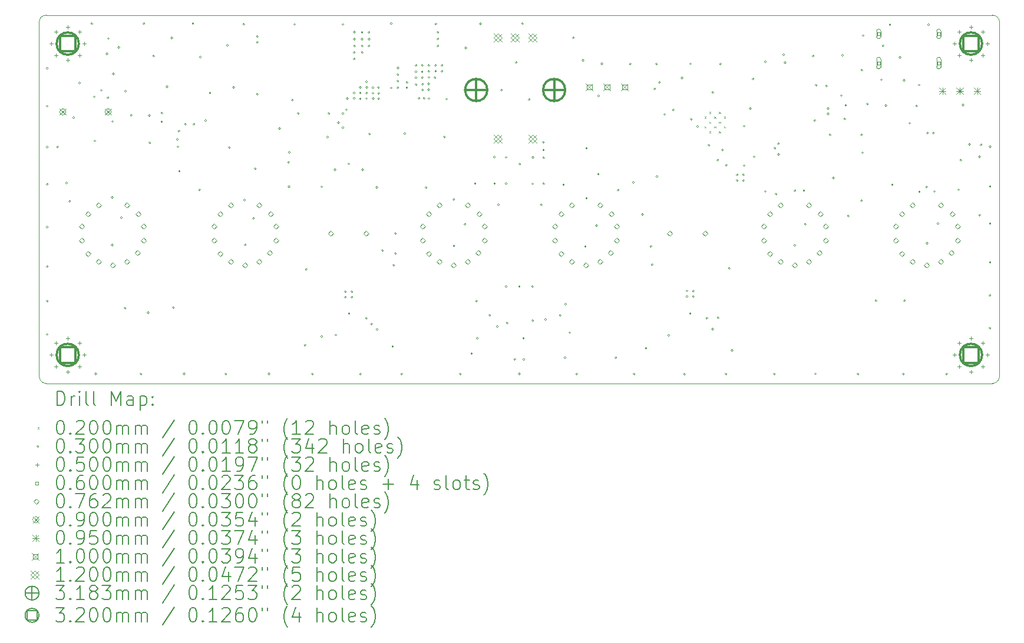
<source format=gbr>
%TF.GenerationSoftware,KiCad,Pcbnew,8.0.4*%
%TF.CreationDate,2024-11-13T17:36:26+01:00*%
%TF.ProjectId,nixie_alarm_main_board,6e697869-655f-4616-9c61-726d5f6d6169,rev?*%
%TF.SameCoordinates,Original*%
%TF.FileFunction,Drillmap*%
%TF.FilePolarity,Positive*%
%FSLAX45Y45*%
G04 Gerber Fmt 4.5, Leading zero omitted, Abs format (unit mm)*
G04 Created by KiCad (PCBNEW 8.0.4) date 2024-11-13 17:36:26*
%MOMM*%
%LPD*%
G01*
G04 APERTURE LIST*
%ADD10C,0.050000*%
%ADD11C,0.200000*%
%ADD12C,0.100000*%
%ADD13C,0.120000*%
%ADD14C,0.318300*%
%ADD15C,0.320000*%
G04 APERTURE END LIST*
D10*
X8790000Y-12650000D02*
G75*
G02*
X8690000Y-12550000I0J100000D01*
G01*
X8690000Y-7450000D02*
G75*
G02*
X8790000Y-7350000I100000J0D01*
G01*
X22390000Y-12650000D02*
X8790000Y-12650000D01*
X22490000Y-12550000D02*
G75*
G02*
X22390000Y-12650000I-100000J0D01*
G01*
X8790000Y-7350000D02*
X22390000Y-7350000D01*
X22390000Y-7350000D02*
G75*
G02*
X22490000Y-7450000I0J-100000D01*
G01*
X8690000Y-12550000D02*
X8690000Y-7450000D01*
X22490000Y-7450000D02*
X22490000Y-12550000D01*
D11*
D12*
X18250000Y-8812800D02*
X18270000Y-8832800D01*
X18270000Y-8812800D02*
X18250000Y-8832800D01*
X18250000Y-8952800D02*
X18270000Y-8972800D01*
X18270000Y-8952800D02*
X18250000Y-8972800D01*
X18320000Y-8742800D02*
X18340000Y-8762800D01*
X18340000Y-8742800D02*
X18320000Y-8762800D01*
X18320000Y-8882800D02*
X18340000Y-8902800D01*
X18340000Y-8882800D02*
X18320000Y-8902800D01*
X18320000Y-9022800D02*
X18340000Y-9042800D01*
X18340000Y-9022800D02*
X18320000Y-9042800D01*
X18390000Y-8812800D02*
X18410000Y-8832800D01*
X18410000Y-8812800D02*
X18390000Y-8832800D01*
X18390000Y-8952800D02*
X18410000Y-8972800D01*
X18410000Y-8952800D02*
X18390000Y-8972800D01*
X18460000Y-8742800D02*
X18480000Y-8762800D01*
X18480000Y-8742800D02*
X18460000Y-8762800D01*
X18460000Y-8882800D02*
X18480000Y-8902800D01*
X18480000Y-8882800D02*
X18460000Y-8902800D01*
X18460000Y-9022800D02*
X18480000Y-9042800D01*
X18480000Y-9022800D02*
X18460000Y-9042800D01*
X18530000Y-8812800D02*
X18550000Y-8832800D01*
X18550000Y-8812800D02*
X18530000Y-8832800D01*
X18530000Y-8952800D02*
X18550000Y-8972800D01*
X18550000Y-8952800D02*
X18530000Y-8972800D01*
X8820000Y-8115000D02*
G75*
G02*
X8790000Y-8115000I-15000J0D01*
G01*
X8790000Y-8115000D02*
G75*
G02*
X8820000Y-8115000I15000J0D01*
G01*
X8820000Y-8660000D02*
G75*
G02*
X8790000Y-8660000I-15000J0D01*
G01*
X8790000Y-8660000D02*
G75*
G02*
X8820000Y-8660000I15000J0D01*
G01*
X8820000Y-9250000D02*
G75*
G02*
X8790000Y-9250000I-15000J0D01*
G01*
X8790000Y-9250000D02*
G75*
G02*
X8820000Y-9250000I15000J0D01*
G01*
X8820000Y-9785000D02*
G75*
G02*
X8790000Y-9785000I-15000J0D01*
G01*
X8790000Y-9785000D02*
G75*
G02*
X8820000Y-9785000I15000J0D01*
G01*
X8820000Y-10400000D02*
G75*
G02*
X8790000Y-10400000I-15000J0D01*
G01*
X8790000Y-10400000D02*
G75*
G02*
X8820000Y-10400000I15000J0D01*
G01*
X8820000Y-10970000D02*
G75*
G02*
X8790000Y-10970000I-15000J0D01*
G01*
X8790000Y-10970000D02*
G75*
G02*
X8820000Y-10970000I15000J0D01*
G01*
X8820000Y-11465000D02*
G75*
G02*
X8790000Y-11465000I-15000J0D01*
G01*
X8790000Y-11465000D02*
G75*
G02*
X8820000Y-11465000I15000J0D01*
G01*
X8820000Y-11945000D02*
G75*
G02*
X8790000Y-11945000I-15000J0D01*
G01*
X8790000Y-11945000D02*
G75*
G02*
X8820000Y-11945000I15000J0D01*
G01*
X8970000Y-9247500D02*
G75*
G02*
X8940000Y-9247500I-15000J0D01*
G01*
X8940000Y-9247500D02*
G75*
G02*
X8970000Y-9247500I15000J0D01*
G01*
X9100000Y-9765000D02*
G75*
G02*
X9070000Y-9765000I-15000J0D01*
G01*
X9070000Y-9765000D02*
G75*
G02*
X9100000Y-9765000I15000J0D01*
G01*
X9145000Y-10030000D02*
G75*
G02*
X9115000Y-10030000I-15000J0D01*
G01*
X9115000Y-10030000D02*
G75*
G02*
X9145000Y-10030000I15000J0D01*
G01*
X9200000Y-8825000D02*
G75*
G02*
X9170000Y-8825000I-15000J0D01*
G01*
X9170000Y-8825000D02*
G75*
G02*
X9200000Y-8825000I15000J0D01*
G01*
X9285000Y-8327500D02*
G75*
G02*
X9255000Y-8327500I-15000J0D01*
G01*
X9255000Y-8327500D02*
G75*
G02*
X9285000Y-8327500I15000J0D01*
G01*
X9460000Y-7472500D02*
G75*
G02*
X9430000Y-7472500I-15000J0D01*
G01*
X9430000Y-7472500D02*
G75*
G02*
X9460000Y-7472500I15000J0D01*
G01*
X9497500Y-8525000D02*
G75*
G02*
X9467500Y-8525000I-15000J0D01*
G01*
X9467500Y-8525000D02*
G75*
G02*
X9497500Y-8525000I15000J0D01*
G01*
X9505000Y-9160000D02*
G75*
G02*
X9475000Y-9160000I-15000J0D01*
G01*
X9475000Y-9160000D02*
G75*
G02*
X9505000Y-9160000I15000J0D01*
G01*
X9517500Y-12515000D02*
G75*
G02*
X9487500Y-12515000I-15000J0D01*
G01*
X9487500Y-12515000D02*
G75*
G02*
X9517500Y-12515000I15000J0D01*
G01*
X9600000Y-8432500D02*
G75*
G02*
X9570000Y-8432500I-15000J0D01*
G01*
X9570000Y-8432500D02*
G75*
G02*
X9600000Y-8432500I15000J0D01*
G01*
X9677500Y-7907500D02*
G75*
G02*
X9647500Y-7907500I-15000J0D01*
G01*
X9647500Y-7907500D02*
G75*
G02*
X9677500Y-7907500I15000J0D01*
G01*
X9692500Y-8540000D02*
G75*
G02*
X9662500Y-8540000I-15000J0D01*
G01*
X9662500Y-8540000D02*
G75*
G02*
X9692500Y-8540000I15000J0D01*
G01*
X9700000Y-7687500D02*
G75*
G02*
X9670000Y-7687500I-15000J0D01*
G01*
X9670000Y-7687500D02*
G75*
G02*
X9700000Y-7687500I15000J0D01*
G01*
X9755000Y-9975000D02*
G75*
G02*
X9725000Y-9975000I-15000J0D01*
G01*
X9725000Y-9975000D02*
G75*
G02*
X9755000Y-9975000I15000J0D01*
G01*
X9755000Y-10657500D02*
G75*
G02*
X9725000Y-10657500I-15000J0D01*
G01*
X9725000Y-10657500D02*
G75*
G02*
X9755000Y-10657500I15000J0D01*
G01*
X9760000Y-8880000D02*
G75*
G02*
X9730000Y-8880000I-15000J0D01*
G01*
X9730000Y-8880000D02*
G75*
G02*
X9760000Y-8880000I15000J0D01*
G01*
X9770000Y-8195000D02*
G75*
G02*
X9740000Y-8195000I-15000J0D01*
G01*
X9740000Y-8195000D02*
G75*
G02*
X9770000Y-8195000I15000J0D01*
G01*
X9847500Y-7815000D02*
G75*
G02*
X9817500Y-7815000I-15000J0D01*
G01*
X9817500Y-7815000D02*
G75*
G02*
X9847500Y-7815000I15000J0D01*
G01*
X9885000Y-10265000D02*
G75*
G02*
X9855000Y-10265000I-15000J0D01*
G01*
X9855000Y-10265000D02*
G75*
G02*
X9885000Y-10265000I15000J0D01*
G01*
X9940000Y-11567500D02*
G75*
G02*
X9910000Y-11567500I-15000J0D01*
G01*
X9910000Y-11567500D02*
G75*
G02*
X9940000Y-11567500I15000J0D01*
G01*
X9947500Y-8445000D02*
G75*
G02*
X9917500Y-8445000I-15000J0D01*
G01*
X9917500Y-8445000D02*
G75*
G02*
X9947500Y-8445000I15000J0D01*
G01*
X10027500Y-8790000D02*
G75*
G02*
X9997500Y-8790000I-15000J0D01*
G01*
X9997500Y-8790000D02*
G75*
G02*
X10027500Y-8790000I15000J0D01*
G01*
X10167500Y-12515000D02*
G75*
G02*
X10137500Y-12515000I-15000J0D01*
G01*
X10137500Y-12515000D02*
G75*
G02*
X10167500Y-12515000I15000J0D01*
G01*
X10210000Y-7472500D02*
G75*
G02*
X10180000Y-7472500I-15000J0D01*
G01*
X10180000Y-7472500D02*
G75*
G02*
X10210000Y-7472500I15000J0D01*
G01*
X10272500Y-11632500D02*
G75*
G02*
X10242500Y-11632500I-15000J0D01*
G01*
X10242500Y-11632500D02*
G75*
G02*
X10272500Y-11632500I15000J0D01*
G01*
X10287500Y-8797500D02*
G75*
G02*
X10257500Y-8797500I-15000J0D01*
G01*
X10257500Y-8797500D02*
G75*
G02*
X10287500Y-8797500I15000J0D01*
G01*
X10295000Y-9187500D02*
G75*
G02*
X10265000Y-9187500I-15000J0D01*
G01*
X10265000Y-9187500D02*
G75*
G02*
X10295000Y-9187500I15000J0D01*
G01*
X10350000Y-7937500D02*
G75*
G02*
X10320000Y-7937500I-15000J0D01*
G01*
X10320000Y-7937500D02*
G75*
G02*
X10350000Y-7937500I15000J0D01*
G01*
X10467500Y-8760000D02*
G75*
G02*
X10437500Y-8760000I-15000J0D01*
G01*
X10437500Y-8760000D02*
G75*
G02*
X10467500Y-8760000I15000J0D01*
G01*
X10467500Y-8885000D02*
G75*
G02*
X10437500Y-8885000I-15000J0D01*
G01*
X10437500Y-8885000D02*
G75*
G02*
X10467500Y-8885000I15000J0D01*
G01*
X10542500Y-8382500D02*
G75*
G02*
X10512500Y-8382500I-15000J0D01*
G01*
X10512500Y-8382500D02*
G75*
G02*
X10542500Y-8382500I15000J0D01*
G01*
X10610000Y-7680000D02*
G75*
G02*
X10580000Y-7680000I-15000J0D01*
G01*
X10580000Y-7680000D02*
G75*
G02*
X10610000Y-7680000I15000J0D01*
G01*
X10632500Y-11557500D02*
G75*
G02*
X10602500Y-11557500I-15000J0D01*
G01*
X10602500Y-11557500D02*
G75*
G02*
X10632500Y-11557500I15000J0D01*
G01*
X10690000Y-9140000D02*
G75*
G02*
X10660000Y-9140000I-15000J0D01*
G01*
X10660000Y-9140000D02*
G75*
G02*
X10690000Y-9140000I15000J0D01*
G01*
X10697500Y-9245000D02*
G75*
G02*
X10667500Y-9245000I-15000J0D01*
G01*
X10667500Y-9245000D02*
G75*
G02*
X10697500Y-9245000I15000J0D01*
G01*
X10715000Y-9017500D02*
G75*
G02*
X10685000Y-9017500I-15000J0D01*
G01*
X10685000Y-9017500D02*
G75*
G02*
X10715000Y-9017500I15000J0D01*
G01*
X10720000Y-9595000D02*
G75*
G02*
X10690000Y-9595000I-15000J0D01*
G01*
X10690000Y-9595000D02*
G75*
G02*
X10720000Y-9595000I15000J0D01*
G01*
X10787500Y-12515000D02*
G75*
G02*
X10757500Y-12515000I-15000J0D01*
G01*
X10757500Y-12515000D02*
G75*
G02*
X10787500Y-12515000I15000J0D01*
G01*
X10807500Y-8922500D02*
G75*
G02*
X10777500Y-8922500I-15000J0D01*
G01*
X10777500Y-8922500D02*
G75*
G02*
X10807500Y-8922500I15000J0D01*
G01*
X10915000Y-7472500D02*
G75*
G02*
X10885000Y-7472500I-15000J0D01*
G01*
X10885000Y-7472500D02*
G75*
G02*
X10915000Y-7472500I15000J0D01*
G01*
X10930000Y-8922500D02*
G75*
G02*
X10900000Y-8922500I-15000J0D01*
G01*
X10900000Y-8922500D02*
G75*
G02*
X10930000Y-8922500I15000J0D01*
G01*
X11010000Y-9865000D02*
G75*
G02*
X10980000Y-9865000I-15000J0D01*
G01*
X10980000Y-9865000D02*
G75*
G02*
X11010000Y-9865000I15000J0D01*
G01*
X11020000Y-7952500D02*
G75*
G02*
X10990000Y-7952500I-15000J0D01*
G01*
X10990000Y-7952500D02*
G75*
G02*
X11020000Y-7952500I15000J0D01*
G01*
X11097500Y-8870000D02*
G75*
G02*
X11067500Y-8870000I-15000J0D01*
G01*
X11067500Y-8870000D02*
G75*
G02*
X11097500Y-8870000I15000J0D01*
G01*
X11160000Y-8470000D02*
G75*
G02*
X11130000Y-8470000I-15000J0D01*
G01*
X11130000Y-8470000D02*
G75*
G02*
X11160000Y-8470000I15000J0D01*
G01*
X11387500Y-12515000D02*
G75*
G02*
X11357500Y-12515000I-15000J0D01*
G01*
X11357500Y-12515000D02*
G75*
G02*
X11387500Y-12515000I15000J0D01*
G01*
X11410000Y-7785000D02*
G75*
G02*
X11380000Y-7785000I-15000J0D01*
G01*
X11380000Y-7785000D02*
G75*
G02*
X11410000Y-7785000I15000J0D01*
G01*
X11437500Y-9255000D02*
G75*
G02*
X11407500Y-9255000I-15000J0D01*
G01*
X11407500Y-9255000D02*
G75*
G02*
X11437500Y-9255000I15000J0D01*
G01*
X11500000Y-8390000D02*
G75*
G02*
X11470000Y-8390000I-15000J0D01*
G01*
X11470000Y-8390000D02*
G75*
G02*
X11500000Y-8390000I15000J0D01*
G01*
X11645000Y-7482500D02*
G75*
G02*
X11615000Y-7482500I-15000J0D01*
G01*
X11615000Y-7482500D02*
G75*
G02*
X11645000Y-7482500I15000J0D01*
G01*
X11655000Y-10010000D02*
G75*
G02*
X11625000Y-10010000I-15000J0D01*
G01*
X11625000Y-10010000D02*
G75*
G02*
X11655000Y-10010000I15000J0D01*
G01*
X11665000Y-10657500D02*
G75*
G02*
X11635000Y-10657500I-15000J0D01*
G01*
X11635000Y-10657500D02*
G75*
G02*
X11665000Y-10657500I15000J0D01*
G01*
X11785000Y-10275000D02*
G75*
G02*
X11755000Y-10275000I-15000J0D01*
G01*
X11755000Y-10275000D02*
G75*
G02*
X11785000Y-10275000I15000J0D01*
G01*
X11810000Y-9560000D02*
G75*
G02*
X11780000Y-9560000I-15000J0D01*
G01*
X11780000Y-9560000D02*
G75*
G02*
X11810000Y-9560000I15000J0D01*
G01*
X11840000Y-7660000D02*
G75*
G02*
X11810000Y-7660000I-15000J0D01*
G01*
X11810000Y-7660000D02*
G75*
G02*
X11840000Y-7660000I15000J0D01*
G01*
X11840000Y-7740000D02*
G75*
G02*
X11810000Y-7740000I-15000J0D01*
G01*
X11810000Y-7740000D02*
G75*
G02*
X11840000Y-7740000I15000J0D01*
G01*
X11840000Y-8490000D02*
G75*
G02*
X11810000Y-8490000I-15000J0D01*
G01*
X11810000Y-8490000D02*
G75*
G02*
X11840000Y-8490000I15000J0D01*
G01*
X12007500Y-12515000D02*
G75*
G02*
X11977500Y-12515000I-15000J0D01*
G01*
X11977500Y-12515000D02*
G75*
G02*
X12007500Y-12515000I15000J0D01*
G01*
X12157500Y-8982500D02*
G75*
G02*
X12127500Y-8982500I-15000J0D01*
G01*
X12127500Y-8982500D02*
G75*
G02*
X12157500Y-8982500I15000J0D01*
G01*
X12290000Y-9467800D02*
G75*
G02*
X12260000Y-9467800I-15000J0D01*
G01*
X12260000Y-9467800D02*
G75*
G02*
X12290000Y-9467800I15000J0D01*
G01*
X12295000Y-9820000D02*
G75*
G02*
X12265000Y-9820000I-15000J0D01*
G01*
X12265000Y-9820000D02*
G75*
G02*
X12295000Y-9820000I15000J0D01*
G01*
X12297500Y-9325000D02*
G75*
G02*
X12267500Y-9325000I-15000J0D01*
G01*
X12267500Y-9325000D02*
G75*
G02*
X12297500Y-9325000I15000J0D01*
G01*
X12342500Y-8575000D02*
G75*
G02*
X12312500Y-8575000I-15000J0D01*
G01*
X12312500Y-8575000D02*
G75*
G02*
X12342500Y-8575000I15000J0D01*
G01*
X12375000Y-7482500D02*
G75*
G02*
X12345000Y-7482500I-15000J0D01*
G01*
X12345000Y-7482500D02*
G75*
G02*
X12375000Y-7482500I15000J0D01*
G01*
X12430000Y-8765000D02*
G75*
G02*
X12400000Y-8765000I-15000J0D01*
G01*
X12400000Y-8765000D02*
G75*
G02*
X12430000Y-8765000I15000J0D01*
G01*
X12525000Y-12100000D02*
G75*
G02*
X12495000Y-12100000I-15000J0D01*
G01*
X12495000Y-12100000D02*
G75*
G02*
X12525000Y-12100000I15000J0D01*
G01*
X12542500Y-11010000D02*
G75*
G02*
X12512500Y-11010000I-15000J0D01*
G01*
X12512500Y-11010000D02*
G75*
G02*
X12542500Y-11010000I15000J0D01*
G01*
X12632500Y-12515000D02*
G75*
G02*
X12602500Y-12515000I-15000J0D01*
G01*
X12602500Y-12515000D02*
G75*
G02*
X12632500Y-12515000I15000J0D01*
G01*
X12765000Y-9820000D02*
G75*
G02*
X12735000Y-9820000I-15000J0D01*
G01*
X12735000Y-9820000D02*
G75*
G02*
X12765000Y-9820000I15000J0D01*
G01*
X12765000Y-11975000D02*
G75*
G02*
X12735000Y-11975000I-15000J0D01*
G01*
X12735000Y-11975000D02*
G75*
G02*
X12765000Y-11975000I15000J0D01*
G01*
X12850000Y-9105000D02*
G75*
G02*
X12820000Y-9105000I-15000J0D01*
G01*
X12820000Y-9105000D02*
G75*
G02*
X12850000Y-9105000I15000J0D01*
G01*
X12870000Y-8765000D02*
G75*
G02*
X12840000Y-8765000I-15000J0D01*
G01*
X12840000Y-8765000D02*
G75*
G02*
X12870000Y-8765000I15000J0D01*
G01*
X12955000Y-9575000D02*
G75*
G02*
X12925000Y-9575000I-15000J0D01*
G01*
X12925000Y-9575000D02*
G75*
G02*
X12955000Y-9575000I15000J0D01*
G01*
X12967500Y-11955000D02*
G75*
G02*
X12937500Y-11955000I-15000J0D01*
G01*
X12937500Y-11955000D02*
G75*
G02*
X12967500Y-11955000I15000J0D01*
G01*
X13007500Y-8897500D02*
G75*
G02*
X12977500Y-8897500I-15000J0D01*
G01*
X12977500Y-8897500D02*
G75*
G02*
X13007500Y-8897500I15000J0D01*
G01*
X13070000Y-7482500D02*
G75*
G02*
X13040000Y-7482500I-15000J0D01*
G01*
X13040000Y-7482500D02*
G75*
G02*
X13070000Y-7482500I15000J0D01*
G01*
X13070000Y-8767800D02*
G75*
G02*
X13040000Y-8767800I-15000J0D01*
G01*
X13040000Y-8767800D02*
G75*
G02*
X13070000Y-8767800I15000J0D01*
G01*
X13070000Y-8970000D02*
G75*
G02*
X13040000Y-8970000I-15000J0D01*
G01*
X13040000Y-8970000D02*
G75*
G02*
X13070000Y-8970000I15000J0D01*
G01*
X13105000Y-11330000D02*
G75*
G02*
X13075000Y-11330000I-15000J0D01*
G01*
X13075000Y-11330000D02*
G75*
G02*
X13105000Y-11330000I15000J0D01*
G01*
X13105000Y-11410000D02*
G75*
G02*
X13075000Y-11410000I-15000J0D01*
G01*
X13075000Y-11410000D02*
G75*
G02*
X13105000Y-11410000I15000J0D01*
G01*
X13120000Y-8712800D02*
G75*
G02*
X13090000Y-8712800I-15000J0D01*
G01*
X13090000Y-8712800D02*
G75*
G02*
X13120000Y-8712800I15000J0D01*
G01*
X13134000Y-8550000D02*
G75*
G02*
X13104000Y-8550000I-15000J0D01*
G01*
X13104000Y-8550000D02*
G75*
G02*
X13134000Y-8550000I15000J0D01*
G01*
X13155000Y-9490000D02*
G75*
G02*
X13125000Y-9490000I-15000J0D01*
G01*
X13125000Y-9490000D02*
G75*
G02*
X13155000Y-9490000I15000J0D01*
G01*
X13160000Y-11645000D02*
G75*
G02*
X13130000Y-11645000I-15000J0D01*
G01*
X13130000Y-11645000D02*
G75*
G02*
X13160000Y-11645000I15000J0D01*
G01*
X13200000Y-11330000D02*
G75*
G02*
X13170000Y-11330000I-15000J0D01*
G01*
X13170000Y-11330000D02*
G75*
G02*
X13200000Y-11330000I15000J0D01*
G01*
X13200000Y-11410000D02*
G75*
G02*
X13170000Y-11410000I-15000J0D01*
G01*
X13170000Y-11410000D02*
G75*
G02*
X13200000Y-11410000I15000J0D01*
G01*
X13230000Y-8546000D02*
G75*
G02*
X13200000Y-8546000I-15000J0D01*
G01*
X13200000Y-8546000D02*
G75*
G02*
X13230000Y-8546000I15000J0D01*
G01*
X13231000Y-8469000D02*
G75*
G02*
X13201000Y-8469000I-15000J0D01*
G01*
X13201000Y-8469000D02*
G75*
G02*
X13231000Y-8469000I15000J0D01*
G01*
X13232500Y-7887500D02*
G75*
G02*
X13202500Y-7887500I-15000J0D01*
G01*
X13202500Y-7887500D02*
G75*
G02*
X13232500Y-7887500I15000J0D01*
G01*
X13232500Y-7980000D02*
G75*
G02*
X13202500Y-7980000I-15000J0D01*
G01*
X13202500Y-7980000D02*
G75*
G02*
X13232500Y-7980000I15000J0D01*
G01*
X13235000Y-7595000D02*
G75*
G02*
X13205000Y-7595000I-15000J0D01*
G01*
X13205000Y-7595000D02*
G75*
G02*
X13235000Y-7595000I15000J0D01*
G01*
X13235000Y-7695000D02*
G75*
G02*
X13205000Y-7695000I-15000J0D01*
G01*
X13205000Y-7695000D02*
G75*
G02*
X13235000Y-7695000I15000J0D01*
G01*
X13235000Y-7795000D02*
G75*
G02*
X13205000Y-7795000I-15000J0D01*
G01*
X13205000Y-7795000D02*
G75*
G02*
X13235000Y-7795000I15000J0D01*
G01*
X13320000Y-8390000D02*
G75*
G02*
X13290000Y-8390000I-15000J0D01*
G01*
X13290000Y-8390000D02*
G75*
G02*
X13320000Y-8390000I15000J0D01*
G01*
X13320000Y-8469000D02*
G75*
G02*
X13290000Y-8469000I-15000J0D01*
G01*
X13290000Y-8469000D02*
G75*
G02*
X13320000Y-8469000I15000J0D01*
G01*
X13320000Y-8554000D02*
G75*
G02*
X13290000Y-8554000I-15000J0D01*
G01*
X13290000Y-8554000D02*
G75*
G02*
X13320000Y-8554000I15000J0D01*
G01*
X13320000Y-12515000D02*
G75*
G02*
X13290000Y-12515000I-15000J0D01*
G01*
X13290000Y-12515000D02*
G75*
G02*
X13320000Y-12515000I15000J0D01*
G01*
X13344000Y-7695000D02*
G75*
G02*
X13314000Y-7695000I-15000J0D01*
G01*
X13314000Y-7695000D02*
G75*
G02*
X13344000Y-7695000I15000J0D01*
G01*
X13345000Y-7600000D02*
G75*
G02*
X13315000Y-7600000I-15000J0D01*
G01*
X13315000Y-7600000D02*
G75*
G02*
X13345000Y-7600000I15000J0D01*
G01*
X13345000Y-7795000D02*
G75*
G02*
X13315000Y-7795000I-15000J0D01*
G01*
X13315000Y-7795000D02*
G75*
G02*
X13345000Y-7795000I15000J0D01*
G01*
X13347500Y-7890000D02*
G75*
G02*
X13317500Y-7890000I-15000J0D01*
G01*
X13317500Y-7890000D02*
G75*
G02*
X13347500Y-7890000I15000J0D01*
G01*
X13355000Y-9575000D02*
G75*
G02*
X13325000Y-9575000I-15000J0D01*
G01*
X13325000Y-9575000D02*
G75*
G02*
X13355000Y-9575000I15000J0D01*
G01*
X13405000Y-11715000D02*
G75*
G02*
X13375000Y-11715000I-15000J0D01*
G01*
X13375000Y-11715000D02*
G75*
G02*
X13405000Y-11715000I15000J0D01*
G01*
X13407000Y-8309000D02*
G75*
G02*
X13377000Y-8309000I-15000J0D01*
G01*
X13377000Y-8309000D02*
G75*
G02*
X13407000Y-8309000I15000J0D01*
G01*
X13409000Y-8473000D02*
G75*
G02*
X13379000Y-8473000I-15000J0D01*
G01*
X13379000Y-8473000D02*
G75*
G02*
X13409000Y-8473000I15000J0D01*
G01*
X13409000Y-8552000D02*
G75*
G02*
X13379000Y-8552000I-15000J0D01*
G01*
X13379000Y-8552000D02*
G75*
G02*
X13409000Y-8552000I15000J0D01*
G01*
X13413000Y-8390000D02*
G75*
G02*
X13383000Y-8390000I-15000J0D01*
G01*
X13383000Y-8390000D02*
G75*
G02*
X13413000Y-8390000I15000J0D01*
G01*
X13445000Y-7600000D02*
G75*
G02*
X13415000Y-7600000I-15000J0D01*
G01*
X13415000Y-7600000D02*
G75*
G02*
X13445000Y-7600000I15000J0D01*
G01*
X13445000Y-7695000D02*
G75*
G02*
X13415000Y-7695000I-15000J0D01*
G01*
X13415000Y-7695000D02*
G75*
G02*
X13445000Y-7695000I15000J0D01*
G01*
X13445000Y-7795000D02*
G75*
G02*
X13415000Y-7795000I-15000J0D01*
G01*
X13415000Y-7795000D02*
G75*
G02*
X13445000Y-7795000I15000J0D01*
G01*
X13452500Y-9060000D02*
G75*
G02*
X13422500Y-9060000I-15000J0D01*
G01*
X13422500Y-9060000D02*
G75*
G02*
X13452500Y-9060000I15000J0D01*
G01*
X13482800Y-11795000D02*
G75*
G02*
X13452800Y-11795000I-15000J0D01*
G01*
X13452800Y-11795000D02*
G75*
G02*
X13482800Y-11795000I15000J0D01*
G01*
X13501000Y-8394000D02*
G75*
G02*
X13471000Y-8394000I-15000J0D01*
G01*
X13471000Y-8394000D02*
G75*
G02*
X13501000Y-8394000I15000J0D01*
G01*
X13502000Y-8474000D02*
G75*
G02*
X13472000Y-8474000I-15000J0D01*
G01*
X13472000Y-8474000D02*
G75*
G02*
X13502000Y-8474000I15000J0D01*
G01*
X13505000Y-8550000D02*
G75*
G02*
X13475000Y-8550000I-15000J0D01*
G01*
X13475000Y-8550000D02*
G75*
G02*
X13505000Y-8550000I15000J0D01*
G01*
X13555000Y-9830000D02*
G75*
G02*
X13525000Y-9830000I-15000J0D01*
G01*
X13525000Y-9830000D02*
G75*
G02*
X13555000Y-9830000I15000J0D01*
G01*
X13560000Y-11875000D02*
G75*
G02*
X13530000Y-11875000I-15000J0D01*
G01*
X13530000Y-11875000D02*
G75*
G02*
X13560000Y-11875000I15000J0D01*
G01*
X13581000Y-8393000D02*
G75*
G02*
X13551000Y-8393000I-15000J0D01*
G01*
X13551000Y-8393000D02*
G75*
G02*
X13581000Y-8393000I15000J0D01*
G01*
X13583000Y-8477000D02*
G75*
G02*
X13553000Y-8477000I-15000J0D01*
G01*
X13553000Y-8477000D02*
G75*
G02*
X13583000Y-8477000I15000J0D01*
G01*
X13585000Y-8552000D02*
G75*
G02*
X13555000Y-8552000I-15000J0D01*
G01*
X13555000Y-8552000D02*
G75*
G02*
X13585000Y-8552000I15000J0D01*
G01*
X13640000Y-10737500D02*
G75*
G02*
X13610000Y-10737500I-15000J0D01*
G01*
X13610000Y-10737500D02*
G75*
G02*
X13640000Y-10737500I15000J0D01*
G01*
X13764000Y-8397000D02*
G75*
G02*
X13734000Y-8397000I-15000J0D01*
G01*
X13734000Y-8397000D02*
G75*
G02*
X13764000Y-8397000I15000J0D01*
G01*
X13765000Y-7472500D02*
G75*
G02*
X13735000Y-7472500I-15000J0D01*
G01*
X13735000Y-7472500D02*
G75*
G02*
X13765000Y-7472500I15000J0D01*
G01*
X13785000Y-12120000D02*
G75*
G02*
X13755000Y-12120000I-15000J0D01*
G01*
X13755000Y-12120000D02*
G75*
G02*
X13785000Y-12120000I15000J0D01*
G01*
X13800000Y-10950000D02*
G75*
G02*
X13770000Y-10950000I-15000J0D01*
G01*
X13770000Y-10950000D02*
G75*
G02*
X13800000Y-10950000I15000J0D01*
G01*
X13825000Y-10490000D02*
G75*
G02*
X13795000Y-10490000I-15000J0D01*
G01*
X13795000Y-10490000D02*
G75*
G02*
X13825000Y-10490000I15000J0D01*
G01*
X13825000Y-10780000D02*
G75*
G02*
X13795000Y-10780000I-15000J0D01*
G01*
X13795000Y-10780000D02*
G75*
G02*
X13825000Y-10780000I15000J0D01*
G01*
X13860000Y-8110000D02*
G75*
G02*
X13830000Y-8110000I-15000J0D01*
G01*
X13830000Y-8110000D02*
G75*
G02*
X13860000Y-8110000I15000J0D01*
G01*
X13860000Y-8205000D02*
G75*
G02*
X13830000Y-8205000I-15000J0D01*
G01*
X13830000Y-8205000D02*
G75*
G02*
X13860000Y-8205000I15000J0D01*
G01*
X13860000Y-8300000D02*
G75*
G02*
X13830000Y-8300000I-15000J0D01*
G01*
X13830000Y-8300000D02*
G75*
G02*
X13860000Y-8300000I15000J0D01*
G01*
X13860000Y-8395000D02*
G75*
G02*
X13830000Y-8395000I-15000J0D01*
G01*
X13830000Y-8395000D02*
G75*
G02*
X13860000Y-8395000I15000J0D01*
G01*
X13915000Y-12515000D02*
G75*
G02*
X13885000Y-12515000I-15000J0D01*
G01*
X13885000Y-12515000D02*
G75*
G02*
X13915000Y-12515000I15000J0D01*
G01*
X13960000Y-9055000D02*
G75*
G02*
X13930000Y-9055000I-15000J0D01*
G01*
X13930000Y-9055000D02*
G75*
G02*
X13960000Y-9055000I15000J0D01*
G01*
X13990000Y-8320000D02*
G75*
G02*
X13960000Y-8320000I-15000J0D01*
G01*
X13960000Y-8320000D02*
G75*
G02*
X13990000Y-8320000I15000J0D01*
G01*
X13990000Y-8394000D02*
G75*
G02*
X13960000Y-8394000I-15000J0D01*
G01*
X13960000Y-8394000D02*
G75*
G02*
X13990000Y-8394000I15000J0D01*
G01*
X14120000Y-8075000D02*
G75*
G02*
X14090000Y-8075000I-15000J0D01*
G01*
X14090000Y-8075000D02*
G75*
G02*
X14120000Y-8075000I15000J0D01*
G01*
X14120000Y-8165000D02*
G75*
G02*
X14090000Y-8165000I-15000J0D01*
G01*
X14090000Y-8165000D02*
G75*
G02*
X14120000Y-8165000I15000J0D01*
G01*
X14120000Y-8250000D02*
G75*
G02*
X14090000Y-8250000I-15000J0D01*
G01*
X14090000Y-8250000D02*
G75*
G02*
X14120000Y-8250000I15000J0D01*
G01*
X14121000Y-8349000D02*
G75*
G02*
X14091000Y-8349000I-15000J0D01*
G01*
X14091000Y-8349000D02*
G75*
G02*
X14121000Y-8349000I15000J0D01*
G01*
X14164000Y-8549000D02*
G75*
G02*
X14134000Y-8549000I-15000J0D01*
G01*
X14134000Y-8549000D02*
G75*
G02*
X14164000Y-8549000I15000J0D01*
G01*
X14209000Y-8165000D02*
G75*
G02*
X14179000Y-8165000I-15000J0D01*
G01*
X14179000Y-8165000D02*
G75*
G02*
X14209000Y-8165000I15000J0D01*
G01*
X14210000Y-8075000D02*
G75*
G02*
X14180000Y-8075000I-15000J0D01*
G01*
X14180000Y-8075000D02*
G75*
G02*
X14210000Y-8075000I15000J0D01*
G01*
X14211000Y-8249000D02*
G75*
G02*
X14181000Y-8249000I-15000J0D01*
G01*
X14181000Y-8249000D02*
G75*
G02*
X14211000Y-8249000I15000J0D01*
G01*
X14215000Y-8427000D02*
G75*
G02*
X14185000Y-8427000I-15000J0D01*
G01*
X14185000Y-8427000D02*
G75*
G02*
X14215000Y-8427000I15000J0D01*
G01*
X14216000Y-8345000D02*
G75*
G02*
X14186000Y-8345000I-15000J0D01*
G01*
X14186000Y-8345000D02*
G75*
G02*
X14216000Y-8345000I15000J0D01*
G01*
X14235000Y-8549000D02*
G75*
G02*
X14205000Y-8549000I-15000J0D01*
G01*
X14205000Y-8549000D02*
G75*
G02*
X14235000Y-8549000I15000J0D01*
G01*
X14265000Y-9830000D02*
G75*
G02*
X14235000Y-9830000I-15000J0D01*
G01*
X14235000Y-9830000D02*
G75*
G02*
X14265000Y-9830000I15000J0D01*
G01*
X14300000Y-8424000D02*
G75*
G02*
X14270000Y-8424000I-15000J0D01*
G01*
X14270000Y-8424000D02*
G75*
G02*
X14300000Y-8424000I15000J0D01*
G01*
X14303000Y-8339000D02*
G75*
G02*
X14273000Y-8339000I-15000J0D01*
G01*
X14273000Y-8339000D02*
G75*
G02*
X14303000Y-8339000I15000J0D01*
G01*
X14305000Y-8075000D02*
G75*
G02*
X14275000Y-8075000I-15000J0D01*
G01*
X14275000Y-8075000D02*
G75*
G02*
X14305000Y-8075000I15000J0D01*
G01*
X14305000Y-8160000D02*
G75*
G02*
X14275000Y-8160000I-15000J0D01*
G01*
X14275000Y-8160000D02*
G75*
G02*
X14305000Y-8160000I15000J0D01*
G01*
X14305000Y-8550000D02*
G75*
G02*
X14275000Y-8550000I-15000J0D01*
G01*
X14275000Y-8550000D02*
G75*
G02*
X14305000Y-8550000I15000J0D01*
G01*
X14306000Y-8245000D02*
G75*
G02*
X14276000Y-8245000I-15000J0D01*
G01*
X14276000Y-8245000D02*
G75*
G02*
X14306000Y-8245000I15000J0D01*
G01*
X14394000Y-8248000D02*
G75*
G02*
X14364000Y-8248000I-15000J0D01*
G01*
X14364000Y-8248000D02*
G75*
G02*
X14394000Y-8248000I15000J0D01*
G01*
X14400000Y-8075000D02*
G75*
G02*
X14370000Y-8075000I-15000J0D01*
G01*
X14370000Y-8075000D02*
G75*
G02*
X14400000Y-8075000I15000J0D01*
G01*
X14403000Y-8158000D02*
G75*
G02*
X14373000Y-8158000I-15000J0D01*
G01*
X14373000Y-8158000D02*
G75*
G02*
X14403000Y-8158000I15000J0D01*
G01*
X14405000Y-7477500D02*
G75*
G02*
X14375000Y-7477500I-15000J0D01*
G01*
X14375000Y-7477500D02*
G75*
G02*
X14405000Y-7477500I15000J0D01*
G01*
X14435000Y-7595000D02*
G75*
G02*
X14405000Y-7595000I-15000J0D01*
G01*
X14405000Y-7595000D02*
G75*
G02*
X14435000Y-7595000I15000J0D01*
G01*
X14435000Y-7695000D02*
G75*
G02*
X14405000Y-7695000I-15000J0D01*
G01*
X14405000Y-7695000D02*
G75*
G02*
X14435000Y-7695000I15000J0D01*
G01*
X14435000Y-7795000D02*
G75*
G02*
X14405000Y-7795000I-15000J0D01*
G01*
X14405000Y-7795000D02*
G75*
G02*
X14435000Y-7795000I15000J0D01*
G01*
X14494000Y-8159000D02*
G75*
G02*
X14464000Y-8159000I-15000J0D01*
G01*
X14464000Y-8159000D02*
G75*
G02*
X14494000Y-8159000I15000J0D01*
G01*
X14495000Y-8075000D02*
G75*
G02*
X14465000Y-8075000I-15000J0D01*
G01*
X14465000Y-8075000D02*
G75*
G02*
X14495000Y-8075000I15000J0D01*
G01*
X14527500Y-9102500D02*
G75*
G02*
X14497500Y-9102500I-15000J0D01*
G01*
X14497500Y-9102500D02*
G75*
G02*
X14527500Y-9102500I15000J0D01*
G01*
X14560000Y-8560000D02*
G75*
G02*
X14530000Y-8560000I-15000J0D01*
G01*
X14530000Y-8560000D02*
G75*
G02*
X14560000Y-8560000I15000J0D01*
G01*
X14665000Y-10005000D02*
G75*
G02*
X14635000Y-10005000I-15000J0D01*
G01*
X14635000Y-10005000D02*
G75*
G02*
X14665000Y-10005000I15000J0D01*
G01*
X14665000Y-10672500D02*
G75*
G02*
X14635000Y-10672500I-15000J0D01*
G01*
X14635000Y-10672500D02*
G75*
G02*
X14665000Y-10672500I15000J0D01*
G01*
X14755000Y-12515000D02*
G75*
G02*
X14725000Y-12515000I-15000J0D01*
G01*
X14725000Y-12515000D02*
G75*
G02*
X14755000Y-12515000I15000J0D01*
G01*
X14825000Y-10360000D02*
G75*
G02*
X14795000Y-10360000I-15000J0D01*
G01*
X14795000Y-10360000D02*
G75*
G02*
X14825000Y-10360000I15000J0D01*
G01*
X14835000Y-7822800D02*
G75*
G02*
X14805000Y-7822800I-15000J0D01*
G01*
X14805000Y-7822800D02*
G75*
G02*
X14835000Y-7822800I15000J0D01*
G01*
X14920000Y-12220000D02*
G75*
G02*
X14890000Y-12220000I-15000J0D01*
G01*
X14890000Y-12220000D02*
G75*
G02*
X14920000Y-12220000I15000J0D01*
G01*
X14970000Y-9775000D02*
G75*
G02*
X14940000Y-9775000I-15000J0D01*
G01*
X14940000Y-9775000D02*
G75*
G02*
X14970000Y-9775000I15000J0D01*
G01*
X14988000Y-11466000D02*
G75*
G02*
X14958000Y-11466000I-15000J0D01*
G01*
X14958000Y-11466000D02*
G75*
G02*
X14988000Y-11466000I15000J0D01*
G01*
X15000000Y-12002800D02*
G75*
G02*
X14970000Y-12002800I-15000J0D01*
G01*
X14970000Y-12002800D02*
G75*
G02*
X15000000Y-12002800I15000J0D01*
G01*
X15045000Y-7475000D02*
G75*
G02*
X15015000Y-7475000I-15000J0D01*
G01*
X15015000Y-7475000D02*
G75*
G02*
X15045000Y-7475000I15000J0D01*
G01*
X15180000Y-11670000D02*
G75*
G02*
X15150000Y-11670000I-15000J0D01*
G01*
X15150000Y-11670000D02*
G75*
G02*
X15180000Y-11670000I15000J0D01*
G01*
X15245000Y-9392800D02*
G75*
G02*
X15215000Y-9392800I-15000J0D01*
G01*
X15215000Y-9392800D02*
G75*
G02*
X15245000Y-9392800I15000J0D01*
G01*
X15250000Y-9772800D02*
G75*
G02*
X15220000Y-9772800I-15000J0D01*
G01*
X15220000Y-9772800D02*
G75*
G02*
X15250000Y-9772800I15000J0D01*
G01*
X15287944Y-11829556D02*
G75*
G02*
X15257944Y-11829556I-15000J0D01*
G01*
X15257944Y-11829556D02*
G75*
G02*
X15287944Y-11829556I15000J0D01*
G01*
X15305000Y-10080000D02*
G75*
G02*
X15275000Y-10080000I-15000J0D01*
G01*
X15275000Y-10080000D02*
G75*
G02*
X15305000Y-10080000I15000J0D01*
G01*
X15350000Y-8430000D02*
G75*
G02*
X15320000Y-8430000I-15000J0D01*
G01*
X15320000Y-8430000D02*
G75*
G02*
X15350000Y-8430000I15000J0D01*
G01*
X15415000Y-9397800D02*
G75*
G02*
X15385000Y-9397800I-15000J0D01*
G01*
X15385000Y-9397800D02*
G75*
G02*
X15415000Y-9397800I15000J0D01*
G01*
X15415000Y-9772800D02*
G75*
G02*
X15385000Y-9772800I-15000J0D01*
G01*
X15385000Y-9772800D02*
G75*
G02*
X15415000Y-9772800I15000J0D01*
G01*
X15415000Y-11257800D02*
G75*
G02*
X15385000Y-11257800I-15000J0D01*
G01*
X15385000Y-11257800D02*
G75*
G02*
X15415000Y-11257800I15000J0D01*
G01*
X15430000Y-11785000D02*
G75*
G02*
X15400000Y-11785000I-15000J0D01*
G01*
X15400000Y-11785000D02*
G75*
G02*
X15430000Y-11785000I15000J0D01*
G01*
X15540000Y-12305000D02*
G75*
G02*
X15510000Y-12305000I-15000J0D01*
G01*
X15510000Y-12305000D02*
G75*
G02*
X15540000Y-12305000I15000J0D01*
G01*
X15560000Y-8032800D02*
G75*
G02*
X15530000Y-8032800I-15000J0D01*
G01*
X15530000Y-8032800D02*
G75*
G02*
X15560000Y-8032800I15000J0D01*
G01*
X15605000Y-11255000D02*
G75*
G02*
X15575000Y-11255000I-15000J0D01*
G01*
X15575000Y-11255000D02*
G75*
G02*
X15605000Y-11255000I15000J0D01*
G01*
X15605000Y-12515000D02*
G75*
G02*
X15575000Y-12515000I-15000J0D01*
G01*
X15575000Y-12515000D02*
G75*
G02*
X15605000Y-12515000I15000J0D01*
G01*
X15610000Y-9492800D02*
G75*
G02*
X15580000Y-9492800I-15000J0D01*
G01*
X15580000Y-9492800D02*
G75*
G02*
X15610000Y-9492800I15000J0D01*
G01*
X15650000Y-7472500D02*
G75*
G02*
X15620000Y-7472500I-15000J0D01*
G01*
X15620000Y-7472500D02*
G75*
G02*
X15650000Y-7472500I15000J0D01*
G01*
X15665000Y-12000000D02*
G75*
G02*
X15635000Y-12000000I-15000J0D01*
G01*
X15635000Y-12000000D02*
G75*
G02*
X15665000Y-12000000I15000J0D01*
G01*
X15670000Y-12305000D02*
G75*
G02*
X15640000Y-12305000I-15000J0D01*
G01*
X15640000Y-12305000D02*
G75*
G02*
X15670000Y-12305000I15000J0D01*
G01*
X15747500Y-8565000D02*
G75*
G02*
X15717500Y-8565000I-15000J0D01*
G01*
X15717500Y-8565000D02*
G75*
G02*
X15747500Y-8565000I15000J0D01*
G01*
X15795000Y-9777800D02*
G75*
G02*
X15765000Y-9777800I-15000J0D01*
G01*
X15765000Y-9777800D02*
G75*
G02*
X15795000Y-9777800I15000J0D01*
G01*
X15795000Y-11257800D02*
G75*
G02*
X15765000Y-11257800I-15000J0D01*
G01*
X15765000Y-11257800D02*
G75*
G02*
X15795000Y-11257800I15000J0D01*
G01*
X15800000Y-11745000D02*
G75*
G02*
X15770000Y-11745000I-15000J0D01*
G01*
X15770000Y-11745000D02*
G75*
G02*
X15800000Y-11745000I15000J0D01*
G01*
X15801000Y-9397000D02*
G75*
G02*
X15771000Y-9397000I-15000J0D01*
G01*
X15771000Y-9397000D02*
G75*
G02*
X15801000Y-9397000I15000J0D01*
G01*
X15920000Y-10080000D02*
G75*
G02*
X15890000Y-10080000I-15000J0D01*
G01*
X15890000Y-10080000D02*
G75*
G02*
X15920000Y-10080000I15000J0D01*
G01*
X15950150Y-9177650D02*
G75*
G02*
X15920150Y-9177650I-15000J0D01*
G01*
X15920150Y-9177650D02*
G75*
G02*
X15950150Y-9177650I15000J0D01*
G01*
X15952650Y-9290150D02*
G75*
G02*
X15922650Y-9290150I-15000J0D01*
G01*
X15922650Y-9290150D02*
G75*
G02*
X15952650Y-9290150I15000J0D01*
G01*
X15955000Y-9402800D02*
G75*
G02*
X15925000Y-9402800I-15000J0D01*
G01*
X15925000Y-9402800D02*
G75*
G02*
X15955000Y-9402800I15000J0D01*
G01*
X15955000Y-9777800D02*
G75*
G02*
X15925000Y-9777800I-15000J0D01*
G01*
X15925000Y-9777800D02*
G75*
G02*
X15955000Y-9777800I15000J0D01*
G01*
X15980000Y-11730000D02*
G75*
G02*
X15950000Y-11730000I-15000J0D01*
G01*
X15950000Y-11730000D02*
G75*
G02*
X15980000Y-11730000I15000J0D01*
G01*
X16190000Y-11672800D02*
G75*
G02*
X16160000Y-11672800I-15000J0D01*
G01*
X16160000Y-11672800D02*
G75*
G02*
X16190000Y-11672800I15000J0D01*
G01*
X16240000Y-9790000D02*
G75*
G02*
X16210000Y-9790000I-15000J0D01*
G01*
X16210000Y-9790000D02*
G75*
G02*
X16240000Y-9790000I15000J0D01*
G01*
X16260000Y-12280000D02*
G75*
G02*
X16230000Y-12280000I-15000J0D01*
G01*
X16230000Y-12280000D02*
G75*
G02*
X16260000Y-12280000I15000J0D01*
G01*
X16270000Y-11510000D02*
G75*
G02*
X16240000Y-11510000I-15000J0D01*
G01*
X16240000Y-11510000D02*
G75*
G02*
X16270000Y-11510000I15000J0D01*
G01*
X16330000Y-11920000D02*
G75*
G02*
X16300000Y-11920000I-15000J0D01*
G01*
X16300000Y-11920000D02*
G75*
G02*
X16330000Y-11920000I15000J0D01*
G01*
X16382500Y-7675000D02*
G75*
G02*
X16352500Y-7675000I-15000J0D01*
G01*
X16352500Y-7675000D02*
G75*
G02*
X16382500Y-7675000I15000J0D01*
G01*
X16430000Y-12515000D02*
G75*
G02*
X16400000Y-12515000I-15000J0D01*
G01*
X16400000Y-12515000D02*
G75*
G02*
X16430000Y-12515000I15000J0D01*
G01*
X16520000Y-8000000D02*
G75*
G02*
X16490000Y-8000000I-15000J0D01*
G01*
X16490000Y-8000000D02*
G75*
G02*
X16520000Y-8000000I15000J0D01*
G01*
X16555000Y-10680000D02*
G75*
G02*
X16525000Y-10680000I-15000J0D01*
G01*
X16525000Y-10680000D02*
G75*
G02*
X16555000Y-10680000I15000J0D01*
G01*
X16570000Y-9265000D02*
G75*
G02*
X16540000Y-9265000I-15000J0D01*
G01*
X16540000Y-9265000D02*
G75*
G02*
X16570000Y-9265000I15000J0D01*
G01*
X16570000Y-9985000D02*
G75*
G02*
X16540000Y-9985000I-15000J0D01*
G01*
X16540000Y-9985000D02*
G75*
G02*
X16570000Y-9985000I15000J0D01*
G01*
X16715000Y-10380000D02*
G75*
G02*
X16685000Y-10380000I-15000J0D01*
G01*
X16685000Y-10380000D02*
G75*
G02*
X16715000Y-10380000I15000J0D01*
G01*
X16740000Y-9640000D02*
G75*
G02*
X16710000Y-9640000I-15000J0D01*
G01*
X16710000Y-9640000D02*
G75*
G02*
X16740000Y-9640000I15000J0D01*
G01*
X16744000Y-8513000D02*
G75*
G02*
X16714000Y-8513000I-15000J0D01*
G01*
X16714000Y-8513000D02*
G75*
G02*
X16744000Y-8513000I15000J0D01*
G01*
X16790000Y-8052500D02*
G75*
G02*
X16760000Y-8052500I-15000J0D01*
G01*
X16760000Y-8052500D02*
G75*
G02*
X16790000Y-8052500I15000J0D01*
G01*
X16992500Y-12282500D02*
G75*
G02*
X16962500Y-12282500I-15000J0D01*
G01*
X16962500Y-12282500D02*
G75*
G02*
X16992500Y-12282500I15000J0D01*
G01*
X17025000Y-9870000D02*
G75*
G02*
X16995000Y-9870000I-15000J0D01*
G01*
X16995000Y-9870000D02*
G75*
G02*
X17025000Y-9870000I15000J0D01*
G01*
X17199000Y-8052500D02*
G75*
G02*
X17169000Y-8052500I-15000J0D01*
G01*
X17169000Y-8052500D02*
G75*
G02*
X17199000Y-8052500I15000J0D01*
G01*
X17245000Y-9757500D02*
G75*
G02*
X17215000Y-9757500I-15000J0D01*
G01*
X17215000Y-9757500D02*
G75*
G02*
X17245000Y-9757500I15000J0D01*
G01*
X17255000Y-12515000D02*
G75*
G02*
X17225000Y-12515000I-15000J0D01*
G01*
X17225000Y-12515000D02*
G75*
G02*
X17255000Y-12515000I15000J0D01*
G01*
X17375000Y-10220000D02*
G75*
G02*
X17345000Y-10220000I-15000J0D01*
G01*
X17345000Y-10220000D02*
G75*
G02*
X17375000Y-10220000I15000J0D01*
G01*
X17425000Y-12145000D02*
G75*
G02*
X17395000Y-12145000I-15000J0D01*
G01*
X17395000Y-12145000D02*
G75*
G02*
X17425000Y-12145000I15000J0D01*
G01*
X17496906Y-10678094D02*
G75*
G02*
X17466906Y-10678094I-15000J0D01*
G01*
X17466906Y-10678094D02*
G75*
G02*
X17496906Y-10678094I15000J0D01*
G01*
X17512500Y-10942500D02*
G75*
G02*
X17482500Y-10942500I-15000J0D01*
G01*
X17482500Y-10942500D02*
G75*
G02*
X17512500Y-10942500I15000J0D01*
G01*
X17551000Y-8414000D02*
G75*
G02*
X17521000Y-8414000I-15000J0D01*
G01*
X17521000Y-8414000D02*
G75*
G02*
X17551000Y-8414000I15000J0D01*
G01*
X17577000Y-8052500D02*
G75*
G02*
X17547000Y-8052500I-15000J0D01*
G01*
X17547000Y-8052500D02*
G75*
G02*
X17577000Y-8052500I15000J0D01*
G01*
X17582500Y-9672500D02*
G75*
G02*
X17552500Y-9672500I-15000J0D01*
G01*
X17552500Y-9672500D02*
G75*
G02*
X17582500Y-9672500I15000J0D01*
G01*
X17617500Y-8320000D02*
G75*
G02*
X17587500Y-8320000I-15000J0D01*
G01*
X17587500Y-8320000D02*
G75*
G02*
X17617500Y-8320000I15000J0D01*
G01*
X17692500Y-8780000D02*
G75*
G02*
X17662500Y-8780000I-15000J0D01*
G01*
X17662500Y-8780000D02*
G75*
G02*
X17692500Y-8780000I15000J0D01*
G01*
X17752500Y-11957500D02*
G75*
G02*
X17722500Y-11957500I-15000J0D01*
G01*
X17722500Y-11957500D02*
G75*
G02*
X17752500Y-11957500I15000J0D01*
G01*
X17817500Y-8715000D02*
G75*
G02*
X17787500Y-8715000I-15000J0D01*
G01*
X17787500Y-8715000D02*
G75*
G02*
X17817500Y-8715000I15000J0D01*
G01*
X17942500Y-8252500D02*
G75*
G02*
X17912500Y-8252500I-15000J0D01*
G01*
X17912500Y-8252500D02*
G75*
G02*
X17942500Y-8252500I15000J0D01*
G01*
X17980000Y-12520000D02*
G75*
G02*
X17950000Y-12520000I-15000J0D01*
G01*
X17950000Y-12520000D02*
G75*
G02*
X17980000Y-12520000I15000J0D01*
G01*
X18015000Y-11320000D02*
G75*
G02*
X17985000Y-11320000I-15000J0D01*
G01*
X17985000Y-11320000D02*
G75*
G02*
X18015000Y-11320000I15000J0D01*
G01*
X18015000Y-11400000D02*
G75*
G02*
X17985000Y-11400000I-15000J0D01*
G01*
X17985000Y-11400000D02*
G75*
G02*
X18015000Y-11400000I15000J0D01*
G01*
X18060000Y-11645000D02*
G75*
G02*
X18030000Y-11645000I-15000J0D01*
G01*
X18030000Y-11645000D02*
G75*
G02*
X18060000Y-11645000I15000J0D01*
G01*
X18065000Y-8052500D02*
G75*
G02*
X18035000Y-8052500I-15000J0D01*
G01*
X18035000Y-8052500D02*
G75*
G02*
X18065000Y-8052500I15000J0D01*
G01*
X18075000Y-8847800D02*
G75*
G02*
X18045000Y-8847800I-15000J0D01*
G01*
X18045000Y-8847800D02*
G75*
G02*
X18075000Y-8847800I15000J0D01*
G01*
X18105000Y-11320000D02*
G75*
G02*
X18075000Y-11320000I-15000J0D01*
G01*
X18075000Y-11320000D02*
G75*
G02*
X18105000Y-11320000I15000J0D01*
G01*
X18105000Y-11400000D02*
G75*
G02*
X18075000Y-11400000I-15000J0D01*
G01*
X18075000Y-11400000D02*
G75*
G02*
X18105000Y-11400000I15000J0D01*
G01*
X18165000Y-8952800D02*
G75*
G02*
X18135000Y-8952800I-15000J0D01*
G01*
X18135000Y-8952800D02*
G75*
G02*
X18165000Y-8952800I15000J0D01*
G01*
X18300000Y-11710000D02*
G75*
G02*
X18270000Y-11710000I-15000J0D01*
G01*
X18270000Y-11710000D02*
G75*
G02*
X18300000Y-11710000I15000J0D01*
G01*
X18328500Y-9221300D02*
G75*
G02*
X18298500Y-9221300I-15000J0D01*
G01*
X18298500Y-9221300D02*
G75*
G02*
X18328500Y-9221300I15000J0D01*
G01*
X18383703Y-11869685D02*
G75*
G02*
X18353703Y-11869685I-15000J0D01*
G01*
X18353703Y-11869685D02*
G75*
G02*
X18383703Y-11869685I15000J0D01*
G01*
X18385000Y-8465000D02*
G75*
G02*
X18355000Y-8465000I-15000J0D01*
G01*
X18355000Y-8465000D02*
G75*
G02*
X18385000Y-8465000I15000J0D01*
G01*
X18455000Y-9437800D02*
G75*
G02*
X18425000Y-9437800I-15000J0D01*
G01*
X18425000Y-9437800D02*
G75*
G02*
X18455000Y-9437800I15000J0D01*
G01*
X18460000Y-11707500D02*
G75*
G02*
X18430000Y-11707500I-15000J0D01*
G01*
X18430000Y-11707500D02*
G75*
G02*
X18460000Y-11707500I15000J0D01*
G01*
X18495000Y-8052500D02*
G75*
G02*
X18465000Y-8052500I-15000J0D01*
G01*
X18465000Y-8052500D02*
G75*
G02*
X18495000Y-8052500I15000J0D01*
G01*
X18525000Y-9290000D02*
G75*
G02*
X18495000Y-9290000I-15000J0D01*
G01*
X18495000Y-9290000D02*
G75*
G02*
X18525000Y-9290000I15000J0D01*
G01*
X18575000Y-12515000D02*
G75*
G02*
X18545000Y-12515000I-15000J0D01*
G01*
X18545000Y-12515000D02*
G75*
G02*
X18575000Y-12515000I15000J0D01*
G01*
X18580000Y-9509000D02*
G75*
G02*
X18550000Y-9509000I-15000J0D01*
G01*
X18550000Y-9509000D02*
G75*
G02*
X18580000Y-9509000I15000J0D01*
G01*
X18620000Y-10995000D02*
G75*
G02*
X18590000Y-10995000I-15000J0D01*
G01*
X18590000Y-10995000D02*
G75*
G02*
X18620000Y-10995000I15000J0D01*
G01*
X18662500Y-12175000D02*
G75*
G02*
X18632500Y-12175000I-15000J0D01*
G01*
X18632500Y-12175000D02*
G75*
G02*
X18662500Y-12175000I15000J0D01*
G01*
X18735000Y-9650000D02*
G75*
G02*
X18705000Y-9650000I-15000J0D01*
G01*
X18705000Y-9650000D02*
G75*
G02*
X18735000Y-9650000I15000J0D01*
G01*
X18735000Y-9730000D02*
G75*
G02*
X18705000Y-9730000I-15000J0D01*
G01*
X18705000Y-9730000D02*
G75*
G02*
X18735000Y-9730000I15000J0D01*
G01*
X18825000Y-9650000D02*
G75*
G02*
X18795000Y-9650000I-15000J0D01*
G01*
X18795000Y-9650000D02*
G75*
G02*
X18825000Y-9650000I15000J0D01*
G01*
X18825000Y-9730000D02*
G75*
G02*
X18795000Y-9730000I-15000J0D01*
G01*
X18795000Y-9730000D02*
G75*
G02*
X18825000Y-9730000I15000J0D01*
G01*
X18835000Y-8950000D02*
G75*
G02*
X18805000Y-8950000I-15000J0D01*
G01*
X18805000Y-8950000D02*
G75*
G02*
X18835000Y-8950000I15000J0D01*
G01*
X18837000Y-9516000D02*
G75*
G02*
X18807000Y-9516000I-15000J0D01*
G01*
X18807000Y-9516000D02*
G75*
G02*
X18837000Y-9516000I15000J0D01*
G01*
X18925000Y-8695000D02*
G75*
G02*
X18895000Y-8695000I-15000J0D01*
G01*
X18895000Y-8695000D02*
G75*
G02*
X18925000Y-8695000I15000J0D01*
G01*
X18965000Y-8267500D02*
G75*
G02*
X18935000Y-8267500I-15000J0D01*
G01*
X18935000Y-8267500D02*
G75*
G02*
X18965000Y-8267500I15000J0D01*
G01*
X18980000Y-9387800D02*
G75*
G02*
X18950000Y-9387800I-15000J0D01*
G01*
X18950000Y-9387800D02*
G75*
G02*
X18980000Y-9387800I15000J0D01*
G01*
X19140000Y-8020000D02*
G75*
G02*
X19110000Y-8020000I-15000J0D01*
G01*
X19110000Y-8020000D02*
G75*
G02*
X19140000Y-8020000I15000J0D01*
G01*
X19140000Y-9890000D02*
G75*
G02*
X19110000Y-9890000I-15000J0D01*
G01*
X19110000Y-9890000D02*
G75*
G02*
X19140000Y-9890000I15000J0D01*
G01*
X19270000Y-12515000D02*
G75*
G02*
X19240000Y-12515000I-15000J0D01*
G01*
X19240000Y-12515000D02*
G75*
G02*
X19270000Y-12515000I15000J0D01*
G01*
X19277500Y-9262500D02*
G75*
G02*
X19247500Y-9262500I-15000J0D01*
G01*
X19247500Y-9262500D02*
G75*
G02*
X19277500Y-9262500I15000J0D01*
G01*
X19295000Y-9925000D02*
G75*
G02*
X19265000Y-9925000I-15000J0D01*
G01*
X19265000Y-9925000D02*
G75*
G02*
X19295000Y-9925000I15000J0D01*
G01*
X19330000Y-9200000D02*
G75*
G02*
X19300000Y-9200000I-15000J0D01*
G01*
X19300000Y-9200000D02*
G75*
G02*
X19330000Y-9200000I15000J0D01*
G01*
X19330000Y-9355000D02*
G75*
G02*
X19300000Y-9355000I-15000J0D01*
G01*
X19300000Y-9355000D02*
G75*
G02*
X19330000Y-9355000I15000J0D01*
G01*
X19405000Y-7920000D02*
G75*
G02*
X19375000Y-7920000I-15000J0D01*
G01*
X19375000Y-7920000D02*
G75*
G02*
X19405000Y-7920000I15000J0D01*
G01*
X19422500Y-8035000D02*
G75*
G02*
X19392500Y-8035000I-15000J0D01*
G01*
X19392500Y-8035000D02*
G75*
G02*
X19422500Y-8035000I15000J0D01*
G01*
X19565000Y-10662500D02*
G75*
G02*
X19535000Y-10662500I-15000J0D01*
G01*
X19535000Y-10662500D02*
G75*
G02*
X19565000Y-10662500I15000J0D01*
G01*
X19567500Y-9877500D02*
G75*
G02*
X19537500Y-9877500I-15000J0D01*
G01*
X19537500Y-9877500D02*
G75*
G02*
X19567500Y-9877500I15000J0D01*
G01*
X19695000Y-9877500D02*
G75*
G02*
X19665000Y-9877500I-15000J0D01*
G01*
X19665000Y-9877500D02*
G75*
G02*
X19695000Y-9877500I15000J0D01*
G01*
X19715000Y-10360000D02*
G75*
G02*
X19685000Y-10360000I-15000J0D01*
G01*
X19685000Y-10360000D02*
G75*
G02*
X19715000Y-10360000I15000J0D01*
G01*
X19827500Y-7940000D02*
G75*
G02*
X19797500Y-7940000I-15000J0D01*
G01*
X19797500Y-7940000D02*
G75*
G02*
X19827500Y-7940000I15000J0D01*
G01*
X19850000Y-8865000D02*
G75*
G02*
X19820000Y-8865000I-15000J0D01*
G01*
X19820000Y-8865000D02*
G75*
G02*
X19850000Y-8865000I15000J0D01*
G01*
X19860000Y-12515000D02*
G75*
G02*
X19830000Y-12515000I-15000J0D01*
G01*
X19830000Y-12515000D02*
G75*
G02*
X19860000Y-12515000I15000J0D01*
G01*
X19870000Y-8357500D02*
G75*
G02*
X19840000Y-8357500I-15000J0D01*
G01*
X19840000Y-8357500D02*
G75*
G02*
X19870000Y-8357500I15000J0D01*
G01*
X20017500Y-8370000D02*
G75*
G02*
X19987500Y-8370000I-15000J0D01*
G01*
X19987500Y-8370000D02*
G75*
G02*
X20017500Y-8370000I15000J0D01*
G01*
X20040000Y-8695000D02*
G75*
G02*
X20010000Y-8695000I-15000J0D01*
G01*
X20010000Y-8695000D02*
G75*
G02*
X20040000Y-8695000I15000J0D01*
G01*
X20042500Y-8770000D02*
G75*
G02*
X20012500Y-8770000I-15000J0D01*
G01*
X20012500Y-8770000D02*
G75*
G02*
X20042500Y-8770000I15000J0D01*
G01*
X20070000Y-9075000D02*
G75*
G02*
X20040000Y-9075000I-15000J0D01*
G01*
X20040000Y-9075000D02*
G75*
G02*
X20070000Y-9075000I15000J0D01*
G01*
X20117500Y-9692500D02*
G75*
G02*
X20087500Y-9692500I-15000J0D01*
G01*
X20087500Y-9692500D02*
G75*
G02*
X20117500Y-9692500I15000J0D01*
G01*
X20232500Y-8507500D02*
G75*
G02*
X20202500Y-8507500I-15000J0D01*
G01*
X20202500Y-8507500D02*
G75*
G02*
X20232500Y-8507500I15000J0D01*
G01*
X20250000Y-7930000D02*
G75*
G02*
X20220000Y-7930000I-15000J0D01*
G01*
X20220000Y-7930000D02*
G75*
G02*
X20250000Y-7930000I15000J0D01*
G01*
X20281250Y-8846250D02*
G75*
G02*
X20251250Y-8846250I-15000J0D01*
G01*
X20251250Y-8846250D02*
G75*
G02*
X20281250Y-8846250I15000J0D01*
G01*
X20295000Y-8647500D02*
G75*
G02*
X20265000Y-8647500I-15000J0D01*
G01*
X20265000Y-8647500D02*
G75*
G02*
X20295000Y-8647500I15000J0D01*
G01*
X20332500Y-10242500D02*
G75*
G02*
X20302500Y-10242500I-15000J0D01*
G01*
X20302500Y-10242500D02*
G75*
G02*
X20332500Y-10242500I15000J0D01*
G01*
X20470000Y-12515000D02*
G75*
G02*
X20440000Y-12515000I-15000J0D01*
G01*
X20440000Y-12515000D02*
G75*
G02*
X20470000Y-12515000I15000J0D01*
G01*
X20522500Y-9075000D02*
G75*
G02*
X20492500Y-9075000I-15000J0D01*
G01*
X20492500Y-9075000D02*
G75*
G02*
X20522500Y-9075000I15000J0D01*
G01*
X20522500Y-10020000D02*
G75*
G02*
X20492500Y-10020000I-15000J0D01*
G01*
X20492500Y-10020000D02*
G75*
G02*
X20522500Y-10020000I15000J0D01*
G01*
X20527532Y-8141989D02*
G75*
G02*
X20497532Y-8141989I-15000J0D01*
G01*
X20497532Y-8141989D02*
G75*
G02*
X20527532Y-8141989I15000J0D01*
G01*
X20537500Y-9330000D02*
G75*
G02*
X20507500Y-9330000I-15000J0D01*
G01*
X20507500Y-9330000D02*
G75*
G02*
X20537500Y-9330000I15000J0D01*
G01*
X20545000Y-7645000D02*
G75*
G02*
X20515000Y-7645000I-15000J0D01*
G01*
X20515000Y-7645000D02*
G75*
G02*
X20545000Y-7645000I15000J0D01*
G01*
X20607500Y-8630000D02*
G75*
G02*
X20577500Y-8630000I-15000J0D01*
G01*
X20577500Y-8630000D02*
G75*
G02*
X20607500Y-8630000I15000J0D01*
G01*
X20730000Y-11462500D02*
G75*
G02*
X20700000Y-11462500I-15000J0D01*
G01*
X20700000Y-11462500D02*
G75*
G02*
X20730000Y-11462500I15000J0D01*
G01*
X20807500Y-8280000D02*
G75*
G02*
X20777500Y-8280000I-15000J0D01*
G01*
X20777500Y-8280000D02*
G75*
G02*
X20807500Y-8280000I15000J0D01*
G01*
X20832500Y-7790000D02*
G75*
G02*
X20802500Y-7790000I-15000J0D01*
G01*
X20802500Y-7790000D02*
G75*
G02*
X20832500Y-7790000I15000J0D01*
G01*
X20870000Y-8652500D02*
G75*
G02*
X20840000Y-8652500I-15000J0D01*
G01*
X20840000Y-8652500D02*
G75*
G02*
X20870000Y-8652500I15000J0D01*
G01*
X20930000Y-7487500D02*
G75*
G02*
X20900000Y-7487500I-15000J0D01*
G01*
X20900000Y-7487500D02*
G75*
G02*
X20930000Y-7487500I15000J0D01*
G01*
X20965000Y-9792500D02*
G75*
G02*
X20935000Y-9792500I-15000J0D01*
G01*
X20935000Y-9792500D02*
G75*
G02*
X20965000Y-9792500I15000J0D01*
G01*
X21075000Y-7960000D02*
G75*
G02*
X21045000Y-7960000I-15000J0D01*
G01*
X21045000Y-7960000D02*
G75*
G02*
X21075000Y-7960000I15000J0D01*
G01*
X21125000Y-12515000D02*
G75*
G02*
X21095000Y-12515000I-15000J0D01*
G01*
X21095000Y-12515000D02*
G75*
G02*
X21125000Y-12515000I15000J0D01*
G01*
X21135000Y-8287800D02*
G75*
G02*
X21105000Y-8287800I-15000J0D01*
G01*
X21105000Y-8287800D02*
G75*
G02*
X21135000Y-8287800I15000J0D01*
G01*
X21140000Y-11460000D02*
G75*
G02*
X21110000Y-11460000I-15000J0D01*
G01*
X21110000Y-11460000D02*
G75*
G02*
X21140000Y-11460000I15000J0D01*
G01*
X21215000Y-8905000D02*
G75*
G02*
X21185000Y-8905000I-15000J0D01*
G01*
X21185000Y-8905000D02*
G75*
G02*
X21215000Y-8905000I15000J0D01*
G01*
X21315000Y-8660000D02*
G75*
G02*
X21285000Y-8660000I-15000J0D01*
G01*
X21285000Y-8660000D02*
G75*
G02*
X21315000Y-8660000I15000J0D01*
G01*
X21350000Y-8355000D02*
G75*
G02*
X21320000Y-8355000I-15000J0D01*
G01*
X21320000Y-8355000D02*
G75*
G02*
X21350000Y-8355000I15000J0D01*
G01*
X21355000Y-9892500D02*
G75*
G02*
X21325000Y-9892500I-15000J0D01*
G01*
X21325000Y-9892500D02*
G75*
G02*
X21355000Y-9892500I15000J0D01*
G01*
X21457500Y-9822500D02*
G75*
G02*
X21427500Y-9822500I-15000J0D01*
G01*
X21427500Y-9822500D02*
G75*
G02*
X21457500Y-9822500I15000J0D01*
G01*
X21465000Y-10635000D02*
G75*
G02*
X21435000Y-10635000I-15000J0D01*
G01*
X21435000Y-10635000D02*
G75*
G02*
X21465000Y-10635000I15000J0D01*
G01*
X21470000Y-9047500D02*
G75*
G02*
X21440000Y-9047500I-15000J0D01*
G01*
X21440000Y-9047500D02*
G75*
G02*
X21470000Y-9047500I15000J0D01*
G01*
X21485000Y-7487500D02*
G75*
G02*
X21455000Y-7487500I-15000J0D01*
G01*
X21455000Y-7487500D02*
G75*
G02*
X21485000Y-7487500I15000J0D01*
G01*
X21555000Y-9047500D02*
G75*
G02*
X21525000Y-9047500I-15000J0D01*
G01*
X21525000Y-9047500D02*
G75*
G02*
X21555000Y-9047500I15000J0D01*
G01*
X21570000Y-9890000D02*
G75*
G02*
X21540000Y-9890000I-15000J0D01*
G01*
X21540000Y-9890000D02*
G75*
G02*
X21570000Y-9890000I15000J0D01*
G01*
X21620000Y-10350000D02*
G75*
G02*
X21590000Y-10350000I-15000J0D01*
G01*
X21590000Y-10350000D02*
G75*
G02*
X21620000Y-10350000I15000J0D01*
G01*
X21745000Y-12515000D02*
G75*
G02*
X21715000Y-12515000I-15000J0D01*
G01*
X21715000Y-12515000D02*
G75*
G02*
X21745000Y-12515000I15000J0D01*
G01*
X21917500Y-9862500D02*
G75*
G02*
X21887500Y-9862500I-15000J0D01*
G01*
X21887500Y-9862500D02*
G75*
G02*
X21917500Y-9862500I15000J0D01*
G01*
X21950000Y-9437500D02*
G75*
G02*
X21920000Y-9437500I-15000J0D01*
G01*
X21920000Y-9437500D02*
G75*
G02*
X21950000Y-9437500I15000J0D01*
G01*
X21980000Y-8645000D02*
G75*
G02*
X21950000Y-8645000I-15000J0D01*
G01*
X21950000Y-8645000D02*
G75*
G02*
X21980000Y-8645000I15000J0D01*
G01*
X22075000Y-9210000D02*
G75*
G02*
X22045000Y-9210000I-15000J0D01*
G01*
X22045000Y-9210000D02*
G75*
G02*
X22075000Y-9210000I15000J0D01*
G01*
X22217500Y-9390000D02*
G75*
G02*
X22187500Y-9390000I-15000J0D01*
G01*
X22187500Y-9390000D02*
G75*
G02*
X22217500Y-9390000I15000J0D01*
G01*
X22220000Y-10227500D02*
G75*
G02*
X22190000Y-10227500I-15000J0D01*
G01*
X22190000Y-10227500D02*
G75*
G02*
X22220000Y-10227500I15000J0D01*
G01*
X22240000Y-9217800D02*
G75*
G02*
X22210000Y-9217800I-15000J0D01*
G01*
X22210000Y-9217800D02*
G75*
G02*
X22240000Y-9217800I15000J0D01*
G01*
X22370000Y-9245000D02*
G75*
G02*
X22340000Y-9245000I-15000J0D01*
G01*
X22340000Y-9245000D02*
G75*
G02*
X22370000Y-9245000I15000J0D01*
G01*
X22370000Y-9815000D02*
G75*
G02*
X22340000Y-9815000I-15000J0D01*
G01*
X22340000Y-9815000D02*
G75*
G02*
X22370000Y-9815000I15000J0D01*
G01*
X22370000Y-10350000D02*
G75*
G02*
X22340000Y-10350000I-15000J0D01*
G01*
X22340000Y-10350000D02*
G75*
G02*
X22370000Y-10350000I15000J0D01*
G01*
X22370000Y-10910000D02*
G75*
G02*
X22340000Y-10910000I-15000J0D01*
G01*
X22340000Y-10910000D02*
G75*
G02*
X22370000Y-10910000I15000J0D01*
G01*
X22370000Y-11385000D02*
G75*
G02*
X22340000Y-11385000I-15000J0D01*
G01*
X22340000Y-11385000D02*
G75*
G02*
X22370000Y-11385000I15000J0D01*
G01*
X22370000Y-11855000D02*
G75*
G02*
X22340000Y-11855000I-15000J0D01*
G01*
X22340000Y-11855000D02*
G75*
G02*
X22370000Y-11855000I15000J0D01*
G01*
X8860000Y-7735000D02*
X8860000Y-7785000D01*
X8835000Y-7760000D02*
X8885000Y-7760000D01*
X8860000Y-12215000D02*
X8860000Y-12265000D01*
X8835000Y-12240000D02*
X8885000Y-12240000D01*
X8930294Y-7565294D02*
X8930294Y-7615294D01*
X8905294Y-7590294D02*
X8955294Y-7590294D01*
X8930294Y-7904706D02*
X8930294Y-7954706D01*
X8905294Y-7929706D02*
X8955294Y-7929706D01*
X8930294Y-12045294D02*
X8930294Y-12095294D01*
X8905294Y-12070294D02*
X8955294Y-12070294D01*
X8930294Y-12384706D02*
X8930294Y-12434706D01*
X8905294Y-12409706D02*
X8955294Y-12409706D01*
X9100000Y-7495000D02*
X9100000Y-7545000D01*
X9075000Y-7520000D02*
X9125000Y-7520000D01*
X9100000Y-7975000D02*
X9100000Y-8025000D01*
X9075000Y-8000000D02*
X9125000Y-8000000D01*
X9100000Y-11975000D02*
X9100000Y-12025000D01*
X9075000Y-12000000D02*
X9125000Y-12000000D01*
X9100000Y-12455000D02*
X9100000Y-12505000D01*
X9075000Y-12480000D02*
X9125000Y-12480000D01*
X9269706Y-7565294D02*
X9269706Y-7615294D01*
X9244706Y-7590294D02*
X9294706Y-7590294D01*
X9269706Y-7904706D02*
X9269706Y-7954706D01*
X9244706Y-7929706D02*
X9294706Y-7929706D01*
X9269706Y-12045294D02*
X9269706Y-12095294D01*
X9244706Y-12070294D02*
X9294706Y-12070294D01*
X9269706Y-12384706D02*
X9269706Y-12434706D01*
X9244706Y-12409706D02*
X9294706Y-12409706D01*
X9340000Y-7735000D02*
X9340000Y-7785000D01*
X9315000Y-7760000D02*
X9365000Y-7760000D01*
X9340000Y-12215000D02*
X9340000Y-12265000D01*
X9315000Y-12240000D02*
X9365000Y-12240000D01*
X21840000Y-7735000D02*
X21840000Y-7785000D01*
X21815000Y-7760000D02*
X21865000Y-7760000D01*
X21840000Y-12215000D02*
X21840000Y-12265000D01*
X21815000Y-12240000D02*
X21865000Y-12240000D01*
X21910294Y-7565294D02*
X21910294Y-7615294D01*
X21885294Y-7590294D02*
X21935294Y-7590294D01*
X21910294Y-7904706D02*
X21910294Y-7954706D01*
X21885294Y-7929706D02*
X21935294Y-7929706D01*
X21910294Y-12045294D02*
X21910294Y-12095294D01*
X21885294Y-12070294D02*
X21935294Y-12070294D01*
X21910294Y-12384706D02*
X21910294Y-12434706D01*
X21885294Y-12409706D02*
X21935294Y-12409706D01*
X22080000Y-7495000D02*
X22080000Y-7545000D01*
X22055000Y-7520000D02*
X22105000Y-7520000D01*
X22080000Y-7975000D02*
X22080000Y-8025000D01*
X22055000Y-8000000D02*
X22105000Y-8000000D01*
X22080000Y-11975000D02*
X22080000Y-12025000D01*
X22055000Y-12000000D02*
X22105000Y-12000000D01*
X22080000Y-12455000D02*
X22080000Y-12505000D01*
X22055000Y-12480000D02*
X22105000Y-12480000D01*
X22249706Y-7565294D02*
X22249706Y-7615294D01*
X22224706Y-7590294D02*
X22274706Y-7590294D01*
X22249706Y-7904706D02*
X22249706Y-7954706D01*
X22224706Y-7929706D02*
X22274706Y-7929706D01*
X22249706Y-12045294D02*
X22249706Y-12095294D01*
X22224706Y-12070294D02*
X22274706Y-12070294D01*
X22249706Y-12384706D02*
X22249706Y-12434706D01*
X22224706Y-12409706D02*
X22274706Y-12409706D01*
X22320000Y-7735000D02*
X22320000Y-7785000D01*
X22295000Y-7760000D02*
X22345000Y-7760000D01*
X22320000Y-12215000D02*
X22320000Y-12265000D01*
X22295000Y-12240000D02*
X22345000Y-12240000D01*
X20774213Y-7642513D02*
X20774213Y-7600087D01*
X20731787Y-7600087D01*
X20731787Y-7642513D01*
X20774213Y-7642513D01*
X20723000Y-7581300D02*
X20723000Y-7661300D01*
X20783000Y-7661300D02*
G75*
G02*
X20723000Y-7661300I-30000J0D01*
G01*
X20783000Y-7661300D02*
X20783000Y-7581300D01*
X20783000Y-7581300D02*
G75*
G03*
X20723000Y-7581300I-30000J0D01*
G01*
X20774213Y-8060513D02*
X20774213Y-8018087D01*
X20731787Y-8018087D01*
X20731787Y-8060513D01*
X20774213Y-8060513D01*
X20723000Y-7984300D02*
X20723000Y-8094300D01*
X20783000Y-8094300D02*
G75*
G02*
X20723000Y-8094300I-30000J0D01*
G01*
X20783000Y-8094300D02*
X20783000Y-7984300D01*
X20783000Y-7984300D02*
G75*
G03*
X20723000Y-7984300I-30000J0D01*
G01*
X21638213Y-7642513D02*
X21638213Y-7600087D01*
X21595787Y-7600087D01*
X21595787Y-7642513D01*
X21638213Y-7642513D01*
X21587000Y-7581300D02*
X21587000Y-7661300D01*
X21647000Y-7661300D02*
G75*
G02*
X21587000Y-7661300I-30000J0D01*
G01*
X21647000Y-7661300D02*
X21647000Y-7581300D01*
X21647000Y-7581300D02*
G75*
G03*
X21587000Y-7581300I-30000J0D01*
G01*
X21638213Y-8060513D02*
X21638213Y-8018087D01*
X21595787Y-8018087D01*
X21595787Y-8060513D01*
X21638213Y-8060513D01*
X21587000Y-7984300D02*
X21587000Y-8094300D01*
X21647000Y-8094300D02*
G75*
G02*
X21587000Y-8094300I-30000J0D01*
G01*
X21647000Y-8094300D02*
X21647000Y-7984300D01*
X21647000Y-7984300D02*
G75*
G03*
X21587000Y-7984300I-30000J0D01*
G01*
X9300500Y-10429300D02*
X9338600Y-10391200D01*
X9300500Y-10353100D01*
X9262400Y-10391200D01*
X9300500Y-10429300D01*
X9300500Y-10632500D02*
X9338600Y-10594400D01*
X9300500Y-10556300D01*
X9262400Y-10594400D01*
X9300500Y-10632500D01*
X9389400Y-10251500D02*
X9427500Y-10213400D01*
X9389400Y-10175300D01*
X9351300Y-10213400D01*
X9389400Y-10251500D01*
X9389400Y-10823000D02*
X9427500Y-10784900D01*
X9389400Y-10746800D01*
X9351300Y-10784900D01*
X9389400Y-10823000D01*
X9541800Y-10124500D02*
X9579900Y-10086400D01*
X9541800Y-10048300D01*
X9503700Y-10086400D01*
X9541800Y-10124500D01*
X9541800Y-10937300D02*
X9579900Y-10899200D01*
X9541800Y-10861100D01*
X9503700Y-10899200D01*
X9541800Y-10937300D01*
X9745000Y-10988100D02*
X9783100Y-10950000D01*
X9745000Y-10911900D01*
X9706900Y-10950000D01*
X9745000Y-10988100D01*
X9948200Y-10124500D02*
X9986300Y-10086400D01*
X9948200Y-10048300D01*
X9910100Y-10086400D01*
X9948200Y-10124500D01*
X9948200Y-10937300D02*
X9986300Y-10899200D01*
X9948200Y-10861100D01*
X9910100Y-10899200D01*
X9948200Y-10937300D01*
X10100600Y-10810300D02*
X10138700Y-10772200D01*
X10100600Y-10734100D01*
X10062500Y-10772200D01*
X10100600Y-10810300D01*
X10113300Y-10251500D02*
X10151400Y-10213400D01*
X10113300Y-10175300D01*
X10075200Y-10213400D01*
X10113300Y-10251500D01*
X10189500Y-10429300D02*
X10227600Y-10391200D01*
X10189500Y-10353100D01*
X10151400Y-10391200D01*
X10189500Y-10429300D01*
X10189500Y-10632500D02*
X10227600Y-10594400D01*
X10189500Y-10556300D01*
X10151400Y-10594400D01*
X10189500Y-10632500D01*
X11200500Y-10429300D02*
X11238600Y-10391200D01*
X11200500Y-10353100D01*
X11162400Y-10391200D01*
X11200500Y-10429300D01*
X11200500Y-10632500D02*
X11238600Y-10594400D01*
X11200500Y-10556300D01*
X11162400Y-10594400D01*
X11200500Y-10632500D01*
X11289400Y-10251500D02*
X11327500Y-10213400D01*
X11289400Y-10175300D01*
X11251300Y-10213400D01*
X11289400Y-10251500D01*
X11289400Y-10823000D02*
X11327500Y-10784900D01*
X11289400Y-10746800D01*
X11251300Y-10784900D01*
X11289400Y-10823000D01*
X11441800Y-10124500D02*
X11479900Y-10086400D01*
X11441800Y-10048300D01*
X11403700Y-10086400D01*
X11441800Y-10124500D01*
X11441800Y-10937300D02*
X11479900Y-10899200D01*
X11441800Y-10861100D01*
X11403700Y-10899200D01*
X11441800Y-10937300D01*
X11645000Y-10988100D02*
X11683100Y-10950000D01*
X11645000Y-10911900D01*
X11606900Y-10950000D01*
X11645000Y-10988100D01*
X11848200Y-10124500D02*
X11886300Y-10086400D01*
X11848200Y-10048300D01*
X11810100Y-10086400D01*
X11848200Y-10124500D01*
X11848200Y-10937300D02*
X11886300Y-10899200D01*
X11848200Y-10861100D01*
X11810100Y-10899200D01*
X11848200Y-10937300D01*
X12000600Y-10810300D02*
X12038700Y-10772200D01*
X12000600Y-10734100D01*
X11962500Y-10772200D01*
X12000600Y-10810300D01*
X12013300Y-10251500D02*
X12051400Y-10213400D01*
X12013300Y-10175300D01*
X11975200Y-10213400D01*
X12013300Y-10251500D01*
X12089500Y-10429300D02*
X12127600Y-10391200D01*
X12089500Y-10353100D01*
X12051400Y-10391200D01*
X12089500Y-10429300D01*
X12089500Y-10632500D02*
X12127600Y-10594400D01*
X12089500Y-10556300D01*
X12051400Y-10594400D01*
X12089500Y-10632500D01*
X12881000Y-10530900D02*
X12919100Y-10492800D01*
X12881000Y-10454700D01*
X12842900Y-10492800D01*
X12881000Y-10530900D01*
X13389000Y-10530900D02*
X13427100Y-10492800D01*
X13389000Y-10454700D01*
X13350900Y-10492800D01*
X13389000Y-10530900D01*
X14200500Y-10429300D02*
X14238600Y-10391200D01*
X14200500Y-10353100D01*
X14162400Y-10391200D01*
X14200500Y-10429300D01*
X14200500Y-10632500D02*
X14238600Y-10594400D01*
X14200500Y-10556300D01*
X14162400Y-10594400D01*
X14200500Y-10632500D01*
X14289400Y-10251500D02*
X14327500Y-10213400D01*
X14289400Y-10175300D01*
X14251300Y-10213400D01*
X14289400Y-10251500D01*
X14289400Y-10823000D02*
X14327500Y-10784900D01*
X14289400Y-10746800D01*
X14251300Y-10784900D01*
X14289400Y-10823000D01*
X14441800Y-10124500D02*
X14479900Y-10086400D01*
X14441800Y-10048300D01*
X14403700Y-10086400D01*
X14441800Y-10124500D01*
X14441800Y-10937300D02*
X14479900Y-10899200D01*
X14441800Y-10861100D01*
X14403700Y-10899200D01*
X14441800Y-10937300D01*
X14645000Y-10988100D02*
X14683100Y-10950000D01*
X14645000Y-10911900D01*
X14606900Y-10950000D01*
X14645000Y-10988100D01*
X14848200Y-10124500D02*
X14886300Y-10086400D01*
X14848200Y-10048300D01*
X14810100Y-10086400D01*
X14848200Y-10124500D01*
X14848200Y-10937300D02*
X14886300Y-10899200D01*
X14848200Y-10861100D01*
X14810100Y-10899200D01*
X14848200Y-10937300D01*
X15000600Y-10810300D02*
X15038700Y-10772200D01*
X15000600Y-10734100D01*
X14962500Y-10772200D01*
X15000600Y-10810300D01*
X15013300Y-10251500D02*
X15051400Y-10213400D01*
X15013300Y-10175300D01*
X14975200Y-10213400D01*
X15013300Y-10251500D01*
X15089500Y-10429300D02*
X15127600Y-10391200D01*
X15089500Y-10353100D01*
X15051400Y-10391200D01*
X15089500Y-10429300D01*
X15089500Y-10632500D02*
X15127600Y-10594400D01*
X15089500Y-10556300D01*
X15051400Y-10594400D01*
X15089500Y-10632500D01*
X16100500Y-10429300D02*
X16138600Y-10391200D01*
X16100500Y-10353100D01*
X16062400Y-10391200D01*
X16100500Y-10429300D01*
X16100500Y-10632500D02*
X16138600Y-10594400D01*
X16100500Y-10556300D01*
X16062400Y-10594400D01*
X16100500Y-10632500D01*
X16189400Y-10251500D02*
X16227500Y-10213400D01*
X16189400Y-10175300D01*
X16151300Y-10213400D01*
X16189400Y-10251500D01*
X16189400Y-10823000D02*
X16227500Y-10784900D01*
X16189400Y-10746800D01*
X16151300Y-10784900D01*
X16189400Y-10823000D01*
X16341800Y-10124500D02*
X16379900Y-10086400D01*
X16341800Y-10048300D01*
X16303700Y-10086400D01*
X16341800Y-10124500D01*
X16341800Y-10937300D02*
X16379900Y-10899200D01*
X16341800Y-10861100D01*
X16303700Y-10899200D01*
X16341800Y-10937300D01*
X16545000Y-10988100D02*
X16583100Y-10950000D01*
X16545000Y-10911900D01*
X16506900Y-10950000D01*
X16545000Y-10988100D01*
X16748200Y-10124500D02*
X16786300Y-10086400D01*
X16748200Y-10048300D01*
X16710100Y-10086400D01*
X16748200Y-10124500D01*
X16748200Y-10937300D02*
X16786300Y-10899200D01*
X16748200Y-10861100D01*
X16710100Y-10899200D01*
X16748200Y-10937300D01*
X16900600Y-10810300D02*
X16938700Y-10772200D01*
X16900600Y-10734100D01*
X16862500Y-10772200D01*
X16900600Y-10810300D01*
X16913300Y-10251500D02*
X16951400Y-10213400D01*
X16913300Y-10175300D01*
X16875200Y-10213400D01*
X16913300Y-10251500D01*
X16989500Y-10429300D02*
X17027600Y-10391200D01*
X16989500Y-10353100D01*
X16951400Y-10391200D01*
X16989500Y-10429300D01*
X16989500Y-10632500D02*
X17027600Y-10594400D01*
X16989500Y-10556300D01*
X16951400Y-10594400D01*
X16989500Y-10632500D01*
X17751000Y-10530900D02*
X17789100Y-10492800D01*
X17751000Y-10454700D01*
X17712900Y-10492800D01*
X17751000Y-10530900D01*
X18259000Y-10530900D02*
X18297100Y-10492800D01*
X18259000Y-10454700D01*
X18220900Y-10492800D01*
X18259000Y-10530900D01*
X19100500Y-10429300D02*
X19138600Y-10391200D01*
X19100500Y-10353100D01*
X19062400Y-10391200D01*
X19100500Y-10429300D01*
X19100500Y-10632500D02*
X19138600Y-10594400D01*
X19100500Y-10556300D01*
X19062400Y-10594400D01*
X19100500Y-10632500D01*
X19189400Y-10251500D02*
X19227500Y-10213400D01*
X19189400Y-10175300D01*
X19151300Y-10213400D01*
X19189400Y-10251500D01*
X19189400Y-10823000D02*
X19227500Y-10784900D01*
X19189400Y-10746800D01*
X19151300Y-10784900D01*
X19189400Y-10823000D01*
X19341800Y-10124500D02*
X19379900Y-10086400D01*
X19341800Y-10048300D01*
X19303700Y-10086400D01*
X19341800Y-10124500D01*
X19341800Y-10937300D02*
X19379900Y-10899200D01*
X19341800Y-10861100D01*
X19303700Y-10899200D01*
X19341800Y-10937300D01*
X19545000Y-10988100D02*
X19583100Y-10950000D01*
X19545000Y-10911900D01*
X19506900Y-10950000D01*
X19545000Y-10988100D01*
X19748200Y-10124500D02*
X19786300Y-10086400D01*
X19748200Y-10048300D01*
X19710100Y-10086400D01*
X19748200Y-10124500D01*
X19748200Y-10937300D02*
X19786300Y-10899200D01*
X19748200Y-10861100D01*
X19710100Y-10899200D01*
X19748200Y-10937300D01*
X19900600Y-10810300D02*
X19938700Y-10772200D01*
X19900600Y-10734100D01*
X19862500Y-10772200D01*
X19900600Y-10810300D01*
X19913300Y-10251500D02*
X19951400Y-10213400D01*
X19913300Y-10175300D01*
X19875200Y-10213400D01*
X19913300Y-10251500D01*
X19989500Y-10429300D02*
X20027600Y-10391200D01*
X19989500Y-10353100D01*
X19951400Y-10391200D01*
X19989500Y-10429300D01*
X19989500Y-10632500D02*
X20027600Y-10594400D01*
X19989500Y-10556300D01*
X19951400Y-10594400D01*
X19989500Y-10632500D01*
X21000500Y-10429300D02*
X21038600Y-10391200D01*
X21000500Y-10353100D01*
X20962400Y-10391200D01*
X21000500Y-10429300D01*
X21000500Y-10632500D02*
X21038600Y-10594400D01*
X21000500Y-10556300D01*
X20962400Y-10594400D01*
X21000500Y-10632500D01*
X21089400Y-10251500D02*
X21127500Y-10213400D01*
X21089400Y-10175300D01*
X21051300Y-10213400D01*
X21089400Y-10251500D01*
X21089400Y-10823000D02*
X21127500Y-10784900D01*
X21089400Y-10746800D01*
X21051300Y-10784900D01*
X21089400Y-10823000D01*
X21241800Y-10124500D02*
X21279900Y-10086400D01*
X21241800Y-10048300D01*
X21203700Y-10086400D01*
X21241800Y-10124500D01*
X21241800Y-10937300D02*
X21279900Y-10899200D01*
X21241800Y-10861100D01*
X21203700Y-10899200D01*
X21241800Y-10937300D01*
X21445000Y-10988100D02*
X21483100Y-10950000D01*
X21445000Y-10911900D01*
X21406900Y-10950000D01*
X21445000Y-10988100D01*
X21648200Y-10124500D02*
X21686300Y-10086400D01*
X21648200Y-10048300D01*
X21610100Y-10086400D01*
X21648200Y-10124500D01*
X21648200Y-10937300D02*
X21686300Y-10899200D01*
X21648200Y-10861100D01*
X21610100Y-10899200D01*
X21648200Y-10937300D01*
X21800600Y-10810300D02*
X21838700Y-10772200D01*
X21800600Y-10734100D01*
X21762500Y-10772200D01*
X21800600Y-10810300D01*
X21813300Y-10251500D02*
X21851400Y-10213400D01*
X21813300Y-10175300D01*
X21775200Y-10213400D01*
X21813300Y-10251500D01*
X21889500Y-10429300D02*
X21927600Y-10391200D01*
X21889500Y-10353100D01*
X21851400Y-10391200D01*
X21889500Y-10429300D01*
X21889500Y-10632500D02*
X21927600Y-10594400D01*
X21889500Y-10556300D01*
X21851400Y-10594400D01*
X21889500Y-10632500D01*
X8985000Y-8697800D02*
X9075000Y-8787800D01*
X9075000Y-8697800D02*
X8985000Y-8787800D01*
X9075000Y-8742800D02*
G75*
G02*
X8985000Y-8742800I-45000J0D01*
G01*
X8985000Y-8742800D02*
G75*
G02*
X9075000Y-8742800I45000J0D01*
G01*
X9635000Y-8697800D02*
X9725000Y-8787800D01*
X9725000Y-8697800D02*
X9635000Y-8787800D01*
X9725000Y-8742800D02*
G75*
G02*
X9635000Y-8742800I-45000J0D01*
G01*
X9635000Y-8742800D02*
G75*
G02*
X9725000Y-8742800I45000J0D01*
G01*
X21622500Y-8395300D02*
X21717500Y-8490300D01*
X21717500Y-8395300D02*
X21622500Y-8490300D01*
X21670000Y-8395300D02*
X21670000Y-8490300D01*
X21622500Y-8442800D02*
X21717500Y-8442800D01*
X21872500Y-8395300D02*
X21967500Y-8490300D01*
X21967500Y-8395300D02*
X21872500Y-8490300D01*
X21920000Y-8395300D02*
X21920000Y-8490300D01*
X21872500Y-8442800D02*
X21967500Y-8442800D01*
X22122500Y-8395300D02*
X22217500Y-8490300D01*
X22217500Y-8395300D02*
X22122500Y-8490300D01*
X22170000Y-8395300D02*
X22170000Y-8490300D01*
X22122500Y-8442800D02*
X22217500Y-8442800D01*
X16547000Y-8334800D02*
X16647000Y-8434800D01*
X16647000Y-8334800D02*
X16547000Y-8434800D01*
X16632356Y-8420156D02*
X16632356Y-8349444D01*
X16561644Y-8349444D01*
X16561644Y-8420156D01*
X16632356Y-8420156D01*
X16801000Y-8334800D02*
X16901000Y-8434800D01*
X16901000Y-8334800D02*
X16801000Y-8434800D01*
X16886356Y-8420156D02*
X16886356Y-8349444D01*
X16815644Y-8349444D01*
X16815644Y-8420156D01*
X16886356Y-8420156D01*
X17055000Y-8334800D02*
X17155000Y-8434800D01*
X17155000Y-8334800D02*
X17055000Y-8434800D01*
X17140356Y-8420156D02*
X17140356Y-8349444D01*
X17069644Y-8349444D01*
X17069644Y-8420156D01*
X17140356Y-8420156D01*
D13*
X15220000Y-7617800D02*
X15340000Y-7737800D01*
X15340000Y-7617800D02*
X15220000Y-7737800D01*
X15280000Y-7737800D02*
X15340000Y-7677800D01*
X15280000Y-7617800D01*
X15220000Y-7677800D01*
X15280000Y-7737800D01*
X15220000Y-9067800D02*
X15340000Y-9187800D01*
X15340000Y-9067800D02*
X15220000Y-9187800D01*
X15280000Y-9187800D02*
X15340000Y-9127800D01*
X15280000Y-9067800D01*
X15220000Y-9127800D01*
X15280000Y-9187800D01*
X15470000Y-7617800D02*
X15590000Y-7737800D01*
X15590000Y-7617800D02*
X15470000Y-7737800D01*
X15530000Y-7737800D02*
X15590000Y-7677800D01*
X15530000Y-7617800D01*
X15470000Y-7677800D01*
X15530000Y-7737800D01*
X15720000Y-7617800D02*
X15840000Y-7737800D01*
X15840000Y-7617800D02*
X15720000Y-7737800D01*
X15780000Y-7737800D02*
X15840000Y-7677800D01*
X15780000Y-7617800D01*
X15720000Y-7677800D01*
X15780000Y-7737800D01*
X15720000Y-9067800D02*
X15840000Y-9187800D01*
X15840000Y-9067800D02*
X15720000Y-9187800D01*
X15780000Y-9187800D02*
X15840000Y-9127800D01*
X15780000Y-9067800D01*
X15720000Y-9127800D01*
X15780000Y-9187800D01*
D14*
X14970000Y-8268650D02*
X14970000Y-8586950D01*
X14810850Y-8427800D02*
X15129150Y-8427800D01*
X15129150Y-8427800D02*
G75*
G02*
X14810850Y-8427800I-159150J0D01*
G01*
X14810850Y-8427800D02*
G75*
G02*
X15129150Y-8427800I159150J0D01*
G01*
X16090000Y-8268650D02*
X16090000Y-8586950D01*
X15930850Y-8427800D02*
X16249150Y-8427800D01*
X16249150Y-8427800D02*
G75*
G02*
X15930850Y-8427800I-159150J0D01*
G01*
X15930850Y-8427800D02*
G75*
G02*
X16249150Y-8427800I159150J0D01*
G01*
D15*
X9213138Y-7873138D02*
X9213138Y-7646862D01*
X8986862Y-7646862D01*
X8986862Y-7873138D01*
X9213138Y-7873138D01*
X9260000Y-7760000D02*
G75*
G02*
X8940000Y-7760000I-160000J0D01*
G01*
X8940000Y-7760000D02*
G75*
G02*
X9260000Y-7760000I160000J0D01*
G01*
X9213138Y-12353138D02*
X9213138Y-12126862D01*
X8986862Y-12126862D01*
X8986862Y-12353138D01*
X9213138Y-12353138D01*
X9260000Y-12240000D02*
G75*
G02*
X8940000Y-12240000I-160000J0D01*
G01*
X8940000Y-12240000D02*
G75*
G02*
X9260000Y-12240000I160000J0D01*
G01*
X22193138Y-7873138D02*
X22193138Y-7646862D01*
X21966862Y-7646862D01*
X21966862Y-7873138D01*
X22193138Y-7873138D01*
X22240000Y-7760000D02*
G75*
G02*
X21920000Y-7760000I-160000J0D01*
G01*
X21920000Y-7760000D02*
G75*
G02*
X22240000Y-7760000I160000J0D01*
G01*
X22193138Y-12353138D02*
X22193138Y-12126862D01*
X21966862Y-12126862D01*
X21966862Y-12353138D01*
X22193138Y-12353138D01*
X22240000Y-12240000D02*
G75*
G02*
X21920000Y-12240000I-160000J0D01*
G01*
X21920000Y-12240000D02*
G75*
G02*
X22240000Y-12240000I160000J0D01*
G01*
D11*
X8948277Y-12963984D02*
X8948277Y-12763984D01*
X8948277Y-12763984D02*
X8995896Y-12763984D01*
X8995896Y-12763984D02*
X9024467Y-12773508D01*
X9024467Y-12773508D02*
X9043515Y-12792555D01*
X9043515Y-12792555D02*
X9053039Y-12811603D01*
X9053039Y-12811603D02*
X9062563Y-12849698D01*
X9062563Y-12849698D02*
X9062563Y-12878269D01*
X9062563Y-12878269D02*
X9053039Y-12916365D01*
X9053039Y-12916365D02*
X9043515Y-12935412D01*
X9043515Y-12935412D02*
X9024467Y-12954460D01*
X9024467Y-12954460D02*
X8995896Y-12963984D01*
X8995896Y-12963984D02*
X8948277Y-12963984D01*
X9148277Y-12963984D02*
X9148277Y-12830650D01*
X9148277Y-12868746D02*
X9157801Y-12849698D01*
X9157801Y-12849698D02*
X9167324Y-12840174D01*
X9167324Y-12840174D02*
X9186372Y-12830650D01*
X9186372Y-12830650D02*
X9205420Y-12830650D01*
X9272086Y-12963984D02*
X9272086Y-12830650D01*
X9272086Y-12763984D02*
X9262563Y-12773508D01*
X9262563Y-12773508D02*
X9272086Y-12783031D01*
X9272086Y-12783031D02*
X9281610Y-12773508D01*
X9281610Y-12773508D02*
X9272086Y-12763984D01*
X9272086Y-12763984D02*
X9272086Y-12783031D01*
X9395896Y-12963984D02*
X9376848Y-12954460D01*
X9376848Y-12954460D02*
X9367324Y-12935412D01*
X9367324Y-12935412D02*
X9367324Y-12763984D01*
X9500658Y-12963984D02*
X9481610Y-12954460D01*
X9481610Y-12954460D02*
X9472086Y-12935412D01*
X9472086Y-12935412D02*
X9472086Y-12763984D01*
X9729229Y-12963984D02*
X9729229Y-12763984D01*
X9729229Y-12763984D02*
X9795896Y-12906841D01*
X9795896Y-12906841D02*
X9862563Y-12763984D01*
X9862563Y-12763984D02*
X9862563Y-12963984D01*
X10043515Y-12963984D02*
X10043515Y-12859222D01*
X10043515Y-12859222D02*
X10033991Y-12840174D01*
X10033991Y-12840174D02*
X10014944Y-12830650D01*
X10014944Y-12830650D02*
X9976848Y-12830650D01*
X9976848Y-12830650D02*
X9957801Y-12840174D01*
X10043515Y-12954460D02*
X10024467Y-12963984D01*
X10024467Y-12963984D02*
X9976848Y-12963984D01*
X9976848Y-12963984D02*
X9957801Y-12954460D01*
X9957801Y-12954460D02*
X9948277Y-12935412D01*
X9948277Y-12935412D02*
X9948277Y-12916365D01*
X9948277Y-12916365D02*
X9957801Y-12897317D01*
X9957801Y-12897317D02*
X9976848Y-12887793D01*
X9976848Y-12887793D02*
X10024467Y-12887793D01*
X10024467Y-12887793D02*
X10043515Y-12878269D01*
X10138753Y-12830650D02*
X10138753Y-13030650D01*
X10138753Y-12840174D02*
X10157801Y-12830650D01*
X10157801Y-12830650D02*
X10195896Y-12830650D01*
X10195896Y-12830650D02*
X10214944Y-12840174D01*
X10214944Y-12840174D02*
X10224467Y-12849698D01*
X10224467Y-12849698D02*
X10233991Y-12868746D01*
X10233991Y-12868746D02*
X10233991Y-12925888D01*
X10233991Y-12925888D02*
X10224467Y-12944936D01*
X10224467Y-12944936D02*
X10214944Y-12954460D01*
X10214944Y-12954460D02*
X10195896Y-12963984D01*
X10195896Y-12963984D02*
X10157801Y-12963984D01*
X10157801Y-12963984D02*
X10138753Y-12954460D01*
X10319705Y-12944936D02*
X10329229Y-12954460D01*
X10329229Y-12954460D02*
X10319705Y-12963984D01*
X10319705Y-12963984D02*
X10310182Y-12954460D01*
X10310182Y-12954460D02*
X10319705Y-12944936D01*
X10319705Y-12944936D02*
X10319705Y-12963984D01*
X10319705Y-12840174D02*
X10329229Y-12849698D01*
X10329229Y-12849698D02*
X10319705Y-12859222D01*
X10319705Y-12859222D02*
X10310182Y-12849698D01*
X10310182Y-12849698D02*
X10319705Y-12840174D01*
X10319705Y-12840174D02*
X10319705Y-12859222D01*
D12*
X8667500Y-13282500D02*
X8687500Y-13302500D01*
X8687500Y-13282500D02*
X8667500Y-13302500D01*
D11*
X8986372Y-13183984D02*
X9005420Y-13183984D01*
X9005420Y-13183984D02*
X9024467Y-13193508D01*
X9024467Y-13193508D02*
X9033991Y-13203031D01*
X9033991Y-13203031D02*
X9043515Y-13222079D01*
X9043515Y-13222079D02*
X9053039Y-13260174D01*
X9053039Y-13260174D02*
X9053039Y-13307793D01*
X9053039Y-13307793D02*
X9043515Y-13345888D01*
X9043515Y-13345888D02*
X9033991Y-13364936D01*
X9033991Y-13364936D02*
X9024467Y-13374460D01*
X9024467Y-13374460D02*
X9005420Y-13383984D01*
X9005420Y-13383984D02*
X8986372Y-13383984D01*
X8986372Y-13383984D02*
X8967324Y-13374460D01*
X8967324Y-13374460D02*
X8957801Y-13364936D01*
X8957801Y-13364936D02*
X8948277Y-13345888D01*
X8948277Y-13345888D02*
X8938753Y-13307793D01*
X8938753Y-13307793D02*
X8938753Y-13260174D01*
X8938753Y-13260174D02*
X8948277Y-13222079D01*
X8948277Y-13222079D02*
X8957801Y-13203031D01*
X8957801Y-13203031D02*
X8967324Y-13193508D01*
X8967324Y-13193508D02*
X8986372Y-13183984D01*
X9138753Y-13364936D02*
X9148277Y-13374460D01*
X9148277Y-13374460D02*
X9138753Y-13383984D01*
X9138753Y-13383984D02*
X9129229Y-13374460D01*
X9129229Y-13374460D02*
X9138753Y-13364936D01*
X9138753Y-13364936D02*
X9138753Y-13383984D01*
X9224467Y-13203031D02*
X9233991Y-13193508D01*
X9233991Y-13193508D02*
X9253039Y-13183984D01*
X9253039Y-13183984D02*
X9300658Y-13183984D01*
X9300658Y-13183984D02*
X9319705Y-13193508D01*
X9319705Y-13193508D02*
X9329229Y-13203031D01*
X9329229Y-13203031D02*
X9338753Y-13222079D01*
X9338753Y-13222079D02*
X9338753Y-13241127D01*
X9338753Y-13241127D02*
X9329229Y-13269698D01*
X9329229Y-13269698D02*
X9214944Y-13383984D01*
X9214944Y-13383984D02*
X9338753Y-13383984D01*
X9462563Y-13183984D02*
X9481610Y-13183984D01*
X9481610Y-13183984D02*
X9500658Y-13193508D01*
X9500658Y-13193508D02*
X9510182Y-13203031D01*
X9510182Y-13203031D02*
X9519705Y-13222079D01*
X9519705Y-13222079D02*
X9529229Y-13260174D01*
X9529229Y-13260174D02*
X9529229Y-13307793D01*
X9529229Y-13307793D02*
X9519705Y-13345888D01*
X9519705Y-13345888D02*
X9510182Y-13364936D01*
X9510182Y-13364936D02*
X9500658Y-13374460D01*
X9500658Y-13374460D02*
X9481610Y-13383984D01*
X9481610Y-13383984D02*
X9462563Y-13383984D01*
X9462563Y-13383984D02*
X9443515Y-13374460D01*
X9443515Y-13374460D02*
X9433991Y-13364936D01*
X9433991Y-13364936D02*
X9424467Y-13345888D01*
X9424467Y-13345888D02*
X9414944Y-13307793D01*
X9414944Y-13307793D02*
X9414944Y-13260174D01*
X9414944Y-13260174D02*
X9424467Y-13222079D01*
X9424467Y-13222079D02*
X9433991Y-13203031D01*
X9433991Y-13203031D02*
X9443515Y-13193508D01*
X9443515Y-13193508D02*
X9462563Y-13183984D01*
X9653039Y-13183984D02*
X9672086Y-13183984D01*
X9672086Y-13183984D02*
X9691134Y-13193508D01*
X9691134Y-13193508D02*
X9700658Y-13203031D01*
X9700658Y-13203031D02*
X9710182Y-13222079D01*
X9710182Y-13222079D02*
X9719705Y-13260174D01*
X9719705Y-13260174D02*
X9719705Y-13307793D01*
X9719705Y-13307793D02*
X9710182Y-13345888D01*
X9710182Y-13345888D02*
X9700658Y-13364936D01*
X9700658Y-13364936D02*
X9691134Y-13374460D01*
X9691134Y-13374460D02*
X9672086Y-13383984D01*
X9672086Y-13383984D02*
X9653039Y-13383984D01*
X9653039Y-13383984D02*
X9633991Y-13374460D01*
X9633991Y-13374460D02*
X9624467Y-13364936D01*
X9624467Y-13364936D02*
X9614944Y-13345888D01*
X9614944Y-13345888D02*
X9605420Y-13307793D01*
X9605420Y-13307793D02*
X9605420Y-13260174D01*
X9605420Y-13260174D02*
X9614944Y-13222079D01*
X9614944Y-13222079D02*
X9624467Y-13203031D01*
X9624467Y-13203031D02*
X9633991Y-13193508D01*
X9633991Y-13193508D02*
X9653039Y-13183984D01*
X9805420Y-13383984D02*
X9805420Y-13250650D01*
X9805420Y-13269698D02*
X9814944Y-13260174D01*
X9814944Y-13260174D02*
X9833991Y-13250650D01*
X9833991Y-13250650D02*
X9862563Y-13250650D01*
X9862563Y-13250650D02*
X9881610Y-13260174D01*
X9881610Y-13260174D02*
X9891134Y-13279222D01*
X9891134Y-13279222D02*
X9891134Y-13383984D01*
X9891134Y-13279222D02*
X9900658Y-13260174D01*
X9900658Y-13260174D02*
X9919705Y-13250650D01*
X9919705Y-13250650D02*
X9948277Y-13250650D01*
X9948277Y-13250650D02*
X9967325Y-13260174D01*
X9967325Y-13260174D02*
X9976848Y-13279222D01*
X9976848Y-13279222D02*
X9976848Y-13383984D01*
X10072086Y-13383984D02*
X10072086Y-13250650D01*
X10072086Y-13269698D02*
X10081610Y-13260174D01*
X10081610Y-13260174D02*
X10100658Y-13250650D01*
X10100658Y-13250650D02*
X10129229Y-13250650D01*
X10129229Y-13250650D02*
X10148277Y-13260174D01*
X10148277Y-13260174D02*
X10157801Y-13279222D01*
X10157801Y-13279222D02*
X10157801Y-13383984D01*
X10157801Y-13279222D02*
X10167325Y-13260174D01*
X10167325Y-13260174D02*
X10186372Y-13250650D01*
X10186372Y-13250650D02*
X10214944Y-13250650D01*
X10214944Y-13250650D02*
X10233991Y-13260174D01*
X10233991Y-13260174D02*
X10243515Y-13279222D01*
X10243515Y-13279222D02*
X10243515Y-13383984D01*
X10633991Y-13174460D02*
X10462563Y-13431603D01*
X10891134Y-13183984D02*
X10910182Y-13183984D01*
X10910182Y-13183984D02*
X10929229Y-13193508D01*
X10929229Y-13193508D02*
X10938753Y-13203031D01*
X10938753Y-13203031D02*
X10948277Y-13222079D01*
X10948277Y-13222079D02*
X10957801Y-13260174D01*
X10957801Y-13260174D02*
X10957801Y-13307793D01*
X10957801Y-13307793D02*
X10948277Y-13345888D01*
X10948277Y-13345888D02*
X10938753Y-13364936D01*
X10938753Y-13364936D02*
X10929229Y-13374460D01*
X10929229Y-13374460D02*
X10910182Y-13383984D01*
X10910182Y-13383984D02*
X10891134Y-13383984D01*
X10891134Y-13383984D02*
X10872087Y-13374460D01*
X10872087Y-13374460D02*
X10862563Y-13364936D01*
X10862563Y-13364936D02*
X10853039Y-13345888D01*
X10853039Y-13345888D02*
X10843515Y-13307793D01*
X10843515Y-13307793D02*
X10843515Y-13260174D01*
X10843515Y-13260174D02*
X10853039Y-13222079D01*
X10853039Y-13222079D02*
X10862563Y-13203031D01*
X10862563Y-13203031D02*
X10872087Y-13193508D01*
X10872087Y-13193508D02*
X10891134Y-13183984D01*
X11043515Y-13364936D02*
X11053039Y-13374460D01*
X11053039Y-13374460D02*
X11043515Y-13383984D01*
X11043515Y-13383984D02*
X11033991Y-13374460D01*
X11033991Y-13374460D02*
X11043515Y-13364936D01*
X11043515Y-13364936D02*
X11043515Y-13383984D01*
X11176848Y-13183984D02*
X11195896Y-13183984D01*
X11195896Y-13183984D02*
X11214944Y-13193508D01*
X11214944Y-13193508D02*
X11224467Y-13203031D01*
X11224467Y-13203031D02*
X11233991Y-13222079D01*
X11233991Y-13222079D02*
X11243515Y-13260174D01*
X11243515Y-13260174D02*
X11243515Y-13307793D01*
X11243515Y-13307793D02*
X11233991Y-13345888D01*
X11233991Y-13345888D02*
X11224467Y-13364936D01*
X11224467Y-13364936D02*
X11214944Y-13374460D01*
X11214944Y-13374460D02*
X11195896Y-13383984D01*
X11195896Y-13383984D02*
X11176848Y-13383984D01*
X11176848Y-13383984D02*
X11157801Y-13374460D01*
X11157801Y-13374460D02*
X11148277Y-13364936D01*
X11148277Y-13364936D02*
X11138753Y-13345888D01*
X11138753Y-13345888D02*
X11129229Y-13307793D01*
X11129229Y-13307793D02*
X11129229Y-13260174D01*
X11129229Y-13260174D02*
X11138753Y-13222079D01*
X11138753Y-13222079D02*
X11148277Y-13203031D01*
X11148277Y-13203031D02*
X11157801Y-13193508D01*
X11157801Y-13193508D02*
X11176848Y-13183984D01*
X11367325Y-13183984D02*
X11386372Y-13183984D01*
X11386372Y-13183984D02*
X11405420Y-13193508D01*
X11405420Y-13193508D02*
X11414944Y-13203031D01*
X11414944Y-13203031D02*
X11424467Y-13222079D01*
X11424467Y-13222079D02*
X11433991Y-13260174D01*
X11433991Y-13260174D02*
X11433991Y-13307793D01*
X11433991Y-13307793D02*
X11424467Y-13345888D01*
X11424467Y-13345888D02*
X11414944Y-13364936D01*
X11414944Y-13364936D02*
X11405420Y-13374460D01*
X11405420Y-13374460D02*
X11386372Y-13383984D01*
X11386372Y-13383984D02*
X11367325Y-13383984D01*
X11367325Y-13383984D02*
X11348277Y-13374460D01*
X11348277Y-13374460D02*
X11338753Y-13364936D01*
X11338753Y-13364936D02*
X11329229Y-13345888D01*
X11329229Y-13345888D02*
X11319706Y-13307793D01*
X11319706Y-13307793D02*
X11319706Y-13260174D01*
X11319706Y-13260174D02*
X11329229Y-13222079D01*
X11329229Y-13222079D02*
X11338753Y-13203031D01*
X11338753Y-13203031D02*
X11348277Y-13193508D01*
X11348277Y-13193508D02*
X11367325Y-13183984D01*
X11500658Y-13183984D02*
X11633991Y-13183984D01*
X11633991Y-13183984D02*
X11548277Y-13383984D01*
X11719706Y-13383984D02*
X11757801Y-13383984D01*
X11757801Y-13383984D02*
X11776848Y-13374460D01*
X11776848Y-13374460D02*
X11786372Y-13364936D01*
X11786372Y-13364936D02*
X11805420Y-13336365D01*
X11805420Y-13336365D02*
X11814944Y-13298269D01*
X11814944Y-13298269D02*
X11814944Y-13222079D01*
X11814944Y-13222079D02*
X11805420Y-13203031D01*
X11805420Y-13203031D02*
X11795896Y-13193508D01*
X11795896Y-13193508D02*
X11776848Y-13183984D01*
X11776848Y-13183984D02*
X11738753Y-13183984D01*
X11738753Y-13183984D02*
X11719706Y-13193508D01*
X11719706Y-13193508D02*
X11710182Y-13203031D01*
X11710182Y-13203031D02*
X11700658Y-13222079D01*
X11700658Y-13222079D02*
X11700658Y-13269698D01*
X11700658Y-13269698D02*
X11710182Y-13288746D01*
X11710182Y-13288746D02*
X11719706Y-13298269D01*
X11719706Y-13298269D02*
X11738753Y-13307793D01*
X11738753Y-13307793D02*
X11776848Y-13307793D01*
X11776848Y-13307793D02*
X11795896Y-13298269D01*
X11795896Y-13298269D02*
X11805420Y-13288746D01*
X11805420Y-13288746D02*
X11814944Y-13269698D01*
X11891134Y-13183984D02*
X11891134Y-13222079D01*
X11967325Y-13183984D02*
X11967325Y-13222079D01*
X12262563Y-13460174D02*
X12253039Y-13450650D01*
X12253039Y-13450650D02*
X12233991Y-13422079D01*
X12233991Y-13422079D02*
X12224468Y-13403031D01*
X12224468Y-13403031D02*
X12214944Y-13374460D01*
X12214944Y-13374460D02*
X12205420Y-13326841D01*
X12205420Y-13326841D02*
X12205420Y-13288746D01*
X12205420Y-13288746D02*
X12214944Y-13241127D01*
X12214944Y-13241127D02*
X12224468Y-13212555D01*
X12224468Y-13212555D02*
X12233991Y-13193508D01*
X12233991Y-13193508D02*
X12253039Y-13164936D01*
X12253039Y-13164936D02*
X12262563Y-13155412D01*
X12443515Y-13383984D02*
X12329229Y-13383984D01*
X12386372Y-13383984D02*
X12386372Y-13183984D01*
X12386372Y-13183984D02*
X12367325Y-13212555D01*
X12367325Y-13212555D02*
X12348277Y-13231603D01*
X12348277Y-13231603D02*
X12329229Y-13241127D01*
X12519706Y-13203031D02*
X12529229Y-13193508D01*
X12529229Y-13193508D02*
X12548277Y-13183984D01*
X12548277Y-13183984D02*
X12595896Y-13183984D01*
X12595896Y-13183984D02*
X12614944Y-13193508D01*
X12614944Y-13193508D02*
X12624468Y-13203031D01*
X12624468Y-13203031D02*
X12633991Y-13222079D01*
X12633991Y-13222079D02*
X12633991Y-13241127D01*
X12633991Y-13241127D02*
X12624468Y-13269698D01*
X12624468Y-13269698D02*
X12510182Y-13383984D01*
X12510182Y-13383984D02*
X12633991Y-13383984D01*
X12872087Y-13383984D02*
X12872087Y-13183984D01*
X12957801Y-13383984D02*
X12957801Y-13279222D01*
X12957801Y-13279222D02*
X12948277Y-13260174D01*
X12948277Y-13260174D02*
X12929230Y-13250650D01*
X12929230Y-13250650D02*
X12900658Y-13250650D01*
X12900658Y-13250650D02*
X12881610Y-13260174D01*
X12881610Y-13260174D02*
X12872087Y-13269698D01*
X13081610Y-13383984D02*
X13062563Y-13374460D01*
X13062563Y-13374460D02*
X13053039Y-13364936D01*
X13053039Y-13364936D02*
X13043515Y-13345888D01*
X13043515Y-13345888D02*
X13043515Y-13288746D01*
X13043515Y-13288746D02*
X13053039Y-13269698D01*
X13053039Y-13269698D02*
X13062563Y-13260174D01*
X13062563Y-13260174D02*
X13081610Y-13250650D01*
X13081610Y-13250650D02*
X13110182Y-13250650D01*
X13110182Y-13250650D02*
X13129230Y-13260174D01*
X13129230Y-13260174D02*
X13138753Y-13269698D01*
X13138753Y-13269698D02*
X13148277Y-13288746D01*
X13148277Y-13288746D02*
X13148277Y-13345888D01*
X13148277Y-13345888D02*
X13138753Y-13364936D01*
X13138753Y-13364936D02*
X13129230Y-13374460D01*
X13129230Y-13374460D02*
X13110182Y-13383984D01*
X13110182Y-13383984D02*
X13081610Y-13383984D01*
X13262563Y-13383984D02*
X13243515Y-13374460D01*
X13243515Y-13374460D02*
X13233991Y-13355412D01*
X13233991Y-13355412D02*
X13233991Y-13183984D01*
X13414944Y-13374460D02*
X13395896Y-13383984D01*
X13395896Y-13383984D02*
X13357801Y-13383984D01*
X13357801Y-13383984D02*
X13338753Y-13374460D01*
X13338753Y-13374460D02*
X13329230Y-13355412D01*
X13329230Y-13355412D02*
X13329230Y-13279222D01*
X13329230Y-13279222D02*
X13338753Y-13260174D01*
X13338753Y-13260174D02*
X13357801Y-13250650D01*
X13357801Y-13250650D02*
X13395896Y-13250650D01*
X13395896Y-13250650D02*
X13414944Y-13260174D01*
X13414944Y-13260174D02*
X13424468Y-13279222D01*
X13424468Y-13279222D02*
X13424468Y-13298269D01*
X13424468Y-13298269D02*
X13329230Y-13317317D01*
X13500658Y-13374460D02*
X13519706Y-13383984D01*
X13519706Y-13383984D02*
X13557801Y-13383984D01*
X13557801Y-13383984D02*
X13576849Y-13374460D01*
X13576849Y-13374460D02*
X13586372Y-13355412D01*
X13586372Y-13355412D02*
X13586372Y-13345888D01*
X13586372Y-13345888D02*
X13576849Y-13326841D01*
X13576849Y-13326841D02*
X13557801Y-13317317D01*
X13557801Y-13317317D02*
X13529230Y-13317317D01*
X13529230Y-13317317D02*
X13510182Y-13307793D01*
X13510182Y-13307793D02*
X13500658Y-13288746D01*
X13500658Y-13288746D02*
X13500658Y-13279222D01*
X13500658Y-13279222D02*
X13510182Y-13260174D01*
X13510182Y-13260174D02*
X13529230Y-13250650D01*
X13529230Y-13250650D02*
X13557801Y-13250650D01*
X13557801Y-13250650D02*
X13576849Y-13260174D01*
X13653039Y-13460174D02*
X13662563Y-13450650D01*
X13662563Y-13450650D02*
X13681611Y-13422079D01*
X13681611Y-13422079D02*
X13691134Y-13403031D01*
X13691134Y-13403031D02*
X13700658Y-13374460D01*
X13700658Y-13374460D02*
X13710182Y-13326841D01*
X13710182Y-13326841D02*
X13710182Y-13288746D01*
X13710182Y-13288746D02*
X13700658Y-13241127D01*
X13700658Y-13241127D02*
X13691134Y-13212555D01*
X13691134Y-13212555D02*
X13681611Y-13193508D01*
X13681611Y-13193508D02*
X13662563Y-13164936D01*
X13662563Y-13164936D02*
X13653039Y-13155412D01*
D12*
X8687500Y-13556500D02*
G75*
G02*
X8657500Y-13556500I-15000J0D01*
G01*
X8657500Y-13556500D02*
G75*
G02*
X8687500Y-13556500I15000J0D01*
G01*
D11*
X8986372Y-13447984D02*
X9005420Y-13447984D01*
X9005420Y-13447984D02*
X9024467Y-13457508D01*
X9024467Y-13457508D02*
X9033991Y-13467031D01*
X9033991Y-13467031D02*
X9043515Y-13486079D01*
X9043515Y-13486079D02*
X9053039Y-13524174D01*
X9053039Y-13524174D02*
X9053039Y-13571793D01*
X9053039Y-13571793D02*
X9043515Y-13609888D01*
X9043515Y-13609888D02*
X9033991Y-13628936D01*
X9033991Y-13628936D02*
X9024467Y-13638460D01*
X9024467Y-13638460D02*
X9005420Y-13647984D01*
X9005420Y-13647984D02*
X8986372Y-13647984D01*
X8986372Y-13647984D02*
X8967324Y-13638460D01*
X8967324Y-13638460D02*
X8957801Y-13628936D01*
X8957801Y-13628936D02*
X8948277Y-13609888D01*
X8948277Y-13609888D02*
X8938753Y-13571793D01*
X8938753Y-13571793D02*
X8938753Y-13524174D01*
X8938753Y-13524174D02*
X8948277Y-13486079D01*
X8948277Y-13486079D02*
X8957801Y-13467031D01*
X8957801Y-13467031D02*
X8967324Y-13457508D01*
X8967324Y-13457508D02*
X8986372Y-13447984D01*
X9138753Y-13628936D02*
X9148277Y-13638460D01*
X9148277Y-13638460D02*
X9138753Y-13647984D01*
X9138753Y-13647984D02*
X9129229Y-13638460D01*
X9129229Y-13638460D02*
X9138753Y-13628936D01*
X9138753Y-13628936D02*
X9138753Y-13647984D01*
X9214944Y-13447984D02*
X9338753Y-13447984D01*
X9338753Y-13447984D02*
X9272086Y-13524174D01*
X9272086Y-13524174D02*
X9300658Y-13524174D01*
X9300658Y-13524174D02*
X9319705Y-13533698D01*
X9319705Y-13533698D02*
X9329229Y-13543222D01*
X9329229Y-13543222D02*
X9338753Y-13562269D01*
X9338753Y-13562269D02*
X9338753Y-13609888D01*
X9338753Y-13609888D02*
X9329229Y-13628936D01*
X9329229Y-13628936D02*
X9319705Y-13638460D01*
X9319705Y-13638460D02*
X9300658Y-13647984D01*
X9300658Y-13647984D02*
X9243515Y-13647984D01*
X9243515Y-13647984D02*
X9224467Y-13638460D01*
X9224467Y-13638460D02*
X9214944Y-13628936D01*
X9462563Y-13447984D02*
X9481610Y-13447984D01*
X9481610Y-13447984D02*
X9500658Y-13457508D01*
X9500658Y-13457508D02*
X9510182Y-13467031D01*
X9510182Y-13467031D02*
X9519705Y-13486079D01*
X9519705Y-13486079D02*
X9529229Y-13524174D01*
X9529229Y-13524174D02*
X9529229Y-13571793D01*
X9529229Y-13571793D02*
X9519705Y-13609888D01*
X9519705Y-13609888D02*
X9510182Y-13628936D01*
X9510182Y-13628936D02*
X9500658Y-13638460D01*
X9500658Y-13638460D02*
X9481610Y-13647984D01*
X9481610Y-13647984D02*
X9462563Y-13647984D01*
X9462563Y-13647984D02*
X9443515Y-13638460D01*
X9443515Y-13638460D02*
X9433991Y-13628936D01*
X9433991Y-13628936D02*
X9424467Y-13609888D01*
X9424467Y-13609888D02*
X9414944Y-13571793D01*
X9414944Y-13571793D02*
X9414944Y-13524174D01*
X9414944Y-13524174D02*
X9424467Y-13486079D01*
X9424467Y-13486079D02*
X9433991Y-13467031D01*
X9433991Y-13467031D02*
X9443515Y-13457508D01*
X9443515Y-13457508D02*
X9462563Y-13447984D01*
X9653039Y-13447984D02*
X9672086Y-13447984D01*
X9672086Y-13447984D02*
X9691134Y-13457508D01*
X9691134Y-13457508D02*
X9700658Y-13467031D01*
X9700658Y-13467031D02*
X9710182Y-13486079D01*
X9710182Y-13486079D02*
X9719705Y-13524174D01*
X9719705Y-13524174D02*
X9719705Y-13571793D01*
X9719705Y-13571793D02*
X9710182Y-13609888D01*
X9710182Y-13609888D02*
X9700658Y-13628936D01*
X9700658Y-13628936D02*
X9691134Y-13638460D01*
X9691134Y-13638460D02*
X9672086Y-13647984D01*
X9672086Y-13647984D02*
X9653039Y-13647984D01*
X9653039Y-13647984D02*
X9633991Y-13638460D01*
X9633991Y-13638460D02*
X9624467Y-13628936D01*
X9624467Y-13628936D02*
X9614944Y-13609888D01*
X9614944Y-13609888D02*
X9605420Y-13571793D01*
X9605420Y-13571793D02*
X9605420Y-13524174D01*
X9605420Y-13524174D02*
X9614944Y-13486079D01*
X9614944Y-13486079D02*
X9624467Y-13467031D01*
X9624467Y-13467031D02*
X9633991Y-13457508D01*
X9633991Y-13457508D02*
X9653039Y-13447984D01*
X9805420Y-13647984D02*
X9805420Y-13514650D01*
X9805420Y-13533698D02*
X9814944Y-13524174D01*
X9814944Y-13524174D02*
X9833991Y-13514650D01*
X9833991Y-13514650D02*
X9862563Y-13514650D01*
X9862563Y-13514650D02*
X9881610Y-13524174D01*
X9881610Y-13524174D02*
X9891134Y-13543222D01*
X9891134Y-13543222D02*
X9891134Y-13647984D01*
X9891134Y-13543222D02*
X9900658Y-13524174D01*
X9900658Y-13524174D02*
X9919705Y-13514650D01*
X9919705Y-13514650D02*
X9948277Y-13514650D01*
X9948277Y-13514650D02*
X9967325Y-13524174D01*
X9967325Y-13524174D02*
X9976848Y-13543222D01*
X9976848Y-13543222D02*
X9976848Y-13647984D01*
X10072086Y-13647984D02*
X10072086Y-13514650D01*
X10072086Y-13533698D02*
X10081610Y-13524174D01*
X10081610Y-13524174D02*
X10100658Y-13514650D01*
X10100658Y-13514650D02*
X10129229Y-13514650D01*
X10129229Y-13514650D02*
X10148277Y-13524174D01*
X10148277Y-13524174D02*
X10157801Y-13543222D01*
X10157801Y-13543222D02*
X10157801Y-13647984D01*
X10157801Y-13543222D02*
X10167325Y-13524174D01*
X10167325Y-13524174D02*
X10186372Y-13514650D01*
X10186372Y-13514650D02*
X10214944Y-13514650D01*
X10214944Y-13514650D02*
X10233991Y-13524174D01*
X10233991Y-13524174D02*
X10243515Y-13543222D01*
X10243515Y-13543222D02*
X10243515Y-13647984D01*
X10633991Y-13438460D02*
X10462563Y-13695603D01*
X10891134Y-13447984D02*
X10910182Y-13447984D01*
X10910182Y-13447984D02*
X10929229Y-13457508D01*
X10929229Y-13457508D02*
X10938753Y-13467031D01*
X10938753Y-13467031D02*
X10948277Y-13486079D01*
X10948277Y-13486079D02*
X10957801Y-13524174D01*
X10957801Y-13524174D02*
X10957801Y-13571793D01*
X10957801Y-13571793D02*
X10948277Y-13609888D01*
X10948277Y-13609888D02*
X10938753Y-13628936D01*
X10938753Y-13628936D02*
X10929229Y-13638460D01*
X10929229Y-13638460D02*
X10910182Y-13647984D01*
X10910182Y-13647984D02*
X10891134Y-13647984D01*
X10891134Y-13647984D02*
X10872087Y-13638460D01*
X10872087Y-13638460D02*
X10862563Y-13628936D01*
X10862563Y-13628936D02*
X10853039Y-13609888D01*
X10853039Y-13609888D02*
X10843515Y-13571793D01*
X10843515Y-13571793D02*
X10843515Y-13524174D01*
X10843515Y-13524174D02*
X10853039Y-13486079D01*
X10853039Y-13486079D02*
X10862563Y-13467031D01*
X10862563Y-13467031D02*
X10872087Y-13457508D01*
X10872087Y-13457508D02*
X10891134Y-13447984D01*
X11043515Y-13628936D02*
X11053039Y-13638460D01*
X11053039Y-13638460D02*
X11043515Y-13647984D01*
X11043515Y-13647984D02*
X11033991Y-13638460D01*
X11033991Y-13638460D02*
X11043515Y-13628936D01*
X11043515Y-13628936D02*
X11043515Y-13647984D01*
X11176848Y-13447984D02*
X11195896Y-13447984D01*
X11195896Y-13447984D02*
X11214944Y-13457508D01*
X11214944Y-13457508D02*
X11224467Y-13467031D01*
X11224467Y-13467031D02*
X11233991Y-13486079D01*
X11233991Y-13486079D02*
X11243515Y-13524174D01*
X11243515Y-13524174D02*
X11243515Y-13571793D01*
X11243515Y-13571793D02*
X11233991Y-13609888D01*
X11233991Y-13609888D02*
X11224467Y-13628936D01*
X11224467Y-13628936D02*
X11214944Y-13638460D01*
X11214944Y-13638460D02*
X11195896Y-13647984D01*
X11195896Y-13647984D02*
X11176848Y-13647984D01*
X11176848Y-13647984D02*
X11157801Y-13638460D01*
X11157801Y-13638460D02*
X11148277Y-13628936D01*
X11148277Y-13628936D02*
X11138753Y-13609888D01*
X11138753Y-13609888D02*
X11129229Y-13571793D01*
X11129229Y-13571793D02*
X11129229Y-13524174D01*
X11129229Y-13524174D02*
X11138753Y-13486079D01*
X11138753Y-13486079D02*
X11148277Y-13467031D01*
X11148277Y-13467031D02*
X11157801Y-13457508D01*
X11157801Y-13457508D02*
X11176848Y-13447984D01*
X11433991Y-13647984D02*
X11319706Y-13647984D01*
X11376848Y-13647984D02*
X11376848Y-13447984D01*
X11376848Y-13447984D02*
X11357801Y-13476555D01*
X11357801Y-13476555D02*
X11338753Y-13495603D01*
X11338753Y-13495603D02*
X11319706Y-13505127D01*
X11624467Y-13647984D02*
X11510182Y-13647984D01*
X11567325Y-13647984D02*
X11567325Y-13447984D01*
X11567325Y-13447984D02*
X11548277Y-13476555D01*
X11548277Y-13476555D02*
X11529229Y-13495603D01*
X11529229Y-13495603D02*
X11510182Y-13505127D01*
X11738753Y-13533698D02*
X11719706Y-13524174D01*
X11719706Y-13524174D02*
X11710182Y-13514650D01*
X11710182Y-13514650D02*
X11700658Y-13495603D01*
X11700658Y-13495603D02*
X11700658Y-13486079D01*
X11700658Y-13486079D02*
X11710182Y-13467031D01*
X11710182Y-13467031D02*
X11719706Y-13457508D01*
X11719706Y-13457508D02*
X11738753Y-13447984D01*
X11738753Y-13447984D02*
X11776848Y-13447984D01*
X11776848Y-13447984D02*
X11795896Y-13457508D01*
X11795896Y-13457508D02*
X11805420Y-13467031D01*
X11805420Y-13467031D02*
X11814944Y-13486079D01*
X11814944Y-13486079D02*
X11814944Y-13495603D01*
X11814944Y-13495603D02*
X11805420Y-13514650D01*
X11805420Y-13514650D02*
X11795896Y-13524174D01*
X11795896Y-13524174D02*
X11776848Y-13533698D01*
X11776848Y-13533698D02*
X11738753Y-13533698D01*
X11738753Y-13533698D02*
X11719706Y-13543222D01*
X11719706Y-13543222D02*
X11710182Y-13552746D01*
X11710182Y-13552746D02*
X11700658Y-13571793D01*
X11700658Y-13571793D02*
X11700658Y-13609888D01*
X11700658Y-13609888D02*
X11710182Y-13628936D01*
X11710182Y-13628936D02*
X11719706Y-13638460D01*
X11719706Y-13638460D02*
X11738753Y-13647984D01*
X11738753Y-13647984D02*
X11776848Y-13647984D01*
X11776848Y-13647984D02*
X11795896Y-13638460D01*
X11795896Y-13638460D02*
X11805420Y-13628936D01*
X11805420Y-13628936D02*
X11814944Y-13609888D01*
X11814944Y-13609888D02*
X11814944Y-13571793D01*
X11814944Y-13571793D02*
X11805420Y-13552746D01*
X11805420Y-13552746D02*
X11795896Y-13543222D01*
X11795896Y-13543222D02*
X11776848Y-13533698D01*
X11891134Y-13447984D02*
X11891134Y-13486079D01*
X11967325Y-13447984D02*
X11967325Y-13486079D01*
X12262563Y-13724174D02*
X12253039Y-13714650D01*
X12253039Y-13714650D02*
X12233991Y-13686079D01*
X12233991Y-13686079D02*
X12224468Y-13667031D01*
X12224468Y-13667031D02*
X12214944Y-13638460D01*
X12214944Y-13638460D02*
X12205420Y-13590841D01*
X12205420Y-13590841D02*
X12205420Y-13552746D01*
X12205420Y-13552746D02*
X12214944Y-13505127D01*
X12214944Y-13505127D02*
X12224468Y-13476555D01*
X12224468Y-13476555D02*
X12233991Y-13457508D01*
X12233991Y-13457508D02*
X12253039Y-13428936D01*
X12253039Y-13428936D02*
X12262563Y-13419412D01*
X12319706Y-13447984D02*
X12443515Y-13447984D01*
X12443515Y-13447984D02*
X12376848Y-13524174D01*
X12376848Y-13524174D02*
X12405420Y-13524174D01*
X12405420Y-13524174D02*
X12424468Y-13533698D01*
X12424468Y-13533698D02*
X12433991Y-13543222D01*
X12433991Y-13543222D02*
X12443515Y-13562269D01*
X12443515Y-13562269D02*
X12443515Y-13609888D01*
X12443515Y-13609888D02*
X12433991Y-13628936D01*
X12433991Y-13628936D02*
X12424468Y-13638460D01*
X12424468Y-13638460D02*
X12405420Y-13647984D01*
X12405420Y-13647984D02*
X12348277Y-13647984D01*
X12348277Y-13647984D02*
X12329229Y-13638460D01*
X12329229Y-13638460D02*
X12319706Y-13628936D01*
X12614944Y-13514650D02*
X12614944Y-13647984D01*
X12567325Y-13438460D02*
X12519706Y-13581317D01*
X12519706Y-13581317D02*
X12643515Y-13581317D01*
X12710182Y-13467031D02*
X12719706Y-13457508D01*
X12719706Y-13457508D02*
X12738753Y-13447984D01*
X12738753Y-13447984D02*
X12786372Y-13447984D01*
X12786372Y-13447984D02*
X12805420Y-13457508D01*
X12805420Y-13457508D02*
X12814944Y-13467031D01*
X12814944Y-13467031D02*
X12824468Y-13486079D01*
X12824468Y-13486079D02*
X12824468Y-13505127D01*
X12824468Y-13505127D02*
X12814944Y-13533698D01*
X12814944Y-13533698D02*
X12700658Y-13647984D01*
X12700658Y-13647984D02*
X12824468Y-13647984D01*
X13062563Y-13647984D02*
X13062563Y-13447984D01*
X13148277Y-13647984D02*
X13148277Y-13543222D01*
X13148277Y-13543222D02*
X13138753Y-13524174D01*
X13138753Y-13524174D02*
X13119706Y-13514650D01*
X13119706Y-13514650D02*
X13091134Y-13514650D01*
X13091134Y-13514650D02*
X13072087Y-13524174D01*
X13072087Y-13524174D02*
X13062563Y-13533698D01*
X13272087Y-13647984D02*
X13253039Y-13638460D01*
X13253039Y-13638460D02*
X13243515Y-13628936D01*
X13243515Y-13628936D02*
X13233991Y-13609888D01*
X13233991Y-13609888D02*
X13233991Y-13552746D01*
X13233991Y-13552746D02*
X13243515Y-13533698D01*
X13243515Y-13533698D02*
X13253039Y-13524174D01*
X13253039Y-13524174D02*
X13272087Y-13514650D01*
X13272087Y-13514650D02*
X13300658Y-13514650D01*
X13300658Y-13514650D02*
X13319706Y-13524174D01*
X13319706Y-13524174D02*
X13329230Y-13533698D01*
X13329230Y-13533698D02*
X13338753Y-13552746D01*
X13338753Y-13552746D02*
X13338753Y-13609888D01*
X13338753Y-13609888D02*
X13329230Y-13628936D01*
X13329230Y-13628936D02*
X13319706Y-13638460D01*
X13319706Y-13638460D02*
X13300658Y-13647984D01*
X13300658Y-13647984D02*
X13272087Y-13647984D01*
X13453039Y-13647984D02*
X13433991Y-13638460D01*
X13433991Y-13638460D02*
X13424468Y-13619412D01*
X13424468Y-13619412D02*
X13424468Y-13447984D01*
X13605420Y-13638460D02*
X13586372Y-13647984D01*
X13586372Y-13647984D02*
X13548277Y-13647984D01*
X13548277Y-13647984D02*
X13529230Y-13638460D01*
X13529230Y-13638460D02*
X13519706Y-13619412D01*
X13519706Y-13619412D02*
X13519706Y-13543222D01*
X13519706Y-13543222D02*
X13529230Y-13524174D01*
X13529230Y-13524174D02*
X13548277Y-13514650D01*
X13548277Y-13514650D02*
X13586372Y-13514650D01*
X13586372Y-13514650D02*
X13605420Y-13524174D01*
X13605420Y-13524174D02*
X13614944Y-13543222D01*
X13614944Y-13543222D02*
X13614944Y-13562269D01*
X13614944Y-13562269D02*
X13519706Y-13581317D01*
X13691134Y-13638460D02*
X13710182Y-13647984D01*
X13710182Y-13647984D02*
X13748277Y-13647984D01*
X13748277Y-13647984D02*
X13767325Y-13638460D01*
X13767325Y-13638460D02*
X13776849Y-13619412D01*
X13776849Y-13619412D02*
X13776849Y-13609888D01*
X13776849Y-13609888D02*
X13767325Y-13590841D01*
X13767325Y-13590841D02*
X13748277Y-13581317D01*
X13748277Y-13581317D02*
X13719706Y-13581317D01*
X13719706Y-13581317D02*
X13700658Y-13571793D01*
X13700658Y-13571793D02*
X13691134Y-13552746D01*
X13691134Y-13552746D02*
X13691134Y-13543222D01*
X13691134Y-13543222D02*
X13700658Y-13524174D01*
X13700658Y-13524174D02*
X13719706Y-13514650D01*
X13719706Y-13514650D02*
X13748277Y-13514650D01*
X13748277Y-13514650D02*
X13767325Y-13524174D01*
X13843515Y-13724174D02*
X13853039Y-13714650D01*
X13853039Y-13714650D02*
X13872087Y-13686079D01*
X13872087Y-13686079D02*
X13881611Y-13667031D01*
X13881611Y-13667031D02*
X13891134Y-13638460D01*
X13891134Y-13638460D02*
X13900658Y-13590841D01*
X13900658Y-13590841D02*
X13900658Y-13552746D01*
X13900658Y-13552746D02*
X13891134Y-13505127D01*
X13891134Y-13505127D02*
X13881611Y-13476555D01*
X13881611Y-13476555D02*
X13872087Y-13457508D01*
X13872087Y-13457508D02*
X13853039Y-13428936D01*
X13853039Y-13428936D02*
X13843515Y-13419412D01*
D12*
X8662500Y-13795500D02*
X8662500Y-13845500D01*
X8637500Y-13820500D02*
X8687500Y-13820500D01*
D11*
X8986372Y-13711984D02*
X9005420Y-13711984D01*
X9005420Y-13711984D02*
X9024467Y-13721508D01*
X9024467Y-13721508D02*
X9033991Y-13731031D01*
X9033991Y-13731031D02*
X9043515Y-13750079D01*
X9043515Y-13750079D02*
X9053039Y-13788174D01*
X9053039Y-13788174D02*
X9053039Y-13835793D01*
X9053039Y-13835793D02*
X9043515Y-13873888D01*
X9043515Y-13873888D02*
X9033991Y-13892936D01*
X9033991Y-13892936D02*
X9024467Y-13902460D01*
X9024467Y-13902460D02*
X9005420Y-13911984D01*
X9005420Y-13911984D02*
X8986372Y-13911984D01*
X8986372Y-13911984D02*
X8967324Y-13902460D01*
X8967324Y-13902460D02*
X8957801Y-13892936D01*
X8957801Y-13892936D02*
X8948277Y-13873888D01*
X8948277Y-13873888D02*
X8938753Y-13835793D01*
X8938753Y-13835793D02*
X8938753Y-13788174D01*
X8938753Y-13788174D02*
X8948277Y-13750079D01*
X8948277Y-13750079D02*
X8957801Y-13731031D01*
X8957801Y-13731031D02*
X8967324Y-13721508D01*
X8967324Y-13721508D02*
X8986372Y-13711984D01*
X9138753Y-13892936D02*
X9148277Y-13902460D01*
X9148277Y-13902460D02*
X9138753Y-13911984D01*
X9138753Y-13911984D02*
X9129229Y-13902460D01*
X9129229Y-13902460D02*
X9138753Y-13892936D01*
X9138753Y-13892936D02*
X9138753Y-13911984D01*
X9329229Y-13711984D02*
X9233991Y-13711984D01*
X9233991Y-13711984D02*
X9224467Y-13807222D01*
X9224467Y-13807222D02*
X9233991Y-13797698D01*
X9233991Y-13797698D02*
X9253039Y-13788174D01*
X9253039Y-13788174D02*
X9300658Y-13788174D01*
X9300658Y-13788174D02*
X9319705Y-13797698D01*
X9319705Y-13797698D02*
X9329229Y-13807222D01*
X9329229Y-13807222D02*
X9338753Y-13826269D01*
X9338753Y-13826269D02*
X9338753Y-13873888D01*
X9338753Y-13873888D02*
X9329229Y-13892936D01*
X9329229Y-13892936D02*
X9319705Y-13902460D01*
X9319705Y-13902460D02*
X9300658Y-13911984D01*
X9300658Y-13911984D02*
X9253039Y-13911984D01*
X9253039Y-13911984D02*
X9233991Y-13902460D01*
X9233991Y-13902460D02*
X9224467Y-13892936D01*
X9462563Y-13711984D02*
X9481610Y-13711984D01*
X9481610Y-13711984D02*
X9500658Y-13721508D01*
X9500658Y-13721508D02*
X9510182Y-13731031D01*
X9510182Y-13731031D02*
X9519705Y-13750079D01*
X9519705Y-13750079D02*
X9529229Y-13788174D01*
X9529229Y-13788174D02*
X9529229Y-13835793D01*
X9529229Y-13835793D02*
X9519705Y-13873888D01*
X9519705Y-13873888D02*
X9510182Y-13892936D01*
X9510182Y-13892936D02*
X9500658Y-13902460D01*
X9500658Y-13902460D02*
X9481610Y-13911984D01*
X9481610Y-13911984D02*
X9462563Y-13911984D01*
X9462563Y-13911984D02*
X9443515Y-13902460D01*
X9443515Y-13902460D02*
X9433991Y-13892936D01*
X9433991Y-13892936D02*
X9424467Y-13873888D01*
X9424467Y-13873888D02*
X9414944Y-13835793D01*
X9414944Y-13835793D02*
X9414944Y-13788174D01*
X9414944Y-13788174D02*
X9424467Y-13750079D01*
X9424467Y-13750079D02*
X9433991Y-13731031D01*
X9433991Y-13731031D02*
X9443515Y-13721508D01*
X9443515Y-13721508D02*
X9462563Y-13711984D01*
X9653039Y-13711984D02*
X9672086Y-13711984D01*
X9672086Y-13711984D02*
X9691134Y-13721508D01*
X9691134Y-13721508D02*
X9700658Y-13731031D01*
X9700658Y-13731031D02*
X9710182Y-13750079D01*
X9710182Y-13750079D02*
X9719705Y-13788174D01*
X9719705Y-13788174D02*
X9719705Y-13835793D01*
X9719705Y-13835793D02*
X9710182Y-13873888D01*
X9710182Y-13873888D02*
X9700658Y-13892936D01*
X9700658Y-13892936D02*
X9691134Y-13902460D01*
X9691134Y-13902460D02*
X9672086Y-13911984D01*
X9672086Y-13911984D02*
X9653039Y-13911984D01*
X9653039Y-13911984D02*
X9633991Y-13902460D01*
X9633991Y-13902460D02*
X9624467Y-13892936D01*
X9624467Y-13892936D02*
X9614944Y-13873888D01*
X9614944Y-13873888D02*
X9605420Y-13835793D01*
X9605420Y-13835793D02*
X9605420Y-13788174D01*
X9605420Y-13788174D02*
X9614944Y-13750079D01*
X9614944Y-13750079D02*
X9624467Y-13731031D01*
X9624467Y-13731031D02*
X9633991Y-13721508D01*
X9633991Y-13721508D02*
X9653039Y-13711984D01*
X9805420Y-13911984D02*
X9805420Y-13778650D01*
X9805420Y-13797698D02*
X9814944Y-13788174D01*
X9814944Y-13788174D02*
X9833991Y-13778650D01*
X9833991Y-13778650D02*
X9862563Y-13778650D01*
X9862563Y-13778650D02*
X9881610Y-13788174D01*
X9881610Y-13788174D02*
X9891134Y-13807222D01*
X9891134Y-13807222D02*
X9891134Y-13911984D01*
X9891134Y-13807222D02*
X9900658Y-13788174D01*
X9900658Y-13788174D02*
X9919705Y-13778650D01*
X9919705Y-13778650D02*
X9948277Y-13778650D01*
X9948277Y-13778650D02*
X9967325Y-13788174D01*
X9967325Y-13788174D02*
X9976848Y-13807222D01*
X9976848Y-13807222D02*
X9976848Y-13911984D01*
X10072086Y-13911984D02*
X10072086Y-13778650D01*
X10072086Y-13797698D02*
X10081610Y-13788174D01*
X10081610Y-13788174D02*
X10100658Y-13778650D01*
X10100658Y-13778650D02*
X10129229Y-13778650D01*
X10129229Y-13778650D02*
X10148277Y-13788174D01*
X10148277Y-13788174D02*
X10157801Y-13807222D01*
X10157801Y-13807222D02*
X10157801Y-13911984D01*
X10157801Y-13807222D02*
X10167325Y-13788174D01*
X10167325Y-13788174D02*
X10186372Y-13778650D01*
X10186372Y-13778650D02*
X10214944Y-13778650D01*
X10214944Y-13778650D02*
X10233991Y-13788174D01*
X10233991Y-13788174D02*
X10243515Y-13807222D01*
X10243515Y-13807222D02*
X10243515Y-13911984D01*
X10633991Y-13702460D02*
X10462563Y-13959603D01*
X10891134Y-13711984D02*
X10910182Y-13711984D01*
X10910182Y-13711984D02*
X10929229Y-13721508D01*
X10929229Y-13721508D02*
X10938753Y-13731031D01*
X10938753Y-13731031D02*
X10948277Y-13750079D01*
X10948277Y-13750079D02*
X10957801Y-13788174D01*
X10957801Y-13788174D02*
X10957801Y-13835793D01*
X10957801Y-13835793D02*
X10948277Y-13873888D01*
X10948277Y-13873888D02*
X10938753Y-13892936D01*
X10938753Y-13892936D02*
X10929229Y-13902460D01*
X10929229Y-13902460D02*
X10910182Y-13911984D01*
X10910182Y-13911984D02*
X10891134Y-13911984D01*
X10891134Y-13911984D02*
X10872087Y-13902460D01*
X10872087Y-13902460D02*
X10862563Y-13892936D01*
X10862563Y-13892936D02*
X10853039Y-13873888D01*
X10853039Y-13873888D02*
X10843515Y-13835793D01*
X10843515Y-13835793D02*
X10843515Y-13788174D01*
X10843515Y-13788174D02*
X10853039Y-13750079D01*
X10853039Y-13750079D02*
X10862563Y-13731031D01*
X10862563Y-13731031D02*
X10872087Y-13721508D01*
X10872087Y-13721508D02*
X10891134Y-13711984D01*
X11043515Y-13892936D02*
X11053039Y-13902460D01*
X11053039Y-13902460D02*
X11043515Y-13911984D01*
X11043515Y-13911984D02*
X11033991Y-13902460D01*
X11033991Y-13902460D02*
X11043515Y-13892936D01*
X11043515Y-13892936D02*
X11043515Y-13911984D01*
X11176848Y-13711984D02*
X11195896Y-13711984D01*
X11195896Y-13711984D02*
X11214944Y-13721508D01*
X11214944Y-13721508D02*
X11224467Y-13731031D01*
X11224467Y-13731031D02*
X11233991Y-13750079D01*
X11233991Y-13750079D02*
X11243515Y-13788174D01*
X11243515Y-13788174D02*
X11243515Y-13835793D01*
X11243515Y-13835793D02*
X11233991Y-13873888D01*
X11233991Y-13873888D02*
X11224467Y-13892936D01*
X11224467Y-13892936D02*
X11214944Y-13902460D01*
X11214944Y-13902460D02*
X11195896Y-13911984D01*
X11195896Y-13911984D02*
X11176848Y-13911984D01*
X11176848Y-13911984D02*
X11157801Y-13902460D01*
X11157801Y-13902460D02*
X11148277Y-13892936D01*
X11148277Y-13892936D02*
X11138753Y-13873888D01*
X11138753Y-13873888D02*
X11129229Y-13835793D01*
X11129229Y-13835793D02*
X11129229Y-13788174D01*
X11129229Y-13788174D02*
X11138753Y-13750079D01*
X11138753Y-13750079D02*
X11148277Y-13731031D01*
X11148277Y-13731031D02*
X11157801Y-13721508D01*
X11157801Y-13721508D02*
X11176848Y-13711984D01*
X11433991Y-13911984D02*
X11319706Y-13911984D01*
X11376848Y-13911984D02*
X11376848Y-13711984D01*
X11376848Y-13711984D02*
X11357801Y-13740555D01*
X11357801Y-13740555D02*
X11338753Y-13759603D01*
X11338753Y-13759603D02*
X11319706Y-13769127D01*
X11529229Y-13911984D02*
X11567325Y-13911984D01*
X11567325Y-13911984D02*
X11586372Y-13902460D01*
X11586372Y-13902460D02*
X11595896Y-13892936D01*
X11595896Y-13892936D02*
X11614944Y-13864365D01*
X11614944Y-13864365D02*
X11624467Y-13826269D01*
X11624467Y-13826269D02*
X11624467Y-13750079D01*
X11624467Y-13750079D02*
X11614944Y-13731031D01*
X11614944Y-13731031D02*
X11605420Y-13721508D01*
X11605420Y-13721508D02*
X11586372Y-13711984D01*
X11586372Y-13711984D02*
X11548277Y-13711984D01*
X11548277Y-13711984D02*
X11529229Y-13721508D01*
X11529229Y-13721508D02*
X11519706Y-13731031D01*
X11519706Y-13731031D02*
X11510182Y-13750079D01*
X11510182Y-13750079D02*
X11510182Y-13797698D01*
X11510182Y-13797698D02*
X11519706Y-13816746D01*
X11519706Y-13816746D02*
X11529229Y-13826269D01*
X11529229Y-13826269D02*
X11548277Y-13835793D01*
X11548277Y-13835793D02*
X11586372Y-13835793D01*
X11586372Y-13835793D02*
X11605420Y-13826269D01*
X11605420Y-13826269D02*
X11614944Y-13816746D01*
X11614944Y-13816746D02*
X11624467Y-13797698D01*
X11691134Y-13711984D02*
X11824467Y-13711984D01*
X11824467Y-13711984D02*
X11738753Y-13911984D01*
X11891134Y-13711984D02*
X11891134Y-13750079D01*
X11967325Y-13711984D02*
X11967325Y-13750079D01*
X12262563Y-13988174D02*
X12253039Y-13978650D01*
X12253039Y-13978650D02*
X12233991Y-13950079D01*
X12233991Y-13950079D02*
X12224468Y-13931031D01*
X12224468Y-13931031D02*
X12214944Y-13902460D01*
X12214944Y-13902460D02*
X12205420Y-13854841D01*
X12205420Y-13854841D02*
X12205420Y-13816746D01*
X12205420Y-13816746D02*
X12214944Y-13769127D01*
X12214944Y-13769127D02*
X12224468Y-13740555D01*
X12224468Y-13740555D02*
X12233991Y-13721508D01*
X12233991Y-13721508D02*
X12253039Y-13692936D01*
X12253039Y-13692936D02*
X12262563Y-13683412D01*
X12319706Y-13711984D02*
X12443515Y-13711984D01*
X12443515Y-13711984D02*
X12376848Y-13788174D01*
X12376848Y-13788174D02*
X12405420Y-13788174D01*
X12405420Y-13788174D02*
X12424468Y-13797698D01*
X12424468Y-13797698D02*
X12433991Y-13807222D01*
X12433991Y-13807222D02*
X12443515Y-13826269D01*
X12443515Y-13826269D02*
X12443515Y-13873888D01*
X12443515Y-13873888D02*
X12433991Y-13892936D01*
X12433991Y-13892936D02*
X12424468Y-13902460D01*
X12424468Y-13902460D02*
X12405420Y-13911984D01*
X12405420Y-13911984D02*
X12348277Y-13911984D01*
X12348277Y-13911984D02*
X12329229Y-13902460D01*
X12329229Y-13902460D02*
X12319706Y-13892936D01*
X12519706Y-13731031D02*
X12529229Y-13721508D01*
X12529229Y-13721508D02*
X12548277Y-13711984D01*
X12548277Y-13711984D02*
X12595896Y-13711984D01*
X12595896Y-13711984D02*
X12614944Y-13721508D01*
X12614944Y-13721508D02*
X12624468Y-13731031D01*
X12624468Y-13731031D02*
X12633991Y-13750079D01*
X12633991Y-13750079D02*
X12633991Y-13769127D01*
X12633991Y-13769127D02*
X12624468Y-13797698D01*
X12624468Y-13797698D02*
X12510182Y-13911984D01*
X12510182Y-13911984D02*
X12633991Y-13911984D01*
X12872087Y-13911984D02*
X12872087Y-13711984D01*
X12957801Y-13911984D02*
X12957801Y-13807222D01*
X12957801Y-13807222D02*
X12948277Y-13788174D01*
X12948277Y-13788174D02*
X12929230Y-13778650D01*
X12929230Y-13778650D02*
X12900658Y-13778650D01*
X12900658Y-13778650D02*
X12881610Y-13788174D01*
X12881610Y-13788174D02*
X12872087Y-13797698D01*
X13081610Y-13911984D02*
X13062563Y-13902460D01*
X13062563Y-13902460D02*
X13053039Y-13892936D01*
X13053039Y-13892936D02*
X13043515Y-13873888D01*
X13043515Y-13873888D02*
X13043515Y-13816746D01*
X13043515Y-13816746D02*
X13053039Y-13797698D01*
X13053039Y-13797698D02*
X13062563Y-13788174D01*
X13062563Y-13788174D02*
X13081610Y-13778650D01*
X13081610Y-13778650D02*
X13110182Y-13778650D01*
X13110182Y-13778650D02*
X13129230Y-13788174D01*
X13129230Y-13788174D02*
X13138753Y-13797698D01*
X13138753Y-13797698D02*
X13148277Y-13816746D01*
X13148277Y-13816746D02*
X13148277Y-13873888D01*
X13148277Y-13873888D02*
X13138753Y-13892936D01*
X13138753Y-13892936D02*
X13129230Y-13902460D01*
X13129230Y-13902460D02*
X13110182Y-13911984D01*
X13110182Y-13911984D02*
X13081610Y-13911984D01*
X13262563Y-13911984D02*
X13243515Y-13902460D01*
X13243515Y-13902460D02*
X13233991Y-13883412D01*
X13233991Y-13883412D02*
X13233991Y-13711984D01*
X13414944Y-13902460D02*
X13395896Y-13911984D01*
X13395896Y-13911984D02*
X13357801Y-13911984D01*
X13357801Y-13911984D02*
X13338753Y-13902460D01*
X13338753Y-13902460D02*
X13329230Y-13883412D01*
X13329230Y-13883412D02*
X13329230Y-13807222D01*
X13329230Y-13807222D02*
X13338753Y-13788174D01*
X13338753Y-13788174D02*
X13357801Y-13778650D01*
X13357801Y-13778650D02*
X13395896Y-13778650D01*
X13395896Y-13778650D02*
X13414944Y-13788174D01*
X13414944Y-13788174D02*
X13424468Y-13807222D01*
X13424468Y-13807222D02*
X13424468Y-13826269D01*
X13424468Y-13826269D02*
X13329230Y-13845317D01*
X13500658Y-13902460D02*
X13519706Y-13911984D01*
X13519706Y-13911984D02*
X13557801Y-13911984D01*
X13557801Y-13911984D02*
X13576849Y-13902460D01*
X13576849Y-13902460D02*
X13586372Y-13883412D01*
X13586372Y-13883412D02*
X13586372Y-13873888D01*
X13586372Y-13873888D02*
X13576849Y-13854841D01*
X13576849Y-13854841D02*
X13557801Y-13845317D01*
X13557801Y-13845317D02*
X13529230Y-13845317D01*
X13529230Y-13845317D02*
X13510182Y-13835793D01*
X13510182Y-13835793D02*
X13500658Y-13816746D01*
X13500658Y-13816746D02*
X13500658Y-13807222D01*
X13500658Y-13807222D02*
X13510182Y-13788174D01*
X13510182Y-13788174D02*
X13529230Y-13778650D01*
X13529230Y-13778650D02*
X13557801Y-13778650D01*
X13557801Y-13778650D02*
X13576849Y-13788174D01*
X13653039Y-13988174D02*
X13662563Y-13978650D01*
X13662563Y-13978650D02*
X13681611Y-13950079D01*
X13681611Y-13950079D02*
X13691134Y-13931031D01*
X13691134Y-13931031D02*
X13700658Y-13902460D01*
X13700658Y-13902460D02*
X13710182Y-13854841D01*
X13710182Y-13854841D02*
X13710182Y-13816746D01*
X13710182Y-13816746D02*
X13700658Y-13769127D01*
X13700658Y-13769127D02*
X13691134Y-13740555D01*
X13691134Y-13740555D02*
X13681611Y-13721508D01*
X13681611Y-13721508D02*
X13662563Y-13692936D01*
X13662563Y-13692936D02*
X13653039Y-13683412D01*
D12*
X8678713Y-14105713D02*
X8678713Y-14063287D01*
X8636287Y-14063287D01*
X8636287Y-14105713D01*
X8678713Y-14105713D01*
D11*
X8986372Y-13975984D02*
X9005420Y-13975984D01*
X9005420Y-13975984D02*
X9024467Y-13985508D01*
X9024467Y-13985508D02*
X9033991Y-13995031D01*
X9033991Y-13995031D02*
X9043515Y-14014079D01*
X9043515Y-14014079D02*
X9053039Y-14052174D01*
X9053039Y-14052174D02*
X9053039Y-14099793D01*
X9053039Y-14099793D02*
X9043515Y-14137888D01*
X9043515Y-14137888D02*
X9033991Y-14156936D01*
X9033991Y-14156936D02*
X9024467Y-14166460D01*
X9024467Y-14166460D02*
X9005420Y-14175984D01*
X9005420Y-14175984D02*
X8986372Y-14175984D01*
X8986372Y-14175984D02*
X8967324Y-14166460D01*
X8967324Y-14166460D02*
X8957801Y-14156936D01*
X8957801Y-14156936D02*
X8948277Y-14137888D01*
X8948277Y-14137888D02*
X8938753Y-14099793D01*
X8938753Y-14099793D02*
X8938753Y-14052174D01*
X8938753Y-14052174D02*
X8948277Y-14014079D01*
X8948277Y-14014079D02*
X8957801Y-13995031D01*
X8957801Y-13995031D02*
X8967324Y-13985508D01*
X8967324Y-13985508D02*
X8986372Y-13975984D01*
X9138753Y-14156936D02*
X9148277Y-14166460D01*
X9148277Y-14166460D02*
X9138753Y-14175984D01*
X9138753Y-14175984D02*
X9129229Y-14166460D01*
X9129229Y-14166460D02*
X9138753Y-14156936D01*
X9138753Y-14156936D02*
X9138753Y-14175984D01*
X9319705Y-13975984D02*
X9281610Y-13975984D01*
X9281610Y-13975984D02*
X9262563Y-13985508D01*
X9262563Y-13985508D02*
X9253039Y-13995031D01*
X9253039Y-13995031D02*
X9233991Y-14023603D01*
X9233991Y-14023603D02*
X9224467Y-14061698D01*
X9224467Y-14061698D02*
X9224467Y-14137888D01*
X9224467Y-14137888D02*
X9233991Y-14156936D01*
X9233991Y-14156936D02*
X9243515Y-14166460D01*
X9243515Y-14166460D02*
X9262563Y-14175984D01*
X9262563Y-14175984D02*
X9300658Y-14175984D01*
X9300658Y-14175984D02*
X9319705Y-14166460D01*
X9319705Y-14166460D02*
X9329229Y-14156936D01*
X9329229Y-14156936D02*
X9338753Y-14137888D01*
X9338753Y-14137888D02*
X9338753Y-14090269D01*
X9338753Y-14090269D02*
X9329229Y-14071222D01*
X9329229Y-14071222D02*
X9319705Y-14061698D01*
X9319705Y-14061698D02*
X9300658Y-14052174D01*
X9300658Y-14052174D02*
X9262563Y-14052174D01*
X9262563Y-14052174D02*
X9243515Y-14061698D01*
X9243515Y-14061698D02*
X9233991Y-14071222D01*
X9233991Y-14071222D02*
X9224467Y-14090269D01*
X9462563Y-13975984D02*
X9481610Y-13975984D01*
X9481610Y-13975984D02*
X9500658Y-13985508D01*
X9500658Y-13985508D02*
X9510182Y-13995031D01*
X9510182Y-13995031D02*
X9519705Y-14014079D01*
X9519705Y-14014079D02*
X9529229Y-14052174D01*
X9529229Y-14052174D02*
X9529229Y-14099793D01*
X9529229Y-14099793D02*
X9519705Y-14137888D01*
X9519705Y-14137888D02*
X9510182Y-14156936D01*
X9510182Y-14156936D02*
X9500658Y-14166460D01*
X9500658Y-14166460D02*
X9481610Y-14175984D01*
X9481610Y-14175984D02*
X9462563Y-14175984D01*
X9462563Y-14175984D02*
X9443515Y-14166460D01*
X9443515Y-14166460D02*
X9433991Y-14156936D01*
X9433991Y-14156936D02*
X9424467Y-14137888D01*
X9424467Y-14137888D02*
X9414944Y-14099793D01*
X9414944Y-14099793D02*
X9414944Y-14052174D01*
X9414944Y-14052174D02*
X9424467Y-14014079D01*
X9424467Y-14014079D02*
X9433991Y-13995031D01*
X9433991Y-13995031D02*
X9443515Y-13985508D01*
X9443515Y-13985508D02*
X9462563Y-13975984D01*
X9653039Y-13975984D02*
X9672086Y-13975984D01*
X9672086Y-13975984D02*
X9691134Y-13985508D01*
X9691134Y-13985508D02*
X9700658Y-13995031D01*
X9700658Y-13995031D02*
X9710182Y-14014079D01*
X9710182Y-14014079D02*
X9719705Y-14052174D01*
X9719705Y-14052174D02*
X9719705Y-14099793D01*
X9719705Y-14099793D02*
X9710182Y-14137888D01*
X9710182Y-14137888D02*
X9700658Y-14156936D01*
X9700658Y-14156936D02*
X9691134Y-14166460D01*
X9691134Y-14166460D02*
X9672086Y-14175984D01*
X9672086Y-14175984D02*
X9653039Y-14175984D01*
X9653039Y-14175984D02*
X9633991Y-14166460D01*
X9633991Y-14166460D02*
X9624467Y-14156936D01*
X9624467Y-14156936D02*
X9614944Y-14137888D01*
X9614944Y-14137888D02*
X9605420Y-14099793D01*
X9605420Y-14099793D02*
X9605420Y-14052174D01*
X9605420Y-14052174D02*
X9614944Y-14014079D01*
X9614944Y-14014079D02*
X9624467Y-13995031D01*
X9624467Y-13995031D02*
X9633991Y-13985508D01*
X9633991Y-13985508D02*
X9653039Y-13975984D01*
X9805420Y-14175984D02*
X9805420Y-14042650D01*
X9805420Y-14061698D02*
X9814944Y-14052174D01*
X9814944Y-14052174D02*
X9833991Y-14042650D01*
X9833991Y-14042650D02*
X9862563Y-14042650D01*
X9862563Y-14042650D02*
X9881610Y-14052174D01*
X9881610Y-14052174D02*
X9891134Y-14071222D01*
X9891134Y-14071222D02*
X9891134Y-14175984D01*
X9891134Y-14071222D02*
X9900658Y-14052174D01*
X9900658Y-14052174D02*
X9919705Y-14042650D01*
X9919705Y-14042650D02*
X9948277Y-14042650D01*
X9948277Y-14042650D02*
X9967325Y-14052174D01*
X9967325Y-14052174D02*
X9976848Y-14071222D01*
X9976848Y-14071222D02*
X9976848Y-14175984D01*
X10072086Y-14175984D02*
X10072086Y-14042650D01*
X10072086Y-14061698D02*
X10081610Y-14052174D01*
X10081610Y-14052174D02*
X10100658Y-14042650D01*
X10100658Y-14042650D02*
X10129229Y-14042650D01*
X10129229Y-14042650D02*
X10148277Y-14052174D01*
X10148277Y-14052174D02*
X10157801Y-14071222D01*
X10157801Y-14071222D02*
X10157801Y-14175984D01*
X10157801Y-14071222D02*
X10167325Y-14052174D01*
X10167325Y-14052174D02*
X10186372Y-14042650D01*
X10186372Y-14042650D02*
X10214944Y-14042650D01*
X10214944Y-14042650D02*
X10233991Y-14052174D01*
X10233991Y-14052174D02*
X10243515Y-14071222D01*
X10243515Y-14071222D02*
X10243515Y-14175984D01*
X10633991Y-13966460D02*
X10462563Y-14223603D01*
X10891134Y-13975984D02*
X10910182Y-13975984D01*
X10910182Y-13975984D02*
X10929229Y-13985508D01*
X10929229Y-13985508D02*
X10938753Y-13995031D01*
X10938753Y-13995031D02*
X10948277Y-14014079D01*
X10948277Y-14014079D02*
X10957801Y-14052174D01*
X10957801Y-14052174D02*
X10957801Y-14099793D01*
X10957801Y-14099793D02*
X10948277Y-14137888D01*
X10948277Y-14137888D02*
X10938753Y-14156936D01*
X10938753Y-14156936D02*
X10929229Y-14166460D01*
X10929229Y-14166460D02*
X10910182Y-14175984D01*
X10910182Y-14175984D02*
X10891134Y-14175984D01*
X10891134Y-14175984D02*
X10872087Y-14166460D01*
X10872087Y-14166460D02*
X10862563Y-14156936D01*
X10862563Y-14156936D02*
X10853039Y-14137888D01*
X10853039Y-14137888D02*
X10843515Y-14099793D01*
X10843515Y-14099793D02*
X10843515Y-14052174D01*
X10843515Y-14052174D02*
X10853039Y-14014079D01*
X10853039Y-14014079D02*
X10862563Y-13995031D01*
X10862563Y-13995031D02*
X10872087Y-13985508D01*
X10872087Y-13985508D02*
X10891134Y-13975984D01*
X11043515Y-14156936D02*
X11053039Y-14166460D01*
X11053039Y-14166460D02*
X11043515Y-14175984D01*
X11043515Y-14175984D02*
X11033991Y-14166460D01*
X11033991Y-14166460D02*
X11043515Y-14156936D01*
X11043515Y-14156936D02*
X11043515Y-14175984D01*
X11176848Y-13975984D02*
X11195896Y-13975984D01*
X11195896Y-13975984D02*
X11214944Y-13985508D01*
X11214944Y-13985508D02*
X11224467Y-13995031D01*
X11224467Y-13995031D02*
X11233991Y-14014079D01*
X11233991Y-14014079D02*
X11243515Y-14052174D01*
X11243515Y-14052174D02*
X11243515Y-14099793D01*
X11243515Y-14099793D02*
X11233991Y-14137888D01*
X11233991Y-14137888D02*
X11224467Y-14156936D01*
X11224467Y-14156936D02*
X11214944Y-14166460D01*
X11214944Y-14166460D02*
X11195896Y-14175984D01*
X11195896Y-14175984D02*
X11176848Y-14175984D01*
X11176848Y-14175984D02*
X11157801Y-14166460D01*
X11157801Y-14166460D02*
X11148277Y-14156936D01*
X11148277Y-14156936D02*
X11138753Y-14137888D01*
X11138753Y-14137888D02*
X11129229Y-14099793D01*
X11129229Y-14099793D02*
X11129229Y-14052174D01*
X11129229Y-14052174D02*
X11138753Y-14014079D01*
X11138753Y-14014079D02*
X11148277Y-13995031D01*
X11148277Y-13995031D02*
X11157801Y-13985508D01*
X11157801Y-13985508D02*
X11176848Y-13975984D01*
X11319706Y-13995031D02*
X11329229Y-13985508D01*
X11329229Y-13985508D02*
X11348277Y-13975984D01*
X11348277Y-13975984D02*
X11395896Y-13975984D01*
X11395896Y-13975984D02*
X11414944Y-13985508D01*
X11414944Y-13985508D02*
X11424467Y-13995031D01*
X11424467Y-13995031D02*
X11433991Y-14014079D01*
X11433991Y-14014079D02*
X11433991Y-14033127D01*
X11433991Y-14033127D02*
X11424467Y-14061698D01*
X11424467Y-14061698D02*
X11310182Y-14175984D01*
X11310182Y-14175984D02*
X11433991Y-14175984D01*
X11500658Y-13975984D02*
X11624467Y-13975984D01*
X11624467Y-13975984D02*
X11557801Y-14052174D01*
X11557801Y-14052174D02*
X11586372Y-14052174D01*
X11586372Y-14052174D02*
X11605420Y-14061698D01*
X11605420Y-14061698D02*
X11614944Y-14071222D01*
X11614944Y-14071222D02*
X11624467Y-14090269D01*
X11624467Y-14090269D02*
X11624467Y-14137888D01*
X11624467Y-14137888D02*
X11614944Y-14156936D01*
X11614944Y-14156936D02*
X11605420Y-14166460D01*
X11605420Y-14166460D02*
X11586372Y-14175984D01*
X11586372Y-14175984D02*
X11529229Y-14175984D01*
X11529229Y-14175984D02*
X11510182Y-14166460D01*
X11510182Y-14166460D02*
X11500658Y-14156936D01*
X11795896Y-13975984D02*
X11757801Y-13975984D01*
X11757801Y-13975984D02*
X11738753Y-13985508D01*
X11738753Y-13985508D02*
X11729229Y-13995031D01*
X11729229Y-13995031D02*
X11710182Y-14023603D01*
X11710182Y-14023603D02*
X11700658Y-14061698D01*
X11700658Y-14061698D02*
X11700658Y-14137888D01*
X11700658Y-14137888D02*
X11710182Y-14156936D01*
X11710182Y-14156936D02*
X11719706Y-14166460D01*
X11719706Y-14166460D02*
X11738753Y-14175984D01*
X11738753Y-14175984D02*
X11776848Y-14175984D01*
X11776848Y-14175984D02*
X11795896Y-14166460D01*
X11795896Y-14166460D02*
X11805420Y-14156936D01*
X11805420Y-14156936D02*
X11814944Y-14137888D01*
X11814944Y-14137888D02*
X11814944Y-14090269D01*
X11814944Y-14090269D02*
X11805420Y-14071222D01*
X11805420Y-14071222D02*
X11795896Y-14061698D01*
X11795896Y-14061698D02*
X11776848Y-14052174D01*
X11776848Y-14052174D02*
X11738753Y-14052174D01*
X11738753Y-14052174D02*
X11719706Y-14061698D01*
X11719706Y-14061698D02*
X11710182Y-14071222D01*
X11710182Y-14071222D02*
X11700658Y-14090269D01*
X11891134Y-13975984D02*
X11891134Y-14014079D01*
X11967325Y-13975984D02*
X11967325Y-14014079D01*
X12262563Y-14252174D02*
X12253039Y-14242650D01*
X12253039Y-14242650D02*
X12233991Y-14214079D01*
X12233991Y-14214079D02*
X12224468Y-14195031D01*
X12224468Y-14195031D02*
X12214944Y-14166460D01*
X12214944Y-14166460D02*
X12205420Y-14118841D01*
X12205420Y-14118841D02*
X12205420Y-14080746D01*
X12205420Y-14080746D02*
X12214944Y-14033127D01*
X12214944Y-14033127D02*
X12224468Y-14004555D01*
X12224468Y-14004555D02*
X12233991Y-13985508D01*
X12233991Y-13985508D02*
X12253039Y-13956936D01*
X12253039Y-13956936D02*
X12262563Y-13947412D01*
X12376848Y-13975984D02*
X12395896Y-13975984D01*
X12395896Y-13975984D02*
X12414944Y-13985508D01*
X12414944Y-13985508D02*
X12424468Y-13995031D01*
X12424468Y-13995031D02*
X12433991Y-14014079D01*
X12433991Y-14014079D02*
X12443515Y-14052174D01*
X12443515Y-14052174D02*
X12443515Y-14099793D01*
X12443515Y-14099793D02*
X12433991Y-14137888D01*
X12433991Y-14137888D02*
X12424468Y-14156936D01*
X12424468Y-14156936D02*
X12414944Y-14166460D01*
X12414944Y-14166460D02*
X12395896Y-14175984D01*
X12395896Y-14175984D02*
X12376848Y-14175984D01*
X12376848Y-14175984D02*
X12357801Y-14166460D01*
X12357801Y-14166460D02*
X12348277Y-14156936D01*
X12348277Y-14156936D02*
X12338753Y-14137888D01*
X12338753Y-14137888D02*
X12329229Y-14099793D01*
X12329229Y-14099793D02*
X12329229Y-14052174D01*
X12329229Y-14052174D02*
X12338753Y-14014079D01*
X12338753Y-14014079D02*
X12348277Y-13995031D01*
X12348277Y-13995031D02*
X12357801Y-13985508D01*
X12357801Y-13985508D02*
X12376848Y-13975984D01*
X12681610Y-14175984D02*
X12681610Y-13975984D01*
X12767325Y-14175984D02*
X12767325Y-14071222D01*
X12767325Y-14071222D02*
X12757801Y-14052174D01*
X12757801Y-14052174D02*
X12738753Y-14042650D01*
X12738753Y-14042650D02*
X12710182Y-14042650D01*
X12710182Y-14042650D02*
X12691134Y-14052174D01*
X12691134Y-14052174D02*
X12681610Y-14061698D01*
X12891134Y-14175984D02*
X12872087Y-14166460D01*
X12872087Y-14166460D02*
X12862563Y-14156936D01*
X12862563Y-14156936D02*
X12853039Y-14137888D01*
X12853039Y-14137888D02*
X12853039Y-14080746D01*
X12853039Y-14080746D02*
X12862563Y-14061698D01*
X12862563Y-14061698D02*
X12872087Y-14052174D01*
X12872087Y-14052174D02*
X12891134Y-14042650D01*
X12891134Y-14042650D02*
X12919706Y-14042650D01*
X12919706Y-14042650D02*
X12938753Y-14052174D01*
X12938753Y-14052174D02*
X12948277Y-14061698D01*
X12948277Y-14061698D02*
X12957801Y-14080746D01*
X12957801Y-14080746D02*
X12957801Y-14137888D01*
X12957801Y-14137888D02*
X12948277Y-14156936D01*
X12948277Y-14156936D02*
X12938753Y-14166460D01*
X12938753Y-14166460D02*
X12919706Y-14175984D01*
X12919706Y-14175984D02*
X12891134Y-14175984D01*
X13072087Y-14175984D02*
X13053039Y-14166460D01*
X13053039Y-14166460D02*
X13043515Y-14147412D01*
X13043515Y-14147412D02*
X13043515Y-13975984D01*
X13224468Y-14166460D02*
X13205420Y-14175984D01*
X13205420Y-14175984D02*
X13167325Y-14175984D01*
X13167325Y-14175984D02*
X13148277Y-14166460D01*
X13148277Y-14166460D02*
X13138753Y-14147412D01*
X13138753Y-14147412D02*
X13138753Y-14071222D01*
X13138753Y-14071222D02*
X13148277Y-14052174D01*
X13148277Y-14052174D02*
X13167325Y-14042650D01*
X13167325Y-14042650D02*
X13205420Y-14042650D01*
X13205420Y-14042650D02*
X13224468Y-14052174D01*
X13224468Y-14052174D02*
X13233991Y-14071222D01*
X13233991Y-14071222D02*
X13233991Y-14090269D01*
X13233991Y-14090269D02*
X13138753Y-14109317D01*
X13310182Y-14166460D02*
X13329230Y-14175984D01*
X13329230Y-14175984D02*
X13367325Y-14175984D01*
X13367325Y-14175984D02*
X13386372Y-14166460D01*
X13386372Y-14166460D02*
X13395896Y-14147412D01*
X13395896Y-14147412D02*
X13395896Y-14137888D01*
X13395896Y-14137888D02*
X13386372Y-14118841D01*
X13386372Y-14118841D02*
X13367325Y-14109317D01*
X13367325Y-14109317D02*
X13338753Y-14109317D01*
X13338753Y-14109317D02*
X13319706Y-14099793D01*
X13319706Y-14099793D02*
X13310182Y-14080746D01*
X13310182Y-14080746D02*
X13310182Y-14071222D01*
X13310182Y-14071222D02*
X13319706Y-14052174D01*
X13319706Y-14052174D02*
X13338753Y-14042650D01*
X13338753Y-14042650D02*
X13367325Y-14042650D01*
X13367325Y-14042650D02*
X13386372Y-14052174D01*
X13633992Y-14099793D02*
X13786373Y-14099793D01*
X13710182Y-14175984D02*
X13710182Y-14023603D01*
X14119706Y-14042650D02*
X14119706Y-14175984D01*
X14072087Y-13966460D02*
X14024468Y-14109317D01*
X14024468Y-14109317D02*
X14148277Y-14109317D01*
X14367325Y-14166460D02*
X14386373Y-14175984D01*
X14386373Y-14175984D02*
X14424468Y-14175984D01*
X14424468Y-14175984D02*
X14443515Y-14166460D01*
X14443515Y-14166460D02*
X14453039Y-14147412D01*
X14453039Y-14147412D02*
X14453039Y-14137888D01*
X14453039Y-14137888D02*
X14443515Y-14118841D01*
X14443515Y-14118841D02*
X14424468Y-14109317D01*
X14424468Y-14109317D02*
X14395896Y-14109317D01*
X14395896Y-14109317D02*
X14376849Y-14099793D01*
X14376849Y-14099793D02*
X14367325Y-14080746D01*
X14367325Y-14080746D02*
X14367325Y-14071222D01*
X14367325Y-14071222D02*
X14376849Y-14052174D01*
X14376849Y-14052174D02*
X14395896Y-14042650D01*
X14395896Y-14042650D02*
X14424468Y-14042650D01*
X14424468Y-14042650D02*
X14443515Y-14052174D01*
X14567325Y-14175984D02*
X14548277Y-14166460D01*
X14548277Y-14166460D02*
X14538754Y-14147412D01*
X14538754Y-14147412D02*
X14538754Y-13975984D01*
X14672087Y-14175984D02*
X14653039Y-14166460D01*
X14653039Y-14166460D02*
X14643515Y-14156936D01*
X14643515Y-14156936D02*
X14633992Y-14137888D01*
X14633992Y-14137888D02*
X14633992Y-14080746D01*
X14633992Y-14080746D02*
X14643515Y-14061698D01*
X14643515Y-14061698D02*
X14653039Y-14052174D01*
X14653039Y-14052174D02*
X14672087Y-14042650D01*
X14672087Y-14042650D02*
X14700658Y-14042650D01*
X14700658Y-14042650D02*
X14719706Y-14052174D01*
X14719706Y-14052174D02*
X14729230Y-14061698D01*
X14729230Y-14061698D02*
X14738754Y-14080746D01*
X14738754Y-14080746D02*
X14738754Y-14137888D01*
X14738754Y-14137888D02*
X14729230Y-14156936D01*
X14729230Y-14156936D02*
X14719706Y-14166460D01*
X14719706Y-14166460D02*
X14700658Y-14175984D01*
X14700658Y-14175984D02*
X14672087Y-14175984D01*
X14795896Y-14042650D02*
X14872087Y-14042650D01*
X14824468Y-13975984D02*
X14824468Y-14147412D01*
X14824468Y-14147412D02*
X14833992Y-14166460D01*
X14833992Y-14166460D02*
X14853039Y-14175984D01*
X14853039Y-14175984D02*
X14872087Y-14175984D01*
X14929230Y-14166460D02*
X14948277Y-14175984D01*
X14948277Y-14175984D02*
X14986373Y-14175984D01*
X14986373Y-14175984D02*
X15005420Y-14166460D01*
X15005420Y-14166460D02*
X15014944Y-14147412D01*
X15014944Y-14147412D02*
X15014944Y-14137888D01*
X15014944Y-14137888D02*
X15005420Y-14118841D01*
X15005420Y-14118841D02*
X14986373Y-14109317D01*
X14986373Y-14109317D02*
X14957801Y-14109317D01*
X14957801Y-14109317D02*
X14938754Y-14099793D01*
X14938754Y-14099793D02*
X14929230Y-14080746D01*
X14929230Y-14080746D02*
X14929230Y-14071222D01*
X14929230Y-14071222D02*
X14938754Y-14052174D01*
X14938754Y-14052174D02*
X14957801Y-14042650D01*
X14957801Y-14042650D02*
X14986373Y-14042650D01*
X14986373Y-14042650D02*
X15005420Y-14052174D01*
X15081611Y-14252174D02*
X15091135Y-14242650D01*
X15091135Y-14242650D02*
X15110182Y-14214079D01*
X15110182Y-14214079D02*
X15119706Y-14195031D01*
X15119706Y-14195031D02*
X15129230Y-14166460D01*
X15129230Y-14166460D02*
X15138754Y-14118841D01*
X15138754Y-14118841D02*
X15138754Y-14080746D01*
X15138754Y-14080746D02*
X15129230Y-14033127D01*
X15129230Y-14033127D02*
X15119706Y-14004555D01*
X15119706Y-14004555D02*
X15110182Y-13985508D01*
X15110182Y-13985508D02*
X15091135Y-13956936D01*
X15091135Y-13956936D02*
X15081611Y-13947412D01*
D12*
X8649400Y-14386600D02*
X8687500Y-14348500D01*
X8649400Y-14310400D01*
X8611300Y-14348500D01*
X8649400Y-14386600D01*
D11*
X8986372Y-14239984D02*
X9005420Y-14239984D01*
X9005420Y-14239984D02*
X9024467Y-14249508D01*
X9024467Y-14249508D02*
X9033991Y-14259031D01*
X9033991Y-14259031D02*
X9043515Y-14278079D01*
X9043515Y-14278079D02*
X9053039Y-14316174D01*
X9053039Y-14316174D02*
X9053039Y-14363793D01*
X9053039Y-14363793D02*
X9043515Y-14401888D01*
X9043515Y-14401888D02*
X9033991Y-14420936D01*
X9033991Y-14420936D02*
X9024467Y-14430460D01*
X9024467Y-14430460D02*
X9005420Y-14439984D01*
X9005420Y-14439984D02*
X8986372Y-14439984D01*
X8986372Y-14439984D02*
X8967324Y-14430460D01*
X8967324Y-14430460D02*
X8957801Y-14420936D01*
X8957801Y-14420936D02*
X8948277Y-14401888D01*
X8948277Y-14401888D02*
X8938753Y-14363793D01*
X8938753Y-14363793D02*
X8938753Y-14316174D01*
X8938753Y-14316174D02*
X8948277Y-14278079D01*
X8948277Y-14278079D02*
X8957801Y-14259031D01*
X8957801Y-14259031D02*
X8967324Y-14249508D01*
X8967324Y-14249508D02*
X8986372Y-14239984D01*
X9138753Y-14420936D02*
X9148277Y-14430460D01*
X9148277Y-14430460D02*
X9138753Y-14439984D01*
X9138753Y-14439984D02*
X9129229Y-14430460D01*
X9129229Y-14430460D02*
X9138753Y-14420936D01*
X9138753Y-14420936D02*
X9138753Y-14439984D01*
X9214944Y-14239984D02*
X9348277Y-14239984D01*
X9348277Y-14239984D02*
X9262563Y-14439984D01*
X9510182Y-14239984D02*
X9472086Y-14239984D01*
X9472086Y-14239984D02*
X9453039Y-14249508D01*
X9453039Y-14249508D02*
X9443515Y-14259031D01*
X9443515Y-14259031D02*
X9424467Y-14287603D01*
X9424467Y-14287603D02*
X9414944Y-14325698D01*
X9414944Y-14325698D02*
X9414944Y-14401888D01*
X9414944Y-14401888D02*
X9424467Y-14420936D01*
X9424467Y-14420936D02*
X9433991Y-14430460D01*
X9433991Y-14430460D02*
X9453039Y-14439984D01*
X9453039Y-14439984D02*
X9491134Y-14439984D01*
X9491134Y-14439984D02*
X9510182Y-14430460D01*
X9510182Y-14430460D02*
X9519705Y-14420936D01*
X9519705Y-14420936D02*
X9529229Y-14401888D01*
X9529229Y-14401888D02*
X9529229Y-14354269D01*
X9529229Y-14354269D02*
X9519705Y-14335222D01*
X9519705Y-14335222D02*
X9510182Y-14325698D01*
X9510182Y-14325698D02*
X9491134Y-14316174D01*
X9491134Y-14316174D02*
X9453039Y-14316174D01*
X9453039Y-14316174D02*
X9433991Y-14325698D01*
X9433991Y-14325698D02*
X9424467Y-14335222D01*
X9424467Y-14335222D02*
X9414944Y-14354269D01*
X9605420Y-14259031D02*
X9614944Y-14249508D01*
X9614944Y-14249508D02*
X9633991Y-14239984D01*
X9633991Y-14239984D02*
X9681610Y-14239984D01*
X9681610Y-14239984D02*
X9700658Y-14249508D01*
X9700658Y-14249508D02*
X9710182Y-14259031D01*
X9710182Y-14259031D02*
X9719705Y-14278079D01*
X9719705Y-14278079D02*
X9719705Y-14297127D01*
X9719705Y-14297127D02*
X9710182Y-14325698D01*
X9710182Y-14325698D02*
X9595896Y-14439984D01*
X9595896Y-14439984D02*
X9719705Y-14439984D01*
X9805420Y-14439984D02*
X9805420Y-14306650D01*
X9805420Y-14325698D02*
X9814944Y-14316174D01*
X9814944Y-14316174D02*
X9833991Y-14306650D01*
X9833991Y-14306650D02*
X9862563Y-14306650D01*
X9862563Y-14306650D02*
X9881610Y-14316174D01*
X9881610Y-14316174D02*
X9891134Y-14335222D01*
X9891134Y-14335222D02*
X9891134Y-14439984D01*
X9891134Y-14335222D02*
X9900658Y-14316174D01*
X9900658Y-14316174D02*
X9919705Y-14306650D01*
X9919705Y-14306650D02*
X9948277Y-14306650D01*
X9948277Y-14306650D02*
X9967325Y-14316174D01*
X9967325Y-14316174D02*
X9976848Y-14335222D01*
X9976848Y-14335222D02*
X9976848Y-14439984D01*
X10072086Y-14439984D02*
X10072086Y-14306650D01*
X10072086Y-14325698D02*
X10081610Y-14316174D01*
X10081610Y-14316174D02*
X10100658Y-14306650D01*
X10100658Y-14306650D02*
X10129229Y-14306650D01*
X10129229Y-14306650D02*
X10148277Y-14316174D01*
X10148277Y-14316174D02*
X10157801Y-14335222D01*
X10157801Y-14335222D02*
X10157801Y-14439984D01*
X10157801Y-14335222D02*
X10167325Y-14316174D01*
X10167325Y-14316174D02*
X10186372Y-14306650D01*
X10186372Y-14306650D02*
X10214944Y-14306650D01*
X10214944Y-14306650D02*
X10233991Y-14316174D01*
X10233991Y-14316174D02*
X10243515Y-14335222D01*
X10243515Y-14335222D02*
X10243515Y-14439984D01*
X10633991Y-14230460D02*
X10462563Y-14487603D01*
X10891134Y-14239984D02*
X10910182Y-14239984D01*
X10910182Y-14239984D02*
X10929229Y-14249508D01*
X10929229Y-14249508D02*
X10938753Y-14259031D01*
X10938753Y-14259031D02*
X10948277Y-14278079D01*
X10948277Y-14278079D02*
X10957801Y-14316174D01*
X10957801Y-14316174D02*
X10957801Y-14363793D01*
X10957801Y-14363793D02*
X10948277Y-14401888D01*
X10948277Y-14401888D02*
X10938753Y-14420936D01*
X10938753Y-14420936D02*
X10929229Y-14430460D01*
X10929229Y-14430460D02*
X10910182Y-14439984D01*
X10910182Y-14439984D02*
X10891134Y-14439984D01*
X10891134Y-14439984D02*
X10872087Y-14430460D01*
X10872087Y-14430460D02*
X10862563Y-14420936D01*
X10862563Y-14420936D02*
X10853039Y-14401888D01*
X10853039Y-14401888D02*
X10843515Y-14363793D01*
X10843515Y-14363793D02*
X10843515Y-14316174D01*
X10843515Y-14316174D02*
X10853039Y-14278079D01*
X10853039Y-14278079D02*
X10862563Y-14259031D01*
X10862563Y-14259031D02*
X10872087Y-14249508D01*
X10872087Y-14249508D02*
X10891134Y-14239984D01*
X11043515Y-14420936D02*
X11053039Y-14430460D01*
X11053039Y-14430460D02*
X11043515Y-14439984D01*
X11043515Y-14439984D02*
X11033991Y-14430460D01*
X11033991Y-14430460D02*
X11043515Y-14420936D01*
X11043515Y-14420936D02*
X11043515Y-14439984D01*
X11176848Y-14239984D02*
X11195896Y-14239984D01*
X11195896Y-14239984D02*
X11214944Y-14249508D01*
X11214944Y-14249508D02*
X11224467Y-14259031D01*
X11224467Y-14259031D02*
X11233991Y-14278079D01*
X11233991Y-14278079D02*
X11243515Y-14316174D01*
X11243515Y-14316174D02*
X11243515Y-14363793D01*
X11243515Y-14363793D02*
X11233991Y-14401888D01*
X11233991Y-14401888D02*
X11224467Y-14420936D01*
X11224467Y-14420936D02*
X11214944Y-14430460D01*
X11214944Y-14430460D02*
X11195896Y-14439984D01*
X11195896Y-14439984D02*
X11176848Y-14439984D01*
X11176848Y-14439984D02*
X11157801Y-14430460D01*
X11157801Y-14430460D02*
X11148277Y-14420936D01*
X11148277Y-14420936D02*
X11138753Y-14401888D01*
X11138753Y-14401888D02*
X11129229Y-14363793D01*
X11129229Y-14363793D02*
X11129229Y-14316174D01*
X11129229Y-14316174D02*
X11138753Y-14278079D01*
X11138753Y-14278079D02*
X11148277Y-14259031D01*
X11148277Y-14259031D02*
X11157801Y-14249508D01*
X11157801Y-14249508D02*
X11176848Y-14239984D01*
X11310182Y-14239984D02*
X11433991Y-14239984D01*
X11433991Y-14239984D02*
X11367325Y-14316174D01*
X11367325Y-14316174D02*
X11395896Y-14316174D01*
X11395896Y-14316174D02*
X11414944Y-14325698D01*
X11414944Y-14325698D02*
X11424467Y-14335222D01*
X11424467Y-14335222D02*
X11433991Y-14354269D01*
X11433991Y-14354269D02*
X11433991Y-14401888D01*
X11433991Y-14401888D02*
X11424467Y-14420936D01*
X11424467Y-14420936D02*
X11414944Y-14430460D01*
X11414944Y-14430460D02*
X11395896Y-14439984D01*
X11395896Y-14439984D02*
X11338753Y-14439984D01*
X11338753Y-14439984D02*
X11319706Y-14430460D01*
X11319706Y-14430460D02*
X11310182Y-14420936D01*
X11557801Y-14239984D02*
X11576848Y-14239984D01*
X11576848Y-14239984D02*
X11595896Y-14249508D01*
X11595896Y-14249508D02*
X11605420Y-14259031D01*
X11605420Y-14259031D02*
X11614944Y-14278079D01*
X11614944Y-14278079D02*
X11624467Y-14316174D01*
X11624467Y-14316174D02*
X11624467Y-14363793D01*
X11624467Y-14363793D02*
X11614944Y-14401888D01*
X11614944Y-14401888D02*
X11605420Y-14420936D01*
X11605420Y-14420936D02*
X11595896Y-14430460D01*
X11595896Y-14430460D02*
X11576848Y-14439984D01*
X11576848Y-14439984D02*
X11557801Y-14439984D01*
X11557801Y-14439984D02*
X11538753Y-14430460D01*
X11538753Y-14430460D02*
X11529229Y-14420936D01*
X11529229Y-14420936D02*
X11519706Y-14401888D01*
X11519706Y-14401888D02*
X11510182Y-14363793D01*
X11510182Y-14363793D02*
X11510182Y-14316174D01*
X11510182Y-14316174D02*
X11519706Y-14278079D01*
X11519706Y-14278079D02*
X11529229Y-14259031D01*
X11529229Y-14259031D02*
X11538753Y-14249508D01*
X11538753Y-14249508D02*
X11557801Y-14239984D01*
X11748277Y-14239984D02*
X11767325Y-14239984D01*
X11767325Y-14239984D02*
X11786372Y-14249508D01*
X11786372Y-14249508D02*
X11795896Y-14259031D01*
X11795896Y-14259031D02*
X11805420Y-14278079D01*
X11805420Y-14278079D02*
X11814944Y-14316174D01*
X11814944Y-14316174D02*
X11814944Y-14363793D01*
X11814944Y-14363793D02*
X11805420Y-14401888D01*
X11805420Y-14401888D02*
X11795896Y-14420936D01*
X11795896Y-14420936D02*
X11786372Y-14430460D01*
X11786372Y-14430460D02*
X11767325Y-14439984D01*
X11767325Y-14439984D02*
X11748277Y-14439984D01*
X11748277Y-14439984D02*
X11729229Y-14430460D01*
X11729229Y-14430460D02*
X11719706Y-14420936D01*
X11719706Y-14420936D02*
X11710182Y-14401888D01*
X11710182Y-14401888D02*
X11700658Y-14363793D01*
X11700658Y-14363793D02*
X11700658Y-14316174D01*
X11700658Y-14316174D02*
X11710182Y-14278079D01*
X11710182Y-14278079D02*
X11719706Y-14259031D01*
X11719706Y-14259031D02*
X11729229Y-14249508D01*
X11729229Y-14249508D02*
X11748277Y-14239984D01*
X11891134Y-14239984D02*
X11891134Y-14278079D01*
X11967325Y-14239984D02*
X11967325Y-14278079D01*
X12262563Y-14516174D02*
X12253039Y-14506650D01*
X12253039Y-14506650D02*
X12233991Y-14478079D01*
X12233991Y-14478079D02*
X12224468Y-14459031D01*
X12224468Y-14459031D02*
X12214944Y-14430460D01*
X12214944Y-14430460D02*
X12205420Y-14382841D01*
X12205420Y-14382841D02*
X12205420Y-14344746D01*
X12205420Y-14344746D02*
X12214944Y-14297127D01*
X12214944Y-14297127D02*
X12224468Y-14268555D01*
X12224468Y-14268555D02*
X12233991Y-14249508D01*
X12233991Y-14249508D02*
X12253039Y-14220936D01*
X12253039Y-14220936D02*
X12262563Y-14211412D01*
X12367325Y-14325698D02*
X12348277Y-14316174D01*
X12348277Y-14316174D02*
X12338753Y-14306650D01*
X12338753Y-14306650D02*
X12329229Y-14287603D01*
X12329229Y-14287603D02*
X12329229Y-14278079D01*
X12329229Y-14278079D02*
X12338753Y-14259031D01*
X12338753Y-14259031D02*
X12348277Y-14249508D01*
X12348277Y-14249508D02*
X12367325Y-14239984D01*
X12367325Y-14239984D02*
X12405420Y-14239984D01*
X12405420Y-14239984D02*
X12424468Y-14249508D01*
X12424468Y-14249508D02*
X12433991Y-14259031D01*
X12433991Y-14259031D02*
X12443515Y-14278079D01*
X12443515Y-14278079D02*
X12443515Y-14287603D01*
X12443515Y-14287603D02*
X12433991Y-14306650D01*
X12433991Y-14306650D02*
X12424468Y-14316174D01*
X12424468Y-14316174D02*
X12405420Y-14325698D01*
X12405420Y-14325698D02*
X12367325Y-14325698D01*
X12367325Y-14325698D02*
X12348277Y-14335222D01*
X12348277Y-14335222D02*
X12338753Y-14344746D01*
X12338753Y-14344746D02*
X12329229Y-14363793D01*
X12329229Y-14363793D02*
X12329229Y-14401888D01*
X12329229Y-14401888D02*
X12338753Y-14420936D01*
X12338753Y-14420936D02*
X12348277Y-14430460D01*
X12348277Y-14430460D02*
X12367325Y-14439984D01*
X12367325Y-14439984D02*
X12405420Y-14439984D01*
X12405420Y-14439984D02*
X12424468Y-14430460D01*
X12424468Y-14430460D02*
X12433991Y-14420936D01*
X12433991Y-14420936D02*
X12443515Y-14401888D01*
X12443515Y-14401888D02*
X12443515Y-14363793D01*
X12443515Y-14363793D02*
X12433991Y-14344746D01*
X12433991Y-14344746D02*
X12424468Y-14335222D01*
X12424468Y-14335222D02*
X12405420Y-14325698D01*
X12519706Y-14259031D02*
X12529229Y-14249508D01*
X12529229Y-14249508D02*
X12548277Y-14239984D01*
X12548277Y-14239984D02*
X12595896Y-14239984D01*
X12595896Y-14239984D02*
X12614944Y-14249508D01*
X12614944Y-14249508D02*
X12624468Y-14259031D01*
X12624468Y-14259031D02*
X12633991Y-14278079D01*
X12633991Y-14278079D02*
X12633991Y-14297127D01*
X12633991Y-14297127D02*
X12624468Y-14325698D01*
X12624468Y-14325698D02*
X12510182Y-14439984D01*
X12510182Y-14439984D02*
X12633991Y-14439984D01*
X12872087Y-14439984D02*
X12872087Y-14239984D01*
X12957801Y-14439984D02*
X12957801Y-14335222D01*
X12957801Y-14335222D02*
X12948277Y-14316174D01*
X12948277Y-14316174D02*
X12929230Y-14306650D01*
X12929230Y-14306650D02*
X12900658Y-14306650D01*
X12900658Y-14306650D02*
X12881610Y-14316174D01*
X12881610Y-14316174D02*
X12872087Y-14325698D01*
X13081610Y-14439984D02*
X13062563Y-14430460D01*
X13062563Y-14430460D02*
X13053039Y-14420936D01*
X13053039Y-14420936D02*
X13043515Y-14401888D01*
X13043515Y-14401888D02*
X13043515Y-14344746D01*
X13043515Y-14344746D02*
X13053039Y-14325698D01*
X13053039Y-14325698D02*
X13062563Y-14316174D01*
X13062563Y-14316174D02*
X13081610Y-14306650D01*
X13081610Y-14306650D02*
X13110182Y-14306650D01*
X13110182Y-14306650D02*
X13129230Y-14316174D01*
X13129230Y-14316174D02*
X13138753Y-14325698D01*
X13138753Y-14325698D02*
X13148277Y-14344746D01*
X13148277Y-14344746D02*
X13148277Y-14401888D01*
X13148277Y-14401888D02*
X13138753Y-14420936D01*
X13138753Y-14420936D02*
X13129230Y-14430460D01*
X13129230Y-14430460D02*
X13110182Y-14439984D01*
X13110182Y-14439984D02*
X13081610Y-14439984D01*
X13262563Y-14439984D02*
X13243515Y-14430460D01*
X13243515Y-14430460D02*
X13233991Y-14411412D01*
X13233991Y-14411412D02*
X13233991Y-14239984D01*
X13414944Y-14430460D02*
X13395896Y-14439984D01*
X13395896Y-14439984D02*
X13357801Y-14439984D01*
X13357801Y-14439984D02*
X13338753Y-14430460D01*
X13338753Y-14430460D02*
X13329230Y-14411412D01*
X13329230Y-14411412D02*
X13329230Y-14335222D01*
X13329230Y-14335222D02*
X13338753Y-14316174D01*
X13338753Y-14316174D02*
X13357801Y-14306650D01*
X13357801Y-14306650D02*
X13395896Y-14306650D01*
X13395896Y-14306650D02*
X13414944Y-14316174D01*
X13414944Y-14316174D02*
X13424468Y-14335222D01*
X13424468Y-14335222D02*
X13424468Y-14354269D01*
X13424468Y-14354269D02*
X13329230Y-14373317D01*
X13500658Y-14430460D02*
X13519706Y-14439984D01*
X13519706Y-14439984D02*
X13557801Y-14439984D01*
X13557801Y-14439984D02*
X13576849Y-14430460D01*
X13576849Y-14430460D02*
X13586372Y-14411412D01*
X13586372Y-14411412D02*
X13586372Y-14401888D01*
X13586372Y-14401888D02*
X13576849Y-14382841D01*
X13576849Y-14382841D02*
X13557801Y-14373317D01*
X13557801Y-14373317D02*
X13529230Y-14373317D01*
X13529230Y-14373317D02*
X13510182Y-14363793D01*
X13510182Y-14363793D02*
X13500658Y-14344746D01*
X13500658Y-14344746D02*
X13500658Y-14335222D01*
X13500658Y-14335222D02*
X13510182Y-14316174D01*
X13510182Y-14316174D02*
X13529230Y-14306650D01*
X13529230Y-14306650D02*
X13557801Y-14306650D01*
X13557801Y-14306650D02*
X13576849Y-14316174D01*
X13653039Y-14516174D02*
X13662563Y-14506650D01*
X13662563Y-14506650D02*
X13681611Y-14478079D01*
X13681611Y-14478079D02*
X13691134Y-14459031D01*
X13691134Y-14459031D02*
X13700658Y-14430460D01*
X13700658Y-14430460D02*
X13710182Y-14382841D01*
X13710182Y-14382841D02*
X13710182Y-14344746D01*
X13710182Y-14344746D02*
X13700658Y-14297127D01*
X13700658Y-14297127D02*
X13691134Y-14268555D01*
X13691134Y-14268555D02*
X13681611Y-14249508D01*
X13681611Y-14249508D02*
X13662563Y-14220936D01*
X13662563Y-14220936D02*
X13653039Y-14211412D01*
D12*
X8597500Y-14567500D02*
X8687500Y-14657500D01*
X8687500Y-14567500D02*
X8597500Y-14657500D01*
X8687500Y-14612500D02*
G75*
G02*
X8597500Y-14612500I-45000J0D01*
G01*
X8597500Y-14612500D02*
G75*
G02*
X8687500Y-14612500I45000J0D01*
G01*
D11*
X8986372Y-14503984D02*
X9005420Y-14503984D01*
X9005420Y-14503984D02*
X9024467Y-14513508D01*
X9024467Y-14513508D02*
X9033991Y-14523031D01*
X9033991Y-14523031D02*
X9043515Y-14542079D01*
X9043515Y-14542079D02*
X9053039Y-14580174D01*
X9053039Y-14580174D02*
X9053039Y-14627793D01*
X9053039Y-14627793D02*
X9043515Y-14665888D01*
X9043515Y-14665888D02*
X9033991Y-14684936D01*
X9033991Y-14684936D02*
X9024467Y-14694460D01*
X9024467Y-14694460D02*
X9005420Y-14703984D01*
X9005420Y-14703984D02*
X8986372Y-14703984D01*
X8986372Y-14703984D02*
X8967324Y-14694460D01*
X8967324Y-14694460D02*
X8957801Y-14684936D01*
X8957801Y-14684936D02*
X8948277Y-14665888D01*
X8948277Y-14665888D02*
X8938753Y-14627793D01*
X8938753Y-14627793D02*
X8938753Y-14580174D01*
X8938753Y-14580174D02*
X8948277Y-14542079D01*
X8948277Y-14542079D02*
X8957801Y-14523031D01*
X8957801Y-14523031D02*
X8967324Y-14513508D01*
X8967324Y-14513508D02*
X8986372Y-14503984D01*
X9138753Y-14684936D02*
X9148277Y-14694460D01*
X9148277Y-14694460D02*
X9138753Y-14703984D01*
X9138753Y-14703984D02*
X9129229Y-14694460D01*
X9129229Y-14694460D02*
X9138753Y-14684936D01*
X9138753Y-14684936D02*
X9138753Y-14703984D01*
X9243515Y-14703984D02*
X9281610Y-14703984D01*
X9281610Y-14703984D02*
X9300658Y-14694460D01*
X9300658Y-14694460D02*
X9310182Y-14684936D01*
X9310182Y-14684936D02*
X9329229Y-14656365D01*
X9329229Y-14656365D02*
X9338753Y-14618269D01*
X9338753Y-14618269D02*
X9338753Y-14542079D01*
X9338753Y-14542079D02*
X9329229Y-14523031D01*
X9329229Y-14523031D02*
X9319705Y-14513508D01*
X9319705Y-14513508D02*
X9300658Y-14503984D01*
X9300658Y-14503984D02*
X9262563Y-14503984D01*
X9262563Y-14503984D02*
X9243515Y-14513508D01*
X9243515Y-14513508D02*
X9233991Y-14523031D01*
X9233991Y-14523031D02*
X9224467Y-14542079D01*
X9224467Y-14542079D02*
X9224467Y-14589698D01*
X9224467Y-14589698D02*
X9233991Y-14608746D01*
X9233991Y-14608746D02*
X9243515Y-14618269D01*
X9243515Y-14618269D02*
X9262563Y-14627793D01*
X9262563Y-14627793D02*
X9300658Y-14627793D01*
X9300658Y-14627793D02*
X9319705Y-14618269D01*
X9319705Y-14618269D02*
X9329229Y-14608746D01*
X9329229Y-14608746D02*
X9338753Y-14589698D01*
X9462563Y-14503984D02*
X9481610Y-14503984D01*
X9481610Y-14503984D02*
X9500658Y-14513508D01*
X9500658Y-14513508D02*
X9510182Y-14523031D01*
X9510182Y-14523031D02*
X9519705Y-14542079D01*
X9519705Y-14542079D02*
X9529229Y-14580174D01*
X9529229Y-14580174D02*
X9529229Y-14627793D01*
X9529229Y-14627793D02*
X9519705Y-14665888D01*
X9519705Y-14665888D02*
X9510182Y-14684936D01*
X9510182Y-14684936D02*
X9500658Y-14694460D01*
X9500658Y-14694460D02*
X9481610Y-14703984D01*
X9481610Y-14703984D02*
X9462563Y-14703984D01*
X9462563Y-14703984D02*
X9443515Y-14694460D01*
X9443515Y-14694460D02*
X9433991Y-14684936D01*
X9433991Y-14684936D02*
X9424467Y-14665888D01*
X9424467Y-14665888D02*
X9414944Y-14627793D01*
X9414944Y-14627793D02*
X9414944Y-14580174D01*
X9414944Y-14580174D02*
X9424467Y-14542079D01*
X9424467Y-14542079D02*
X9433991Y-14523031D01*
X9433991Y-14523031D02*
X9443515Y-14513508D01*
X9443515Y-14513508D02*
X9462563Y-14503984D01*
X9653039Y-14503984D02*
X9672086Y-14503984D01*
X9672086Y-14503984D02*
X9691134Y-14513508D01*
X9691134Y-14513508D02*
X9700658Y-14523031D01*
X9700658Y-14523031D02*
X9710182Y-14542079D01*
X9710182Y-14542079D02*
X9719705Y-14580174D01*
X9719705Y-14580174D02*
X9719705Y-14627793D01*
X9719705Y-14627793D02*
X9710182Y-14665888D01*
X9710182Y-14665888D02*
X9700658Y-14684936D01*
X9700658Y-14684936D02*
X9691134Y-14694460D01*
X9691134Y-14694460D02*
X9672086Y-14703984D01*
X9672086Y-14703984D02*
X9653039Y-14703984D01*
X9653039Y-14703984D02*
X9633991Y-14694460D01*
X9633991Y-14694460D02*
X9624467Y-14684936D01*
X9624467Y-14684936D02*
X9614944Y-14665888D01*
X9614944Y-14665888D02*
X9605420Y-14627793D01*
X9605420Y-14627793D02*
X9605420Y-14580174D01*
X9605420Y-14580174D02*
X9614944Y-14542079D01*
X9614944Y-14542079D02*
X9624467Y-14523031D01*
X9624467Y-14523031D02*
X9633991Y-14513508D01*
X9633991Y-14513508D02*
X9653039Y-14503984D01*
X9805420Y-14703984D02*
X9805420Y-14570650D01*
X9805420Y-14589698D02*
X9814944Y-14580174D01*
X9814944Y-14580174D02*
X9833991Y-14570650D01*
X9833991Y-14570650D02*
X9862563Y-14570650D01*
X9862563Y-14570650D02*
X9881610Y-14580174D01*
X9881610Y-14580174D02*
X9891134Y-14599222D01*
X9891134Y-14599222D02*
X9891134Y-14703984D01*
X9891134Y-14599222D02*
X9900658Y-14580174D01*
X9900658Y-14580174D02*
X9919705Y-14570650D01*
X9919705Y-14570650D02*
X9948277Y-14570650D01*
X9948277Y-14570650D02*
X9967325Y-14580174D01*
X9967325Y-14580174D02*
X9976848Y-14599222D01*
X9976848Y-14599222D02*
X9976848Y-14703984D01*
X10072086Y-14703984D02*
X10072086Y-14570650D01*
X10072086Y-14589698D02*
X10081610Y-14580174D01*
X10081610Y-14580174D02*
X10100658Y-14570650D01*
X10100658Y-14570650D02*
X10129229Y-14570650D01*
X10129229Y-14570650D02*
X10148277Y-14580174D01*
X10148277Y-14580174D02*
X10157801Y-14599222D01*
X10157801Y-14599222D02*
X10157801Y-14703984D01*
X10157801Y-14599222D02*
X10167325Y-14580174D01*
X10167325Y-14580174D02*
X10186372Y-14570650D01*
X10186372Y-14570650D02*
X10214944Y-14570650D01*
X10214944Y-14570650D02*
X10233991Y-14580174D01*
X10233991Y-14580174D02*
X10243515Y-14599222D01*
X10243515Y-14599222D02*
X10243515Y-14703984D01*
X10633991Y-14494460D02*
X10462563Y-14751603D01*
X10891134Y-14503984D02*
X10910182Y-14503984D01*
X10910182Y-14503984D02*
X10929229Y-14513508D01*
X10929229Y-14513508D02*
X10938753Y-14523031D01*
X10938753Y-14523031D02*
X10948277Y-14542079D01*
X10948277Y-14542079D02*
X10957801Y-14580174D01*
X10957801Y-14580174D02*
X10957801Y-14627793D01*
X10957801Y-14627793D02*
X10948277Y-14665888D01*
X10948277Y-14665888D02*
X10938753Y-14684936D01*
X10938753Y-14684936D02*
X10929229Y-14694460D01*
X10929229Y-14694460D02*
X10910182Y-14703984D01*
X10910182Y-14703984D02*
X10891134Y-14703984D01*
X10891134Y-14703984D02*
X10872087Y-14694460D01*
X10872087Y-14694460D02*
X10862563Y-14684936D01*
X10862563Y-14684936D02*
X10853039Y-14665888D01*
X10853039Y-14665888D02*
X10843515Y-14627793D01*
X10843515Y-14627793D02*
X10843515Y-14580174D01*
X10843515Y-14580174D02*
X10853039Y-14542079D01*
X10853039Y-14542079D02*
X10862563Y-14523031D01*
X10862563Y-14523031D02*
X10872087Y-14513508D01*
X10872087Y-14513508D02*
X10891134Y-14503984D01*
X11043515Y-14684936D02*
X11053039Y-14694460D01*
X11053039Y-14694460D02*
X11043515Y-14703984D01*
X11043515Y-14703984D02*
X11033991Y-14694460D01*
X11033991Y-14694460D02*
X11043515Y-14684936D01*
X11043515Y-14684936D02*
X11043515Y-14703984D01*
X11176848Y-14503984D02*
X11195896Y-14503984D01*
X11195896Y-14503984D02*
X11214944Y-14513508D01*
X11214944Y-14513508D02*
X11224467Y-14523031D01*
X11224467Y-14523031D02*
X11233991Y-14542079D01*
X11233991Y-14542079D02*
X11243515Y-14580174D01*
X11243515Y-14580174D02*
X11243515Y-14627793D01*
X11243515Y-14627793D02*
X11233991Y-14665888D01*
X11233991Y-14665888D02*
X11224467Y-14684936D01*
X11224467Y-14684936D02*
X11214944Y-14694460D01*
X11214944Y-14694460D02*
X11195896Y-14703984D01*
X11195896Y-14703984D02*
X11176848Y-14703984D01*
X11176848Y-14703984D02*
X11157801Y-14694460D01*
X11157801Y-14694460D02*
X11148277Y-14684936D01*
X11148277Y-14684936D02*
X11138753Y-14665888D01*
X11138753Y-14665888D02*
X11129229Y-14627793D01*
X11129229Y-14627793D02*
X11129229Y-14580174D01*
X11129229Y-14580174D02*
X11138753Y-14542079D01*
X11138753Y-14542079D02*
X11148277Y-14523031D01*
X11148277Y-14523031D02*
X11157801Y-14513508D01*
X11157801Y-14513508D02*
X11176848Y-14503984D01*
X11310182Y-14503984D02*
X11433991Y-14503984D01*
X11433991Y-14503984D02*
X11367325Y-14580174D01*
X11367325Y-14580174D02*
X11395896Y-14580174D01*
X11395896Y-14580174D02*
X11414944Y-14589698D01*
X11414944Y-14589698D02*
X11424467Y-14599222D01*
X11424467Y-14599222D02*
X11433991Y-14618269D01*
X11433991Y-14618269D02*
X11433991Y-14665888D01*
X11433991Y-14665888D02*
X11424467Y-14684936D01*
X11424467Y-14684936D02*
X11414944Y-14694460D01*
X11414944Y-14694460D02*
X11395896Y-14703984D01*
X11395896Y-14703984D02*
X11338753Y-14703984D01*
X11338753Y-14703984D02*
X11319706Y-14694460D01*
X11319706Y-14694460D02*
X11310182Y-14684936D01*
X11614944Y-14503984D02*
X11519706Y-14503984D01*
X11519706Y-14503984D02*
X11510182Y-14599222D01*
X11510182Y-14599222D02*
X11519706Y-14589698D01*
X11519706Y-14589698D02*
X11538753Y-14580174D01*
X11538753Y-14580174D02*
X11586372Y-14580174D01*
X11586372Y-14580174D02*
X11605420Y-14589698D01*
X11605420Y-14589698D02*
X11614944Y-14599222D01*
X11614944Y-14599222D02*
X11624467Y-14618269D01*
X11624467Y-14618269D02*
X11624467Y-14665888D01*
X11624467Y-14665888D02*
X11614944Y-14684936D01*
X11614944Y-14684936D02*
X11605420Y-14694460D01*
X11605420Y-14694460D02*
X11586372Y-14703984D01*
X11586372Y-14703984D02*
X11538753Y-14703984D01*
X11538753Y-14703984D02*
X11519706Y-14694460D01*
X11519706Y-14694460D02*
X11510182Y-14684936D01*
X11795896Y-14570650D02*
X11795896Y-14703984D01*
X11748277Y-14494460D02*
X11700658Y-14637317D01*
X11700658Y-14637317D02*
X11824467Y-14637317D01*
X11891134Y-14503984D02*
X11891134Y-14542079D01*
X11967325Y-14503984D02*
X11967325Y-14542079D01*
X12262563Y-14780174D02*
X12253039Y-14770650D01*
X12253039Y-14770650D02*
X12233991Y-14742079D01*
X12233991Y-14742079D02*
X12224468Y-14723031D01*
X12224468Y-14723031D02*
X12214944Y-14694460D01*
X12214944Y-14694460D02*
X12205420Y-14646841D01*
X12205420Y-14646841D02*
X12205420Y-14608746D01*
X12205420Y-14608746D02*
X12214944Y-14561127D01*
X12214944Y-14561127D02*
X12224468Y-14532555D01*
X12224468Y-14532555D02*
X12233991Y-14513508D01*
X12233991Y-14513508D02*
X12253039Y-14484936D01*
X12253039Y-14484936D02*
X12262563Y-14475412D01*
X12329229Y-14523031D02*
X12338753Y-14513508D01*
X12338753Y-14513508D02*
X12357801Y-14503984D01*
X12357801Y-14503984D02*
X12405420Y-14503984D01*
X12405420Y-14503984D02*
X12424468Y-14513508D01*
X12424468Y-14513508D02*
X12433991Y-14523031D01*
X12433991Y-14523031D02*
X12443515Y-14542079D01*
X12443515Y-14542079D02*
X12443515Y-14561127D01*
X12443515Y-14561127D02*
X12433991Y-14589698D01*
X12433991Y-14589698D02*
X12319706Y-14703984D01*
X12319706Y-14703984D02*
X12443515Y-14703984D01*
X12681610Y-14703984D02*
X12681610Y-14503984D01*
X12767325Y-14703984D02*
X12767325Y-14599222D01*
X12767325Y-14599222D02*
X12757801Y-14580174D01*
X12757801Y-14580174D02*
X12738753Y-14570650D01*
X12738753Y-14570650D02*
X12710182Y-14570650D01*
X12710182Y-14570650D02*
X12691134Y-14580174D01*
X12691134Y-14580174D02*
X12681610Y-14589698D01*
X12891134Y-14703984D02*
X12872087Y-14694460D01*
X12872087Y-14694460D02*
X12862563Y-14684936D01*
X12862563Y-14684936D02*
X12853039Y-14665888D01*
X12853039Y-14665888D02*
X12853039Y-14608746D01*
X12853039Y-14608746D02*
X12862563Y-14589698D01*
X12862563Y-14589698D02*
X12872087Y-14580174D01*
X12872087Y-14580174D02*
X12891134Y-14570650D01*
X12891134Y-14570650D02*
X12919706Y-14570650D01*
X12919706Y-14570650D02*
X12938753Y-14580174D01*
X12938753Y-14580174D02*
X12948277Y-14589698D01*
X12948277Y-14589698D02*
X12957801Y-14608746D01*
X12957801Y-14608746D02*
X12957801Y-14665888D01*
X12957801Y-14665888D02*
X12948277Y-14684936D01*
X12948277Y-14684936D02*
X12938753Y-14694460D01*
X12938753Y-14694460D02*
X12919706Y-14703984D01*
X12919706Y-14703984D02*
X12891134Y-14703984D01*
X13072087Y-14703984D02*
X13053039Y-14694460D01*
X13053039Y-14694460D02*
X13043515Y-14675412D01*
X13043515Y-14675412D02*
X13043515Y-14503984D01*
X13224468Y-14694460D02*
X13205420Y-14703984D01*
X13205420Y-14703984D02*
X13167325Y-14703984D01*
X13167325Y-14703984D02*
X13148277Y-14694460D01*
X13148277Y-14694460D02*
X13138753Y-14675412D01*
X13138753Y-14675412D02*
X13138753Y-14599222D01*
X13138753Y-14599222D02*
X13148277Y-14580174D01*
X13148277Y-14580174D02*
X13167325Y-14570650D01*
X13167325Y-14570650D02*
X13205420Y-14570650D01*
X13205420Y-14570650D02*
X13224468Y-14580174D01*
X13224468Y-14580174D02*
X13233991Y-14599222D01*
X13233991Y-14599222D02*
X13233991Y-14618269D01*
X13233991Y-14618269D02*
X13138753Y-14637317D01*
X13310182Y-14694460D02*
X13329230Y-14703984D01*
X13329230Y-14703984D02*
X13367325Y-14703984D01*
X13367325Y-14703984D02*
X13386372Y-14694460D01*
X13386372Y-14694460D02*
X13395896Y-14675412D01*
X13395896Y-14675412D02*
X13395896Y-14665888D01*
X13395896Y-14665888D02*
X13386372Y-14646841D01*
X13386372Y-14646841D02*
X13367325Y-14637317D01*
X13367325Y-14637317D02*
X13338753Y-14637317D01*
X13338753Y-14637317D02*
X13319706Y-14627793D01*
X13319706Y-14627793D02*
X13310182Y-14608746D01*
X13310182Y-14608746D02*
X13310182Y-14599222D01*
X13310182Y-14599222D02*
X13319706Y-14580174D01*
X13319706Y-14580174D02*
X13338753Y-14570650D01*
X13338753Y-14570650D02*
X13367325Y-14570650D01*
X13367325Y-14570650D02*
X13386372Y-14580174D01*
X13462563Y-14780174D02*
X13472087Y-14770650D01*
X13472087Y-14770650D02*
X13491134Y-14742079D01*
X13491134Y-14742079D02*
X13500658Y-14723031D01*
X13500658Y-14723031D02*
X13510182Y-14694460D01*
X13510182Y-14694460D02*
X13519706Y-14646841D01*
X13519706Y-14646841D02*
X13519706Y-14608746D01*
X13519706Y-14608746D02*
X13510182Y-14561127D01*
X13510182Y-14561127D02*
X13500658Y-14532555D01*
X13500658Y-14532555D02*
X13491134Y-14513508D01*
X13491134Y-14513508D02*
X13472087Y-14484936D01*
X13472087Y-14484936D02*
X13462563Y-14475412D01*
D12*
X8592500Y-14829000D02*
X8687500Y-14924000D01*
X8687500Y-14829000D02*
X8592500Y-14924000D01*
X8640000Y-14829000D02*
X8640000Y-14924000D01*
X8592500Y-14876500D02*
X8687500Y-14876500D01*
D11*
X8986372Y-14767984D02*
X9005420Y-14767984D01*
X9005420Y-14767984D02*
X9024467Y-14777508D01*
X9024467Y-14777508D02*
X9033991Y-14787031D01*
X9033991Y-14787031D02*
X9043515Y-14806079D01*
X9043515Y-14806079D02*
X9053039Y-14844174D01*
X9053039Y-14844174D02*
X9053039Y-14891793D01*
X9053039Y-14891793D02*
X9043515Y-14929888D01*
X9043515Y-14929888D02*
X9033991Y-14948936D01*
X9033991Y-14948936D02*
X9024467Y-14958460D01*
X9024467Y-14958460D02*
X9005420Y-14967984D01*
X9005420Y-14967984D02*
X8986372Y-14967984D01*
X8986372Y-14967984D02*
X8967324Y-14958460D01*
X8967324Y-14958460D02*
X8957801Y-14948936D01*
X8957801Y-14948936D02*
X8948277Y-14929888D01*
X8948277Y-14929888D02*
X8938753Y-14891793D01*
X8938753Y-14891793D02*
X8938753Y-14844174D01*
X8938753Y-14844174D02*
X8948277Y-14806079D01*
X8948277Y-14806079D02*
X8957801Y-14787031D01*
X8957801Y-14787031D02*
X8967324Y-14777508D01*
X8967324Y-14777508D02*
X8986372Y-14767984D01*
X9138753Y-14948936D02*
X9148277Y-14958460D01*
X9148277Y-14958460D02*
X9138753Y-14967984D01*
X9138753Y-14967984D02*
X9129229Y-14958460D01*
X9129229Y-14958460D02*
X9138753Y-14948936D01*
X9138753Y-14948936D02*
X9138753Y-14967984D01*
X9243515Y-14967984D02*
X9281610Y-14967984D01*
X9281610Y-14967984D02*
X9300658Y-14958460D01*
X9300658Y-14958460D02*
X9310182Y-14948936D01*
X9310182Y-14948936D02*
X9329229Y-14920365D01*
X9329229Y-14920365D02*
X9338753Y-14882269D01*
X9338753Y-14882269D02*
X9338753Y-14806079D01*
X9338753Y-14806079D02*
X9329229Y-14787031D01*
X9329229Y-14787031D02*
X9319705Y-14777508D01*
X9319705Y-14777508D02*
X9300658Y-14767984D01*
X9300658Y-14767984D02*
X9262563Y-14767984D01*
X9262563Y-14767984D02*
X9243515Y-14777508D01*
X9243515Y-14777508D02*
X9233991Y-14787031D01*
X9233991Y-14787031D02*
X9224467Y-14806079D01*
X9224467Y-14806079D02*
X9224467Y-14853698D01*
X9224467Y-14853698D02*
X9233991Y-14872746D01*
X9233991Y-14872746D02*
X9243515Y-14882269D01*
X9243515Y-14882269D02*
X9262563Y-14891793D01*
X9262563Y-14891793D02*
X9300658Y-14891793D01*
X9300658Y-14891793D02*
X9319705Y-14882269D01*
X9319705Y-14882269D02*
X9329229Y-14872746D01*
X9329229Y-14872746D02*
X9338753Y-14853698D01*
X9519705Y-14767984D02*
X9424467Y-14767984D01*
X9424467Y-14767984D02*
X9414944Y-14863222D01*
X9414944Y-14863222D02*
X9424467Y-14853698D01*
X9424467Y-14853698D02*
X9443515Y-14844174D01*
X9443515Y-14844174D02*
X9491134Y-14844174D01*
X9491134Y-14844174D02*
X9510182Y-14853698D01*
X9510182Y-14853698D02*
X9519705Y-14863222D01*
X9519705Y-14863222D02*
X9529229Y-14882269D01*
X9529229Y-14882269D02*
X9529229Y-14929888D01*
X9529229Y-14929888D02*
X9519705Y-14948936D01*
X9519705Y-14948936D02*
X9510182Y-14958460D01*
X9510182Y-14958460D02*
X9491134Y-14967984D01*
X9491134Y-14967984D02*
X9443515Y-14967984D01*
X9443515Y-14967984D02*
X9424467Y-14958460D01*
X9424467Y-14958460D02*
X9414944Y-14948936D01*
X9653039Y-14767984D02*
X9672086Y-14767984D01*
X9672086Y-14767984D02*
X9691134Y-14777508D01*
X9691134Y-14777508D02*
X9700658Y-14787031D01*
X9700658Y-14787031D02*
X9710182Y-14806079D01*
X9710182Y-14806079D02*
X9719705Y-14844174D01*
X9719705Y-14844174D02*
X9719705Y-14891793D01*
X9719705Y-14891793D02*
X9710182Y-14929888D01*
X9710182Y-14929888D02*
X9700658Y-14948936D01*
X9700658Y-14948936D02*
X9691134Y-14958460D01*
X9691134Y-14958460D02*
X9672086Y-14967984D01*
X9672086Y-14967984D02*
X9653039Y-14967984D01*
X9653039Y-14967984D02*
X9633991Y-14958460D01*
X9633991Y-14958460D02*
X9624467Y-14948936D01*
X9624467Y-14948936D02*
X9614944Y-14929888D01*
X9614944Y-14929888D02*
X9605420Y-14891793D01*
X9605420Y-14891793D02*
X9605420Y-14844174D01*
X9605420Y-14844174D02*
X9614944Y-14806079D01*
X9614944Y-14806079D02*
X9624467Y-14787031D01*
X9624467Y-14787031D02*
X9633991Y-14777508D01*
X9633991Y-14777508D02*
X9653039Y-14767984D01*
X9805420Y-14967984D02*
X9805420Y-14834650D01*
X9805420Y-14853698D02*
X9814944Y-14844174D01*
X9814944Y-14844174D02*
X9833991Y-14834650D01*
X9833991Y-14834650D02*
X9862563Y-14834650D01*
X9862563Y-14834650D02*
X9881610Y-14844174D01*
X9881610Y-14844174D02*
X9891134Y-14863222D01*
X9891134Y-14863222D02*
X9891134Y-14967984D01*
X9891134Y-14863222D02*
X9900658Y-14844174D01*
X9900658Y-14844174D02*
X9919705Y-14834650D01*
X9919705Y-14834650D02*
X9948277Y-14834650D01*
X9948277Y-14834650D02*
X9967325Y-14844174D01*
X9967325Y-14844174D02*
X9976848Y-14863222D01*
X9976848Y-14863222D02*
X9976848Y-14967984D01*
X10072086Y-14967984D02*
X10072086Y-14834650D01*
X10072086Y-14853698D02*
X10081610Y-14844174D01*
X10081610Y-14844174D02*
X10100658Y-14834650D01*
X10100658Y-14834650D02*
X10129229Y-14834650D01*
X10129229Y-14834650D02*
X10148277Y-14844174D01*
X10148277Y-14844174D02*
X10157801Y-14863222D01*
X10157801Y-14863222D02*
X10157801Y-14967984D01*
X10157801Y-14863222D02*
X10167325Y-14844174D01*
X10167325Y-14844174D02*
X10186372Y-14834650D01*
X10186372Y-14834650D02*
X10214944Y-14834650D01*
X10214944Y-14834650D02*
X10233991Y-14844174D01*
X10233991Y-14844174D02*
X10243515Y-14863222D01*
X10243515Y-14863222D02*
X10243515Y-14967984D01*
X10633991Y-14758460D02*
X10462563Y-15015603D01*
X10891134Y-14767984D02*
X10910182Y-14767984D01*
X10910182Y-14767984D02*
X10929229Y-14777508D01*
X10929229Y-14777508D02*
X10938753Y-14787031D01*
X10938753Y-14787031D02*
X10948277Y-14806079D01*
X10948277Y-14806079D02*
X10957801Y-14844174D01*
X10957801Y-14844174D02*
X10957801Y-14891793D01*
X10957801Y-14891793D02*
X10948277Y-14929888D01*
X10948277Y-14929888D02*
X10938753Y-14948936D01*
X10938753Y-14948936D02*
X10929229Y-14958460D01*
X10929229Y-14958460D02*
X10910182Y-14967984D01*
X10910182Y-14967984D02*
X10891134Y-14967984D01*
X10891134Y-14967984D02*
X10872087Y-14958460D01*
X10872087Y-14958460D02*
X10862563Y-14948936D01*
X10862563Y-14948936D02*
X10853039Y-14929888D01*
X10853039Y-14929888D02*
X10843515Y-14891793D01*
X10843515Y-14891793D02*
X10843515Y-14844174D01*
X10843515Y-14844174D02*
X10853039Y-14806079D01*
X10853039Y-14806079D02*
X10862563Y-14787031D01*
X10862563Y-14787031D02*
X10872087Y-14777508D01*
X10872087Y-14777508D02*
X10891134Y-14767984D01*
X11043515Y-14948936D02*
X11053039Y-14958460D01*
X11053039Y-14958460D02*
X11043515Y-14967984D01*
X11043515Y-14967984D02*
X11033991Y-14958460D01*
X11033991Y-14958460D02*
X11043515Y-14948936D01*
X11043515Y-14948936D02*
X11043515Y-14967984D01*
X11176848Y-14767984D02*
X11195896Y-14767984D01*
X11195896Y-14767984D02*
X11214944Y-14777508D01*
X11214944Y-14777508D02*
X11224467Y-14787031D01*
X11224467Y-14787031D02*
X11233991Y-14806079D01*
X11233991Y-14806079D02*
X11243515Y-14844174D01*
X11243515Y-14844174D02*
X11243515Y-14891793D01*
X11243515Y-14891793D02*
X11233991Y-14929888D01*
X11233991Y-14929888D02*
X11224467Y-14948936D01*
X11224467Y-14948936D02*
X11214944Y-14958460D01*
X11214944Y-14958460D02*
X11195896Y-14967984D01*
X11195896Y-14967984D02*
X11176848Y-14967984D01*
X11176848Y-14967984D02*
X11157801Y-14958460D01*
X11157801Y-14958460D02*
X11148277Y-14948936D01*
X11148277Y-14948936D02*
X11138753Y-14929888D01*
X11138753Y-14929888D02*
X11129229Y-14891793D01*
X11129229Y-14891793D02*
X11129229Y-14844174D01*
X11129229Y-14844174D02*
X11138753Y-14806079D01*
X11138753Y-14806079D02*
X11148277Y-14787031D01*
X11148277Y-14787031D02*
X11157801Y-14777508D01*
X11157801Y-14777508D02*
X11176848Y-14767984D01*
X11310182Y-14767984D02*
X11433991Y-14767984D01*
X11433991Y-14767984D02*
X11367325Y-14844174D01*
X11367325Y-14844174D02*
X11395896Y-14844174D01*
X11395896Y-14844174D02*
X11414944Y-14853698D01*
X11414944Y-14853698D02*
X11424467Y-14863222D01*
X11424467Y-14863222D02*
X11433991Y-14882269D01*
X11433991Y-14882269D02*
X11433991Y-14929888D01*
X11433991Y-14929888D02*
X11424467Y-14948936D01*
X11424467Y-14948936D02*
X11414944Y-14958460D01*
X11414944Y-14958460D02*
X11395896Y-14967984D01*
X11395896Y-14967984D02*
X11338753Y-14967984D01*
X11338753Y-14967984D02*
X11319706Y-14958460D01*
X11319706Y-14958460D02*
X11310182Y-14948936D01*
X11500658Y-14767984D02*
X11633991Y-14767984D01*
X11633991Y-14767984D02*
X11548277Y-14967984D01*
X11795896Y-14834650D02*
X11795896Y-14967984D01*
X11748277Y-14758460D02*
X11700658Y-14901317D01*
X11700658Y-14901317D02*
X11824467Y-14901317D01*
X11891134Y-14767984D02*
X11891134Y-14806079D01*
X11967325Y-14767984D02*
X11967325Y-14806079D01*
X12262563Y-15044174D02*
X12253039Y-15034650D01*
X12253039Y-15034650D02*
X12233991Y-15006079D01*
X12233991Y-15006079D02*
X12224468Y-14987031D01*
X12224468Y-14987031D02*
X12214944Y-14958460D01*
X12214944Y-14958460D02*
X12205420Y-14910841D01*
X12205420Y-14910841D02*
X12205420Y-14872746D01*
X12205420Y-14872746D02*
X12214944Y-14825127D01*
X12214944Y-14825127D02*
X12224468Y-14796555D01*
X12224468Y-14796555D02*
X12233991Y-14777508D01*
X12233991Y-14777508D02*
X12253039Y-14748936D01*
X12253039Y-14748936D02*
X12262563Y-14739412D01*
X12319706Y-14767984D02*
X12443515Y-14767984D01*
X12443515Y-14767984D02*
X12376848Y-14844174D01*
X12376848Y-14844174D02*
X12405420Y-14844174D01*
X12405420Y-14844174D02*
X12424468Y-14853698D01*
X12424468Y-14853698D02*
X12433991Y-14863222D01*
X12433991Y-14863222D02*
X12443515Y-14882269D01*
X12443515Y-14882269D02*
X12443515Y-14929888D01*
X12443515Y-14929888D02*
X12433991Y-14948936D01*
X12433991Y-14948936D02*
X12424468Y-14958460D01*
X12424468Y-14958460D02*
X12405420Y-14967984D01*
X12405420Y-14967984D02*
X12348277Y-14967984D01*
X12348277Y-14967984D02*
X12329229Y-14958460D01*
X12329229Y-14958460D02*
X12319706Y-14948936D01*
X12681610Y-14967984D02*
X12681610Y-14767984D01*
X12767325Y-14967984D02*
X12767325Y-14863222D01*
X12767325Y-14863222D02*
X12757801Y-14844174D01*
X12757801Y-14844174D02*
X12738753Y-14834650D01*
X12738753Y-14834650D02*
X12710182Y-14834650D01*
X12710182Y-14834650D02*
X12691134Y-14844174D01*
X12691134Y-14844174D02*
X12681610Y-14853698D01*
X12891134Y-14967984D02*
X12872087Y-14958460D01*
X12872087Y-14958460D02*
X12862563Y-14948936D01*
X12862563Y-14948936D02*
X12853039Y-14929888D01*
X12853039Y-14929888D02*
X12853039Y-14872746D01*
X12853039Y-14872746D02*
X12862563Y-14853698D01*
X12862563Y-14853698D02*
X12872087Y-14844174D01*
X12872087Y-14844174D02*
X12891134Y-14834650D01*
X12891134Y-14834650D02*
X12919706Y-14834650D01*
X12919706Y-14834650D02*
X12938753Y-14844174D01*
X12938753Y-14844174D02*
X12948277Y-14853698D01*
X12948277Y-14853698D02*
X12957801Y-14872746D01*
X12957801Y-14872746D02*
X12957801Y-14929888D01*
X12957801Y-14929888D02*
X12948277Y-14948936D01*
X12948277Y-14948936D02*
X12938753Y-14958460D01*
X12938753Y-14958460D02*
X12919706Y-14967984D01*
X12919706Y-14967984D02*
X12891134Y-14967984D01*
X13072087Y-14967984D02*
X13053039Y-14958460D01*
X13053039Y-14958460D02*
X13043515Y-14939412D01*
X13043515Y-14939412D02*
X13043515Y-14767984D01*
X13224468Y-14958460D02*
X13205420Y-14967984D01*
X13205420Y-14967984D02*
X13167325Y-14967984D01*
X13167325Y-14967984D02*
X13148277Y-14958460D01*
X13148277Y-14958460D02*
X13138753Y-14939412D01*
X13138753Y-14939412D02*
X13138753Y-14863222D01*
X13138753Y-14863222D02*
X13148277Y-14844174D01*
X13148277Y-14844174D02*
X13167325Y-14834650D01*
X13167325Y-14834650D02*
X13205420Y-14834650D01*
X13205420Y-14834650D02*
X13224468Y-14844174D01*
X13224468Y-14844174D02*
X13233991Y-14863222D01*
X13233991Y-14863222D02*
X13233991Y-14882269D01*
X13233991Y-14882269D02*
X13138753Y-14901317D01*
X13310182Y-14958460D02*
X13329230Y-14967984D01*
X13329230Y-14967984D02*
X13367325Y-14967984D01*
X13367325Y-14967984D02*
X13386372Y-14958460D01*
X13386372Y-14958460D02*
X13395896Y-14939412D01*
X13395896Y-14939412D02*
X13395896Y-14929888D01*
X13395896Y-14929888D02*
X13386372Y-14910841D01*
X13386372Y-14910841D02*
X13367325Y-14901317D01*
X13367325Y-14901317D02*
X13338753Y-14901317D01*
X13338753Y-14901317D02*
X13319706Y-14891793D01*
X13319706Y-14891793D02*
X13310182Y-14872746D01*
X13310182Y-14872746D02*
X13310182Y-14863222D01*
X13310182Y-14863222D02*
X13319706Y-14844174D01*
X13319706Y-14844174D02*
X13338753Y-14834650D01*
X13338753Y-14834650D02*
X13367325Y-14834650D01*
X13367325Y-14834650D02*
X13386372Y-14844174D01*
X13462563Y-15044174D02*
X13472087Y-15034650D01*
X13472087Y-15034650D02*
X13491134Y-15006079D01*
X13491134Y-15006079D02*
X13500658Y-14987031D01*
X13500658Y-14987031D02*
X13510182Y-14958460D01*
X13510182Y-14958460D02*
X13519706Y-14910841D01*
X13519706Y-14910841D02*
X13519706Y-14872746D01*
X13519706Y-14872746D02*
X13510182Y-14825127D01*
X13510182Y-14825127D02*
X13500658Y-14796555D01*
X13500658Y-14796555D02*
X13491134Y-14777508D01*
X13491134Y-14777508D02*
X13472087Y-14748936D01*
X13472087Y-14748936D02*
X13462563Y-14739412D01*
D12*
X8587500Y-15090500D02*
X8687500Y-15190500D01*
X8687500Y-15090500D02*
X8587500Y-15190500D01*
X8672856Y-15175856D02*
X8672856Y-15105144D01*
X8602144Y-15105144D01*
X8602144Y-15175856D01*
X8672856Y-15175856D01*
D11*
X9053039Y-15231984D02*
X8938753Y-15231984D01*
X8995896Y-15231984D02*
X8995896Y-15031984D01*
X8995896Y-15031984D02*
X8976848Y-15060555D01*
X8976848Y-15060555D02*
X8957801Y-15079603D01*
X8957801Y-15079603D02*
X8938753Y-15089127D01*
X9138753Y-15212936D02*
X9148277Y-15222460D01*
X9148277Y-15222460D02*
X9138753Y-15231984D01*
X9138753Y-15231984D02*
X9129229Y-15222460D01*
X9129229Y-15222460D02*
X9138753Y-15212936D01*
X9138753Y-15212936D02*
X9138753Y-15231984D01*
X9272086Y-15031984D02*
X9291134Y-15031984D01*
X9291134Y-15031984D02*
X9310182Y-15041508D01*
X9310182Y-15041508D02*
X9319705Y-15051031D01*
X9319705Y-15051031D02*
X9329229Y-15070079D01*
X9329229Y-15070079D02*
X9338753Y-15108174D01*
X9338753Y-15108174D02*
X9338753Y-15155793D01*
X9338753Y-15155793D02*
X9329229Y-15193888D01*
X9329229Y-15193888D02*
X9319705Y-15212936D01*
X9319705Y-15212936D02*
X9310182Y-15222460D01*
X9310182Y-15222460D02*
X9291134Y-15231984D01*
X9291134Y-15231984D02*
X9272086Y-15231984D01*
X9272086Y-15231984D02*
X9253039Y-15222460D01*
X9253039Y-15222460D02*
X9243515Y-15212936D01*
X9243515Y-15212936D02*
X9233991Y-15193888D01*
X9233991Y-15193888D02*
X9224467Y-15155793D01*
X9224467Y-15155793D02*
X9224467Y-15108174D01*
X9224467Y-15108174D02*
X9233991Y-15070079D01*
X9233991Y-15070079D02*
X9243515Y-15051031D01*
X9243515Y-15051031D02*
X9253039Y-15041508D01*
X9253039Y-15041508D02*
X9272086Y-15031984D01*
X9462563Y-15031984D02*
X9481610Y-15031984D01*
X9481610Y-15031984D02*
X9500658Y-15041508D01*
X9500658Y-15041508D02*
X9510182Y-15051031D01*
X9510182Y-15051031D02*
X9519705Y-15070079D01*
X9519705Y-15070079D02*
X9529229Y-15108174D01*
X9529229Y-15108174D02*
X9529229Y-15155793D01*
X9529229Y-15155793D02*
X9519705Y-15193888D01*
X9519705Y-15193888D02*
X9510182Y-15212936D01*
X9510182Y-15212936D02*
X9500658Y-15222460D01*
X9500658Y-15222460D02*
X9481610Y-15231984D01*
X9481610Y-15231984D02*
X9462563Y-15231984D01*
X9462563Y-15231984D02*
X9443515Y-15222460D01*
X9443515Y-15222460D02*
X9433991Y-15212936D01*
X9433991Y-15212936D02*
X9424467Y-15193888D01*
X9424467Y-15193888D02*
X9414944Y-15155793D01*
X9414944Y-15155793D02*
X9414944Y-15108174D01*
X9414944Y-15108174D02*
X9424467Y-15070079D01*
X9424467Y-15070079D02*
X9433991Y-15051031D01*
X9433991Y-15051031D02*
X9443515Y-15041508D01*
X9443515Y-15041508D02*
X9462563Y-15031984D01*
X9653039Y-15031984D02*
X9672086Y-15031984D01*
X9672086Y-15031984D02*
X9691134Y-15041508D01*
X9691134Y-15041508D02*
X9700658Y-15051031D01*
X9700658Y-15051031D02*
X9710182Y-15070079D01*
X9710182Y-15070079D02*
X9719705Y-15108174D01*
X9719705Y-15108174D02*
X9719705Y-15155793D01*
X9719705Y-15155793D02*
X9710182Y-15193888D01*
X9710182Y-15193888D02*
X9700658Y-15212936D01*
X9700658Y-15212936D02*
X9691134Y-15222460D01*
X9691134Y-15222460D02*
X9672086Y-15231984D01*
X9672086Y-15231984D02*
X9653039Y-15231984D01*
X9653039Y-15231984D02*
X9633991Y-15222460D01*
X9633991Y-15222460D02*
X9624467Y-15212936D01*
X9624467Y-15212936D02*
X9614944Y-15193888D01*
X9614944Y-15193888D02*
X9605420Y-15155793D01*
X9605420Y-15155793D02*
X9605420Y-15108174D01*
X9605420Y-15108174D02*
X9614944Y-15070079D01*
X9614944Y-15070079D02*
X9624467Y-15051031D01*
X9624467Y-15051031D02*
X9633991Y-15041508D01*
X9633991Y-15041508D02*
X9653039Y-15031984D01*
X9805420Y-15231984D02*
X9805420Y-15098650D01*
X9805420Y-15117698D02*
X9814944Y-15108174D01*
X9814944Y-15108174D02*
X9833991Y-15098650D01*
X9833991Y-15098650D02*
X9862563Y-15098650D01*
X9862563Y-15098650D02*
X9881610Y-15108174D01*
X9881610Y-15108174D02*
X9891134Y-15127222D01*
X9891134Y-15127222D02*
X9891134Y-15231984D01*
X9891134Y-15127222D02*
X9900658Y-15108174D01*
X9900658Y-15108174D02*
X9919705Y-15098650D01*
X9919705Y-15098650D02*
X9948277Y-15098650D01*
X9948277Y-15098650D02*
X9967325Y-15108174D01*
X9967325Y-15108174D02*
X9976848Y-15127222D01*
X9976848Y-15127222D02*
X9976848Y-15231984D01*
X10072086Y-15231984D02*
X10072086Y-15098650D01*
X10072086Y-15117698D02*
X10081610Y-15108174D01*
X10081610Y-15108174D02*
X10100658Y-15098650D01*
X10100658Y-15098650D02*
X10129229Y-15098650D01*
X10129229Y-15098650D02*
X10148277Y-15108174D01*
X10148277Y-15108174D02*
X10157801Y-15127222D01*
X10157801Y-15127222D02*
X10157801Y-15231984D01*
X10157801Y-15127222D02*
X10167325Y-15108174D01*
X10167325Y-15108174D02*
X10186372Y-15098650D01*
X10186372Y-15098650D02*
X10214944Y-15098650D01*
X10214944Y-15098650D02*
X10233991Y-15108174D01*
X10233991Y-15108174D02*
X10243515Y-15127222D01*
X10243515Y-15127222D02*
X10243515Y-15231984D01*
X10633991Y-15022460D02*
X10462563Y-15279603D01*
X10891134Y-15031984D02*
X10910182Y-15031984D01*
X10910182Y-15031984D02*
X10929229Y-15041508D01*
X10929229Y-15041508D02*
X10938753Y-15051031D01*
X10938753Y-15051031D02*
X10948277Y-15070079D01*
X10948277Y-15070079D02*
X10957801Y-15108174D01*
X10957801Y-15108174D02*
X10957801Y-15155793D01*
X10957801Y-15155793D02*
X10948277Y-15193888D01*
X10948277Y-15193888D02*
X10938753Y-15212936D01*
X10938753Y-15212936D02*
X10929229Y-15222460D01*
X10929229Y-15222460D02*
X10910182Y-15231984D01*
X10910182Y-15231984D02*
X10891134Y-15231984D01*
X10891134Y-15231984D02*
X10872087Y-15222460D01*
X10872087Y-15222460D02*
X10862563Y-15212936D01*
X10862563Y-15212936D02*
X10853039Y-15193888D01*
X10853039Y-15193888D02*
X10843515Y-15155793D01*
X10843515Y-15155793D02*
X10843515Y-15108174D01*
X10843515Y-15108174D02*
X10853039Y-15070079D01*
X10853039Y-15070079D02*
X10862563Y-15051031D01*
X10862563Y-15051031D02*
X10872087Y-15041508D01*
X10872087Y-15041508D02*
X10891134Y-15031984D01*
X11043515Y-15212936D02*
X11053039Y-15222460D01*
X11053039Y-15222460D02*
X11043515Y-15231984D01*
X11043515Y-15231984D02*
X11033991Y-15222460D01*
X11033991Y-15222460D02*
X11043515Y-15212936D01*
X11043515Y-15212936D02*
X11043515Y-15231984D01*
X11176848Y-15031984D02*
X11195896Y-15031984D01*
X11195896Y-15031984D02*
X11214944Y-15041508D01*
X11214944Y-15041508D02*
X11224467Y-15051031D01*
X11224467Y-15051031D02*
X11233991Y-15070079D01*
X11233991Y-15070079D02*
X11243515Y-15108174D01*
X11243515Y-15108174D02*
X11243515Y-15155793D01*
X11243515Y-15155793D02*
X11233991Y-15193888D01*
X11233991Y-15193888D02*
X11224467Y-15212936D01*
X11224467Y-15212936D02*
X11214944Y-15222460D01*
X11214944Y-15222460D02*
X11195896Y-15231984D01*
X11195896Y-15231984D02*
X11176848Y-15231984D01*
X11176848Y-15231984D02*
X11157801Y-15222460D01*
X11157801Y-15222460D02*
X11148277Y-15212936D01*
X11148277Y-15212936D02*
X11138753Y-15193888D01*
X11138753Y-15193888D02*
X11129229Y-15155793D01*
X11129229Y-15155793D02*
X11129229Y-15108174D01*
X11129229Y-15108174D02*
X11138753Y-15070079D01*
X11138753Y-15070079D02*
X11148277Y-15051031D01*
X11148277Y-15051031D02*
X11157801Y-15041508D01*
X11157801Y-15041508D02*
X11176848Y-15031984D01*
X11310182Y-15031984D02*
X11433991Y-15031984D01*
X11433991Y-15031984D02*
X11367325Y-15108174D01*
X11367325Y-15108174D02*
X11395896Y-15108174D01*
X11395896Y-15108174D02*
X11414944Y-15117698D01*
X11414944Y-15117698D02*
X11424467Y-15127222D01*
X11424467Y-15127222D02*
X11433991Y-15146269D01*
X11433991Y-15146269D02*
X11433991Y-15193888D01*
X11433991Y-15193888D02*
X11424467Y-15212936D01*
X11424467Y-15212936D02*
X11414944Y-15222460D01*
X11414944Y-15222460D02*
X11395896Y-15231984D01*
X11395896Y-15231984D02*
X11338753Y-15231984D01*
X11338753Y-15231984D02*
X11319706Y-15222460D01*
X11319706Y-15222460D02*
X11310182Y-15212936D01*
X11529229Y-15231984D02*
X11567325Y-15231984D01*
X11567325Y-15231984D02*
X11586372Y-15222460D01*
X11586372Y-15222460D02*
X11595896Y-15212936D01*
X11595896Y-15212936D02*
X11614944Y-15184365D01*
X11614944Y-15184365D02*
X11624467Y-15146269D01*
X11624467Y-15146269D02*
X11624467Y-15070079D01*
X11624467Y-15070079D02*
X11614944Y-15051031D01*
X11614944Y-15051031D02*
X11605420Y-15041508D01*
X11605420Y-15041508D02*
X11586372Y-15031984D01*
X11586372Y-15031984D02*
X11548277Y-15031984D01*
X11548277Y-15031984D02*
X11529229Y-15041508D01*
X11529229Y-15041508D02*
X11519706Y-15051031D01*
X11519706Y-15051031D02*
X11510182Y-15070079D01*
X11510182Y-15070079D02*
X11510182Y-15117698D01*
X11510182Y-15117698D02*
X11519706Y-15136746D01*
X11519706Y-15136746D02*
X11529229Y-15146269D01*
X11529229Y-15146269D02*
X11548277Y-15155793D01*
X11548277Y-15155793D02*
X11586372Y-15155793D01*
X11586372Y-15155793D02*
X11605420Y-15146269D01*
X11605420Y-15146269D02*
X11614944Y-15136746D01*
X11614944Y-15136746D02*
X11624467Y-15117698D01*
X11795896Y-15098650D02*
X11795896Y-15231984D01*
X11748277Y-15022460D02*
X11700658Y-15165317D01*
X11700658Y-15165317D02*
X11824467Y-15165317D01*
X11891134Y-15031984D02*
X11891134Y-15070079D01*
X11967325Y-15031984D02*
X11967325Y-15070079D01*
X12262563Y-15308174D02*
X12253039Y-15298650D01*
X12253039Y-15298650D02*
X12233991Y-15270079D01*
X12233991Y-15270079D02*
X12224468Y-15251031D01*
X12224468Y-15251031D02*
X12214944Y-15222460D01*
X12214944Y-15222460D02*
X12205420Y-15174841D01*
X12205420Y-15174841D02*
X12205420Y-15136746D01*
X12205420Y-15136746D02*
X12214944Y-15089127D01*
X12214944Y-15089127D02*
X12224468Y-15060555D01*
X12224468Y-15060555D02*
X12233991Y-15041508D01*
X12233991Y-15041508D02*
X12253039Y-15012936D01*
X12253039Y-15012936D02*
X12262563Y-15003412D01*
X12319706Y-15031984D02*
X12443515Y-15031984D01*
X12443515Y-15031984D02*
X12376848Y-15108174D01*
X12376848Y-15108174D02*
X12405420Y-15108174D01*
X12405420Y-15108174D02*
X12424468Y-15117698D01*
X12424468Y-15117698D02*
X12433991Y-15127222D01*
X12433991Y-15127222D02*
X12443515Y-15146269D01*
X12443515Y-15146269D02*
X12443515Y-15193888D01*
X12443515Y-15193888D02*
X12433991Y-15212936D01*
X12433991Y-15212936D02*
X12424468Y-15222460D01*
X12424468Y-15222460D02*
X12405420Y-15231984D01*
X12405420Y-15231984D02*
X12348277Y-15231984D01*
X12348277Y-15231984D02*
X12329229Y-15222460D01*
X12329229Y-15222460D02*
X12319706Y-15212936D01*
X12681610Y-15231984D02*
X12681610Y-15031984D01*
X12767325Y-15231984D02*
X12767325Y-15127222D01*
X12767325Y-15127222D02*
X12757801Y-15108174D01*
X12757801Y-15108174D02*
X12738753Y-15098650D01*
X12738753Y-15098650D02*
X12710182Y-15098650D01*
X12710182Y-15098650D02*
X12691134Y-15108174D01*
X12691134Y-15108174D02*
X12681610Y-15117698D01*
X12891134Y-15231984D02*
X12872087Y-15222460D01*
X12872087Y-15222460D02*
X12862563Y-15212936D01*
X12862563Y-15212936D02*
X12853039Y-15193888D01*
X12853039Y-15193888D02*
X12853039Y-15136746D01*
X12853039Y-15136746D02*
X12862563Y-15117698D01*
X12862563Y-15117698D02*
X12872087Y-15108174D01*
X12872087Y-15108174D02*
X12891134Y-15098650D01*
X12891134Y-15098650D02*
X12919706Y-15098650D01*
X12919706Y-15098650D02*
X12938753Y-15108174D01*
X12938753Y-15108174D02*
X12948277Y-15117698D01*
X12948277Y-15117698D02*
X12957801Y-15136746D01*
X12957801Y-15136746D02*
X12957801Y-15193888D01*
X12957801Y-15193888D02*
X12948277Y-15212936D01*
X12948277Y-15212936D02*
X12938753Y-15222460D01*
X12938753Y-15222460D02*
X12919706Y-15231984D01*
X12919706Y-15231984D02*
X12891134Y-15231984D01*
X13072087Y-15231984D02*
X13053039Y-15222460D01*
X13053039Y-15222460D02*
X13043515Y-15203412D01*
X13043515Y-15203412D02*
X13043515Y-15031984D01*
X13224468Y-15222460D02*
X13205420Y-15231984D01*
X13205420Y-15231984D02*
X13167325Y-15231984D01*
X13167325Y-15231984D02*
X13148277Y-15222460D01*
X13148277Y-15222460D02*
X13138753Y-15203412D01*
X13138753Y-15203412D02*
X13138753Y-15127222D01*
X13138753Y-15127222D02*
X13148277Y-15108174D01*
X13148277Y-15108174D02*
X13167325Y-15098650D01*
X13167325Y-15098650D02*
X13205420Y-15098650D01*
X13205420Y-15098650D02*
X13224468Y-15108174D01*
X13224468Y-15108174D02*
X13233991Y-15127222D01*
X13233991Y-15127222D02*
X13233991Y-15146269D01*
X13233991Y-15146269D02*
X13138753Y-15165317D01*
X13310182Y-15222460D02*
X13329230Y-15231984D01*
X13329230Y-15231984D02*
X13367325Y-15231984D01*
X13367325Y-15231984D02*
X13386372Y-15222460D01*
X13386372Y-15222460D02*
X13395896Y-15203412D01*
X13395896Y-15203412D02*
X13395896Y-15193888D01*
X13395896Y-15193888D02*
X13386372Y-15174841D01*
X13386372Y-15174841D02*
X13367325Y-15165317D01*
X13367325Y-15165317D02*
X13338753Y-15165317D01*
X13338753Y-15165317D02*
X13319706Y-15155793D01*
X13319706Y-15155793D02*
X13310182Y-15136746D01*
X13310182Y-15136746D02*
X13310182Y-15127222D01*
X13310182Y-15127222D02*
X13319706Y-15108174D01*
X13319706Y-15108174D02*
X13338753Y-15098650D01*
X13338753Y-15098650D02*
X13367325Y-15098650D01*
X13367325Y-15098650D02*
X13386372Y-15108174D01*
X13462563Y-15308174D02*
X13472087Y-15298650D01*
X13472087Y-15298650D02*
X13491134Y-15270079D01*
X13491134Y-15270079D02*
X13500658Y-15251031D01*
X13500658Y-15251031D02*
X13510182Y-15222460D01*
X13510182Y-15222460D02*
X13519706Y-15174841D01*
X13519706Y-15174841D02*
X13519706Y-15136746D01*
X13519706Y-15136746D02*
X13510182Y-15089127D01*
X13510182Y-15089127D02*
X13500658Y-15060555D01*
X13500658Y-15060555D02*
X13491134Y-15041508D01*
X13491134Y-15041508D02*
X13472087Y-15012936D01*
X13472087Y-15012936D02*
X13462563Y-15003412D01*
D13*
X8567500Y-15344500D02*
X8687500Y-15464500D01*
X8687500Y-15344500D02*
X8567500Y-15464500D01*
X8627500Y-15464500D02*
X8687500Y-15404500D01*
X8627500Y-15344500D01*
X8567500Y-15404500D01*
X8627500Y-15464500D01*
D11*
X9053039Y-15495984D02*
X8938753Y-15495984D01*
X8995896Y-15495984D02*
X8995896Y-15295984D01*
X8995896Y-15295984D02*
X8976848Y-15324555D01*
X8976848Y-15324555D02*
X8957801Y-15343603D01*
X8957801Y-15343603D02*
X8938753Y-15353127D01*
X9138753Y-15476936D02*
X9148277Y-15486460D01*
X9148277Y-15486460D02*
X9138753Y-15495984D01*
X9138753Y-15495984D02*
X9129229Y-15486460D01*
X9129229Y-15486460D02*
X9138753Y-15476936D01*
X9138753Y-15476936D02*
X9138753Y-15495984D01*
X9224467Y-15315031D02*
X9233991Y-15305508D01*
X9233991Y-15305508D02*
X9253039Y-15295984D01*
X9253039Y-15295984D02*
X9300658Y-15295984D01*
X9300658Y-15295984D02*
X9319705Y-15305508D01*
X9319705Y-15305508D02*
X9329229Y-15315031D01*
X9329229Y-15315031D02*
X9338753Y-15334079D01*
X9338753Y-15334079D02*
X9338753Y-15353127D01*
X9338753Y-15353127D02*
X9329229Y-15381698D01*
X9329229Y-15381698D02*
X9214944Y-15495984D01*
X9214944Y-15495984D02*
X9338753Y-15495984D01*
X9462563Y-15295984D02*
X9481610Y-15295984D01*
X9481610Y-15295984D02*
X9500658Y-15305508D01*
X9500658Y-15305508D02*
X9510182Y-15315031D01*
X9510182Y-15315031D02*
X9519705Y-15334079D01*
X9519705Y-15334079D02*
X9529229Y-15372174D01*
X9529229Y-15372174D02*
X9529229Y-15419793D01*
X9529229Y-15419793D02*
X9519705Y-15457888D01*
X9519705Y-15457888D02*
X9510182Y-15476936D01*
X9510182Y-15476936D02*
X9500658Y-15486460D01*
X9500658Y-15486460D02*
X9481610Y-15495984D01*
X9481610Y-15495984D02*
X9462563Y-15495984D01*
X9462563Y-15495984D02*
X9443515Y-15486460D01*
X9443515Y-15486460D02*
X9433991Y-15476936D01*
X9433991Y-15476936D02*
X9424467Y-15457888D01*
X9424467Y-15457888D02*
X9414944Y-15419793D01*
X9414944Y-15419793D02*
X9414944Y-15372174D01*
X9414944Y-15372174D02*
X9424467Y-15334079D01*
X9424467Y-15334079D02*
X9433991Y-15315031D01*
X9433991Y-15315031D02*
X9443515Y-15305508D01*
X9443515Y-15305508D02*
X9462563Y-15295984D01*
X9653039Y-15295984D02*
X9672086Y-15295984D01*
X9672086Y-15295984D02*
X9691134Y-15305508D01*
X9691134Y-15305508D02*
X9700658Y-15315031D01*
X9700658Y-15315031D02*
X9710182Y-15334079D01*
X9710182Y-15334079D02*
X9719705Y-15372174D01*
X9719705Y-15372174D02*
X9719705Y-15419793D01*
X9719705Y-15419793D02*
X9710182Y-15457888D01*
X9710182Y-15457888D02*
X9700658Y-15476936D01*
X9700658Y-15476936D02*
X9691134Y-15486460D01*
X9691134Y-15486460D02*
X9672086Y-15495984D01*
X9672086Y-15495984D02*
X9653039Y-15495984D01*
X9653039Y-15495984D02*
X9633991Y-15486460D01*
X9633991Y-15486460D02*
X9624467Y-15476936D01*
X9624467Y-15476936D02*
X9614944Y-15457888D01*
X9614944Y-15457888D02*
X9605420Y-15419793D01*
X9605420Y-15419793D02*
X9605420Y-15372174D01*
X9605420Y-15372174D02*
X9614944Y-15334079D01*
X9614944Y-15334079D02*
X9624467Y-15315031D01*
X9624467Y-15315031D02*
X9633991Y-15305508D01*
X9633991Y-15305508D02*
X9653039Y-15295984D01*
X9805420Y-15495984D02*
X9805420Y-15362650D01*
X9805420Y-15381698D02*
X9814944Y-15372174D01*
X9814944Y-15372174D02*
X9833991Y-15362650D01*
X9833991Y-15362650D02*
X9862563Y-15362650D01*
X9862563Y-15362650D02*
X9881610Y-15372174D01*
X9881610Y-15372174D02*
X9891134Y-15391222D01*
X9891134Y-15391222D02*
X9891134Y-15495984D01*
X9891134Y-15391222D02*
X9900658Y-15372174D01*
X9900658Y-15372174D02*
X9919705Y-15362650D01*
X9919705Y-15362650D02*
X9948277Y-15362650D01*
X9948277Y-15362650D02*
X9967325Y-15372174D01*
X9967325Y-15372174D02*
X9976848Y-15391222D01*
X9976848Y-15391222D02*
X9976848Y-15495984D01*
X10072086Y-15495984D02*
X10072086Y-15362650D01*
X10072086Y-15381698D02*
X10081610Y-15372174D01*
X10081610Y-15372174D02*
X10100658Y-15362650D01*
X10100658Y-15362650D02*
X10129229Y-15362650D01*
X10129229Y-15362650D02*
X10148277Y-15372174D01*
X10148277Y-15372174D02*
X10157801Y-15391222D01*
X10157801Y-15391222D02*
X10157801Y-15495984D01*
X10157801Y-15391222D02*
X10167325Y-15372174D01*
X10167325Y-15372174D02*
X10186372Y-15362650D01*
X10186372Y-15362650D02*
X10214944Y-15362650D01*
X10214944Y-15362650D02*
X10233991Y-15372174D01*
X10233991Y-15372174D02*
X10243515Y-15391222D01*
X10243515Y-15391222D02*
X10243515Y-15495984D01*
X10633991Y-15286460D02*
X10462563Y-15543603D01*
X10891134Y-15295984D02*
X10910182Y-15295984D01*
X10910182Y-15295984D02*
X10929229Y-15305508D01*
X10929229Y-15305508D02*
X10938753Y-15315031D01*
X10938753Y-15315031D02*
X10948277Y-15334079D01*
X10948277Y-15334079D02*
X10957801Y-15372174D01*
X10957801Y-15372174D02*
X10957801Y-15419793D01*
X10957801Y-15419793D02*
X10948277Y-15457888D01*
X10948277Y-15457888D02*
X10938753Y-15476936D01*
X10938753Y-15476936D02*
X10929229Y-15486460D01*
X10929229Y-15486460D02*
X10910182Y-15495984D01*
X10910182Y-15495984D02*
X10891134Y-15495984D01*
X10891134Y-15495984D02*
X10872087Y-15486460D01*
X10872087Y-15486460D02*
X10862563Y-15476936D01*
X10862563Y-15476936D02*
X10853039Y-15457888D01*
X10853039Y-15457888D02*
X10843515Y-15419793D01*
X10843515Y-15419793D02*
X10843515Y-15372174D01*
X10843515Y-15372174D02*
X10853039Y-15334079D01*
X10853039Y-15334079D02*
X10862563Y-15315031D01*
X10862563Y-15315031D02*
X10872087Y-15305508D01*
X10872087Y-15305508D02*
X10891134Y-15295984D01*
X11043515Y-15476936D02*
X11053039Y-15486460D01*
X11053039Y-15486460D02*
X11043515Y-15495984D01*
X11043515Y-15495984D02*
X11033991Y-15486460D01*
X11033991Y-15486460D02*
X11043515Y-15476936D01*
X11043515Y-15476936D02*
X11043515Y-15495984D01*
X11176848Y-15295984D02*
X11195896Y-15295984D01*
X11195896Y-15295984D02*
X11214944Y-15305508D01*
X11214944Y-15305508D02*
X11224467Y-15315031D01*
X11224467Y-15315031D02*
X11233991Y-15334079D01*
X11233991Y-15334079D02*
X11243515Y-15372174D01*
X11243515Y-15372174D02*
X11243515Y-15419793D01*
X11243515Y-15419793D02*
X11233991Y-15457888D01*
X11233991Y-15457888D02*
X11224467Y-15476936D01*
X11224467Y-15476936D02*
X11214944Y-15486460D01*
X11214944Y-15486460D02*
X11195896Y-15495984D01*
X11195896Y-15495984D02*
X11176848Y-15495984D01*
X11176848Y-15495984D02*
X11157801Y-15486460D01*
X11157801Y-15486460D02*
X11148277Y-15476936D01*
X11148277Y-15476936D02*
X11138753Y-15457888D01*
X11138753Y-15457888D02*
X11129229Y-15419793D01*
X11129229Y-15419793D02*
X11129229Y-15372174D01*
X11129229Y-15372174D02*
X11138753Y-15334079D01*
X11138753Y-15334079D02*
X11148277Y-15315031D01*
X11148277Y-15315031D02*
X11157801Y-15305508D01*
X11157801Y-15305508D02*
X11176848Y-15295984D01*
X11414944Y-15362650D02*
X11414944Y-15495984D01*
X11367325Y-15286460D02*
X11319706Y-15429317D01*
X11319706Y-15429317D02*
X11443515Y-15429317D01*
X11500658Y-15295984D02*
X11633991Y-15295984D01*
X11633991Y-15295984D02*
X11548277Y-15495984D01*
X11700658Y-15315031D02*
X11710182Y-15305508D01*
X11710182Y-15305508D02*
X11729229Y-15295984D01*
X11729229Y-15295984D02*
X11776848Y-15295984D01*
X11776848Y-15295984D02*
X11795896Y-15305508D01*
X11795896Y-15305508D02*
X11805420Y-15315031D01*
X11805420Y-15315031D02*
X11814944Y-15334079D01*
X11814944Y-15334079D02*
X11814944Y-15353127D01*
X11814944Y-15353127D02*
X11805420Y-15381698D01*
X11805420Y-15381698D02*
X11691134Y-15495984D01*
X11691134Y-15495984D02*
X11814944Y-15495984D01*
X11891134Y-15295984D02*
X11891134Y-15334079D01*
X11967325Y-15295984D02*
X11967325Y-15334079D01*
X12262563Y-15572174D02*
X12253039Y-15562650D01*
X12253039Y-15562650D02*
X12233991Y-15534079D01*
X12233991Y-15534079D02*
X12224468Y-15515031D01*
X12224468Y-15515031D02*
X12214944Y-15486460D01*
X12214944Y-15486460D02*
X12205420Y-15438841D01*
X12205420Y-15438841D02*
X12205420Y-15400746D01*
X12205420Y-15400746D02*
X12214944Y-15353127D01*
X12214944Y-15353127D02*
X12224468Y-15324555D01*
X12224468Y-15324555D02*
X12233991Y-15305508D01*
X12233991Y-15305508D02*
X12253039Y-15276936D01*
X12253039Y-15276936D02*
X12262563Y-15267412D01*
X12433991Y-15295984D02*
X12338753Y-15295984D01*
X12338753Y-15295984D02*
X12329229Y-15391222D01*
X12329229Y-15391222D02*
X12338753Y-15381698D01*
X12338753Y-15381698D02*
X12357801Y-15372174D01*
X12357801Y-15372174D02*
X12405420Y-15372174D01*
X12405420Y-15372174D02*
X12424468Y-15381698D01*
X12424468Y-15381698D02*
X12433991Y-15391222D01*
X12433991Y-15391222D02*
X12443515Y-15410269D01*
X12443515Y-15410269D02*
X12443515Y-15457888D01*
X12443515Y-15457888D02*
X12433991Y-15476936D01*
X12433991Y-15476936D02*
X12424468Y-15486460D01*
X12424468Y-15486460D02*
X12405420Y-15495984D01*
X12405420Y-15495984D02*
X12357801Y-15495984D01*
X12357801Y-15495984D02*
X12338753Y-15486460D01*
X12338753Y-15486460D02*
X12329229Y-15476936D01*
X12681610Y-15495984D02*
X12681610Y-15295984D01*
X12767325Y-15495984D02*
X12767325Y-15391222D01*
X12767325Y-15391222D02*
X12757801Y-15372174D01*
X12757801Y-15372174D02*
X12738753Y-15362650D01*
X12738753Y-15362650D02*
X12710182Y-15362650D01*
X12710182Y-15362650D02*
X12691134Y-15372174D01*
X12691134Y-15372174D02*
X12681610Y-15381698D01*
X12891134Y-15495984D02*
X12872087Y-15486460D01*
X12872087Y-15486460D02*
X12862563Y-15476936D01*
X12862563Y-15476936D02*
X12853039Y-15457888D01*
X12853039Y-15457888D02*
X12853039Y-15400746D01*
X12853039Y-15400746D02*
X12862563Y-15381698D01*
X12862563Y-15381698D02*
X12872087Y-15372174D01*
X12872087Y-15372174D02*
X12891134Y-15362650D01*
X12891134Y-15362650D02*
X12919706Y-15362650D01*
X12919706Y-15362650D02*
X12938753Y-15372174D01*
X12938753Y-15372174D02*
X12948277Y-15381698D01*
X12948277Y-15381698D02*
X12957801Y-15400746D01*
X12957801Y-15400746D02*
X12957801Y-15457888D01*
X12957801Y-15457888D02*
X12948277Y-15476936D01*
X12948277Y-15476936D02*
X12938753Y-15486460D01*
X12938753Y-15486460D02*
X12919706Y-15495984D01*
X12919706Y-15495984D02*
X12891134Y-15495984D01*
X13072087Y-15495984D02*
X13053039Y-15486460D01*
X13053039Y-15486460D02*
X13043515Y-15467412D01*
X13043515Y-15467412D02*
X13043515Y-15295984D01*
X13224468Y-15486460D02*
X13205420Y-15495984D01*
X13205420Y-15495984D02*
X13167325Y-15495984D01*
X13167325Y-15495984D02*
X13148277Y-15486460D01*
X13148277Y-15486460D02*
X13138753Y-15467412D01*
X13138753Y-15467412D02*
X13138753Y-15391222D01*
X13138753Y-15391222D02*
X13148277Y-15372174D01*
X13148277Y-15372174D02*
X13167325Y-15362650D01*
X13167325Y-15362650D02*
X13205420Y-15362650D01*
X13205420Y-15362650D02*
X13224468Y-15372174D01*
X13224468Y-15372174D02*
X13233991Y-15391222D01*
X13233991Y-15391222D02*
X13233991Y-15410269D01*
X13233991Y-15410269D02*
X13138753Y-15429317D01*
X13310182Y-15486460D02*
X13329230Y-15495984D01*
X13329230Y-15495984D02*
X13367325Y-15495984D01*
X13367325Y-15495984D02*
X13386372Y-15486460D01*
X13386372Y-15486460D02*
X13395896Y-15467412D01*
X13395896Y-15467412D02*
X13395896Y-15457888D01*
X13395896Y-15457888D02*
X13386372Y-15438841D01*
X13386372Y-15438841D02*
X13367325Y-15429317D01*
X13367325Y-15429317D02*
X13338753Y-15429317D01*
X13338753Y-15429317D02*
X13319706Y-15419793D01*
X13319706Y-15419793D02*
X13310182Y-15400746D01*
X13310182Y-15400746D02*
X13310182Y-15391222D01*
X13310182Y-15391222D02*
X13319706Y-15372174D01*
X13319706Y-15372174D02*
X13338753Y-15362650D01*
X13338753Y-15362650D02*
X13367325Y-15362650D01*
X13367325Y-15362650D02*
X13386372Y-15372174D01*
X13462563Y-15572174D02*
X13472087Y-15562650D01*
X13472087Y-15562650D02*
X13491134Y-15534079D01*
X13491134Y-15534079D02*
X13500658Y-15515031D01*
X13500658Y-15515031D02*
X13510182Y-15486460D01*
X13510182Y-15486460D02*
X13519706Y-15438841D01*
X13519706Y-15438841D02*
X13519706Y-15400746D01*
X13519706Y-15400746D02*
X13510182Y-15353127D01*
X13510182Y-15353127D02*
X13500658Y-15324555D01*
X13500658Y-15324555D02*
X13491134Y-15305508D01*
X13491134Y-15305508D02*
X13472087Y-15276936D01*
X13472087Y-15276936D02*
X13462563Y-15267412D01*
X8587500Y-15568500D02*
X8587500Y-15768500D01*
X8487500Y-15668500D02*
X8687500Y-15668500D01*
X8687500Y-15668500D02*
G75*
G02*
X8487500Y-15668500I-100000J0D01*
G01*
X8487500Y-15668500D02*
G75*
G02*
X8687500Y-15668500I100000J0D01*
G01*
X8929229Y-15559984D02*
X9053039Y-15559984D01*
X9053039Y-15559984D02*
X8986372Y-15636174D01*
X8986372Y-15636174D02*
X9014944Y-15636174D01*
X9014944Y-15636174D02*
X9033991Y-15645698D01*
X9033991Y-15645698D02*
X9043515Y-15655222D01*
X9043515Y-15655222D02*
X9053039Y-15674269D01*
X9053039Y-15674269D02*
X9053039Y-15721888D01*
X9053039Y-15721888D02*
X9043515Y-15740936D01*
X9043515Y-15740936D02*
X9033991Y-15750460D01*
X9033991Y-15750460D02*
X9014944Y-15759984D01*
X9014944Y-15759984D02*
X8957801Y-15759984D01*
X8957801Y-15759984D02*
X8938753Y-15750460D01*
X8938753Y-15750460D02*
X8929229Y-15740936D01*
X9138753Y-15740936D02*
X9148277Y-15750460D01*
X9148277Y-15750460D02*
X9138753Y-15759984D01*
X9138753Y-15759984D02*
X9129229Y-15750460D01*
X9129229Y-15750460D02*
X9138753Y-15740936D01*
X9138753Y-15740936D02*
X9138753Y-15759984D01*
X9338753Y-15759984D02*
X9224467Y-15759984D01*
X9281610Y-15759984D02*
X9281610Y-15559984D01*
X9281610Y-15559984D02*
X9262563Y-15588555D01*
X9262563Y-15588555D02*
X9243515Y-15607603D01*
X9243515Y-15607603D02*
X9224467Y-15617127D01*
X9453039Y-15645698D02*
X9433991Y-15636174D01*
X9433991Y-15636174D02*
X9424467Y-15626650D01*
X9424467Y-15626650D02*
X9414944Y-15607603D01*
X9414944Y-15607603D02*
X9414944Y-15598079D01*
X9414944Y-15598079D02*
X9424467Y-15579031D01*
X9424467Y-15579031D02*
X9433991Y-15569508D01*
X9433991Y-15569508D02*
X9453039Y-15559984D01*
X9453039Y-15559984D02*
X9491134Y-15559984D01*
X9491134Y-15559984D02*
X9510182Y-15569508D01*
X9510182Y-15569508D02*
X9519705Y-15579031D01*
X9519705Y-15579031D02*
X9529229Y-15598079D01*
X9529229Y-15598079D02*
X9529229Y-15607603D01*
X9529229Y-15607603D02*
X9519705Y-15626650D01*
X9519705Y-15626650D02*
X9510182Y-15636174D01*
X9510182Y-15636174D02*
X9491134Y-15645698D01*
X9491134Y-15645698D02*
X9453039Y-15645698D01*
X9453039Y-15645698D02*
X9433991Y-15655222D01*
X9433991Y-15655222D02*
X9424467Y-15664746D01*
X9424467Y-15664746D02*
X9414944Y-15683793D01*
X9414944Y-15683793D02*
X9414944Y-15721888D01*
X9414944Y-15721888D02*
X9424467Y-15740936D01*
X9424467Y-15740936D02*
X9433991Y-15750460D01*
X9433991Y-15750460D02*
X9453039Y-15759984D01*
X9453039Y-15759984D02*
X9491134Y-15759984D01*
X9491134Y-15759984D02*
X9510182Y-15750460D01*
X9510182Y-15750460D02*
X9519705Y-15740936D01*
X9519705Y-15740936D02*
X9529229Y-15721888D01*
X9529229Y-15721888D02*
X9529229Y-15683793D01*
X9529229Y-15683793D02*
X9519705Y-15664746D01*
X9519705Y-15664746D02*
X9510182Y-15655222D01*
X9510182Y-15655222D02*
X9491134Y-15645698D01*
X9595896Y-15559984D02*
X9719705Y-15559984D01*
X9719705Y-15559984D02*
X9653039Y-15636174D01*
X9653039Y-15636174D02*
X9681610Y-15636174D01*
X9681610Y-15636174D02*
X9700658Y-15645698D01*
X9700658Y-15645698D02*
X9710182Y-15655222D01*
X9710182Y-15655222D02*
X9719705Y-15674269D01*
X9719705Y-15674269D02*
X9719705Y-15721888D01*
X9719705Y-15721888D02*
X9710182Y-15740936D01*
X9710182Y-15740936D02*
X9700658Y-15750460D01*
X9700658Y-15750460D02*
X9681610Y-15759984D01*
X9681610Y-15759984D02*
X9624467Y-15759984D01*
X9624467Y-15759984D02*
X9605420Y-15750460D01*
X9605420Y-15750460D02*
X9595896Y-15740936D01*
X9805420Y-15759984D02*
X9805420Y-15626650D01*
X9805420Y-15645698D02*
X9814944Y-15636174D01*
X9814944Y-15636174D02*
X9833991Y-15626650D01*
X9833991Y-15626650D02*
X9862563Y-15626650D01*
X9862563Y-15626650D02*
X9881610Y-15636174D01*
X9881610Y-15636174D02*
X9891134Y-15655222D01*
X9891134Y-15655222D02*
X9891134Y-15759984D01*
X9891134Y-15655222D02*
X9900658Y-15636174D01*
X9900658Y-15636174D02*
X9919705Y-15626650D01*
X9919705Y-15626650D02*
X9948277Y-15626650D01*
X9948277Y-15626650D02*
X9967325Y-15636174D01*
X9967325Y-15636174D02*
X9976848Y-15655222D01*
X9976848Y-15655222D02*
X9976848Y-15759984D01*
X10072086Y-15759984D02*
X10072086Y-15626650D01*
X10072086Y-15645698D02*
X10081610Y-15636174D01*
X10081610Y-15636174D02*
X10100658Y-15626650D01*
X10100658Y-15626650D02*
X10129229Y-15626650D01*
X10129229Y-15626650D02*
X10148277Y-15636174D01*
X10148277Y-15636174D02*
X10157801Y-15655222D01*
X10157801Y-15655222D02*
X10157801Y-15759984D01*
X10157801Y-15655222D02*
X10167325Y-15636174D01*
X10167325Y-15636174D02*
X10186372Y-15626650D01*
X10186372Y-15626650D02*
X10214944Y-15626650D01*
X10214944Y-15626650D02*
X10233991Y-15636174D01*
X10233991Y-15636174D02*
X10243515Y-15655222D01*
X10243515Y-15655222D02*
X10243515Y-15759984D01*
X10633991Y-15550460D02*
X10462563Y-15807603D01*
X10891134Y-15559984D02*
X10910182Y-15559984D01*
X10910182Y-15559984D02*
X10929229Y-15569508D01*
X10929229Y-15569508D02*
X10938753Y-15579031D01*
X10938753Y-15579031D02*
X10948277Y-15598079D01*
X10948277Y-15598079D02*
X10957801Y-15636174D01*
X10957801Y-15636174D02*
X10957801Y-15683793D01*
X10957801Y-15683793D02*
X10948277Y-15721888D01*
X10948277Y-15721888D02*
X10938753Y-15740936D01*
X10938753Y-15740936D02*
X10929229Y-15750460D01*
X10929229Y-15750460D02*
X10910182Y-15759984D01*
X10910182Y-15759984D02*
X10891134Y-15759984D01*
X10891134Y-15759984D02*
X10872087Y-15750460D01*
X10872087Y-15750460D02*
X10862563Y-15740936D01*
X10862563Y-15740936D02*
X10853039Y-15721888D01*
X10853039Y-15721888D02*
X10843515Y-15683793D01*
X10843515Y-15683793D02*
X10843515Y-15636174D01*
X10843515Y-15636174D02*
X10853039Y-15598079D01*
X10853039Y-15598079D02*
X10862563Y-15579031D01*
X10862563Y-15579031D02*
X10872087Y-15569508D01*
X10872087Y-15569508D02*
X10891134Y-15559984D01*
X11043515Y-15740936D02*
X11053039Y-15750460D01*
X11053039Y-15750460D02*
X11043515Y-15759984D01*
X11043515Y-15759984D02*
X11033991Y-15750460D01*
X11033991Y-15750460D02*
X1104
... [18694 chars truncated]
</source>
